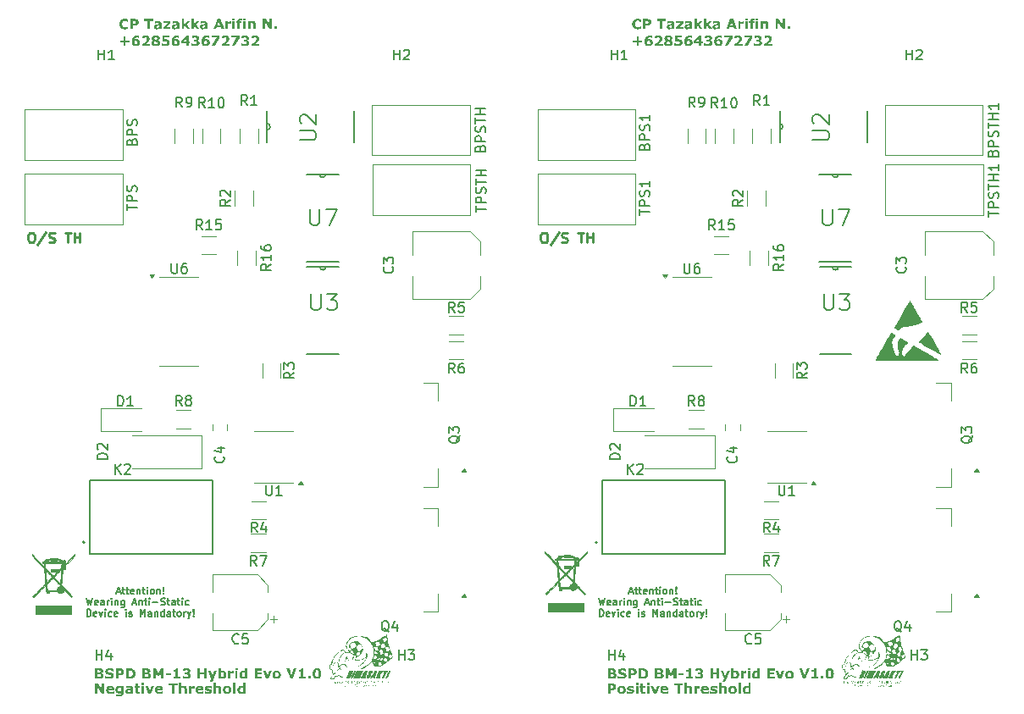
<source format=gbr>
%TF.GenerationSoftware,KiCad,Pcbnew,9.0.2*%
%TF.CreationDate,2025-06-04T00:09:23+07:00*%
%TF.ProjectId,BSPD jadi 1,42535044-206a-4616-9469-20312e6b6963,rev?*%
%TF.SameCoordinates,Original*%
%TF.FileFunction,Legend,Top*%
%TF.FilePolarity,Positive*%
%FSLAX46Y46*%
G04 Gerber Fmt 4.6, Leading zero omitted, Abs format (unit mm)*
G04 Created by KiCad (PCBNEW 9.0.2) date 2025-06-04 00:09:23*
%MOMM*%
%LPD*%
G01*
G04 APERTURE LIST*
%ADD10C,0.100000*%
%ADD11C,0.250000*%
%ADD12C,0.150000*%
%ADD13C,0.200000*%
%ADD14C,0.120000*%
%ADD15C,0.152400*%
%ADD16C,0.127000*%
%ADD17C,0.000000*%
%ADD18C,0.010000*%
G04 APERTURE END LIST*
D10*
G36*
X61554762Y-144830000D02*
G01*
X61301971Y-144830000D01*
X60870272Y-144132625D01*
X60870272Y-144830000D01*
X60629815Y-144830000D01*
X60629815Y-143813949D01*
X60943361Y-143813949D01*
X61314305Y-144396041D01*
X61314305Y-143813949D01*
X61554762Y-143813949D01*
X61554762Y-144830000D01*
G37*
G36*
X62275009Y-144047466D02*
G01*
X62351160Y-144066441D01*
X62412772Y-144095894D01*
X62462430Y-144135312D01*
X62502040Y-144185214D01*
X62531337Y-144245697D01*
X62550014Y-144318940D01*
X62556707Y-144407765D01*
X62556707Y-144493921D01*
X61993850Y-144493921D01*
X62004406Y-144551444D01*
X62027266Y-144597018D01*
X62062482Y-144633262D01*
X62107271Y-144658477D01*
X62167795Y-144675237D01*
X62248656Y-144681500D01*
X62325245Y-144674370D01*
X62399598Y-144652923D01*
X62467916Y-144621753D01*
X62515064Y-144591618D01*
X62542358Y-144591618D01*
X62542358Y-144789699D01*
X62459592Y-144819218D01*
X62385249Y-144838365D01*
X62309379Y-144849505D01*
X62221973Y-144853447D01*
X62126818Y-144848546D01*
X62045689Y-144834776D01*
X61976624Y-144813260D01*
X61917908Y-144784725D01*
X61868126Y-144749460D01*
X61824730Y-144705386D01*
X61790902Y-144654838D01*
X61766157Y-144596898D01*
X61750658Y-144530236D01*
X61745211Y-144453194D01*
X61750324Y-144376950D01*
X61756355Y-144349330D01*
X61993178Y-144349330D01*
X62312159Y-144349330D01*
X62306326Y-144298695D01*
X62293198Y-144260630D01*
X62273874Y-144232276D01*
X62247168Y-144211476D01*
X62210680Y-144198013D01*
X62161217Y-144193014D01*
X62115139Y-144197450D01*
X62076699Y-144209997D01*
X62044347Y-144230200D01*
X62019468Y-144258170D01*
X62002117Y-144296785D01*
X61993178Y-144349330D01*
X61756355Y-144349330D01*
X61764954Y-144309952D01*
X61788410Y-144250803D01*
X61820524Y-144198362D01*
X61861653Y-144151798D01*
X61909801Y-144113046D01*
X61964694Y-144082418D01*
X62027309Y-144059812D01*
X62098912Y-144045599D01*
X62181001Y-144040607D01*
X62275009Y-144047466D01*
G37*
G36*
X63083872Y-144044436D02*
G01*
X63136418Y-144055322D01*
X63185451Y-144073005D01*
X63228986Y-144095989D01*
X63237840Y-144064054D01*
X63476282Y-144064054D01*
X63476282Y-144742438D01*
X63472487Y-144813965D01*
X63461907Y-144873892D01*
X63445507Y-144923972D01*
X63421613Y-144970646D01*
X63392956Y-145008726D01*
X63359473Y-145039316D01*
X63320976Y-145064393D01*
X63276709Y-145084805D01*
X63225872Y-145100376D01*
X63144916Y-145114233D01*
X63049284Y-145119183D01*
X62969738Y-145116758D01*
X62891809Y-145109535D01*
X62817004Y-145098409D01*
X62757597Y-145086088D01*
X62757597Y-144892526D01*
X62787639Y-144892526D01*
X62835431Y-144908742D01*
X62897609Y-144924766D01*
X62961099Y-144936005D01*
X63013747Y-144939420D01*
X63078795Y-144935908D01*
X63124755Y-144926842D01*
X63163803Y-144910886D01*
X63190029Y-144891182D01*
X63208010Y-144866902D01*
X63220743Y-144835434D01*
X63227741Y-144799688D01*
X63230329Y-144753979D01*
X63230329Y-144739691D01*
X63183613Y-144772102D01*
X63131960Y-144797088D01*
X63075905Y-144812803D01*
X63011732Y-144818276D01*
X62932007Y-144811558D01*
X62865540Y-144792656D01*
X62809839Y-144762602D01*
X62763093Y-144721250D01*
X62727280Y-144670880D01*
X62700001Y-144607025D01*
X62682163Y-144526650D01*
X62676045Y-144432067D01*
X62929056Y-144432067D01*
X62934769Y-144505287D01*
X62949389Y-144554682D01*
X62970394Y-144586856D01*
X63000716Y-144610302D01*
X63040602Y-144625234D01*
X63093004Y-144630697D01*
X63129490Y-144627806D01*
X63165422Y-144619096D01*
X63199666Y-144605422D01*
X63230329Y-144588199D01*
X63230329Y-144239542D01*
X63178367Y-144225498D01*
X63123046Y-144220369D01*
X63060850Y-144227275D01*
X63013537Y-144246220D01*
X62977538Y-144276240D01*
X62951640Y-144316133D01*
X62935079Y-144367053D01*
X62929056Y-144432067D01*
X62676045Y-144432067D01*
X62675654Y-144426022D01*
X62678879Y-144363030D01*
X62687983Y-144308755D01*
X62702276Y-144262013D01*
X62734624Y-144197098D01*
X62777442Y-144141723D01*
X62827187Y-144099571D01*
X62888450Y-144067290D01*
X62955409Y-144047228D01*
X63023394Y-144040607D01*
X63083872Y-144044436D01*
G37*
G36*
X64130525Y-144045754D02*
G01*
X64214271Y-144059525D01*
X64277492Y-144079826D01*
X64324354Y-144105209D01*
X64364291Y-144141067D01*
X64393026Y-144185445D01*
X64411112Y-144240116D01*
X64417594Y-144307808D01*
X64417594Y-144830000D01*
X64173717Y-144830000D01*
X64173717Y-144748728D01*
X64124502Y-144784937D01*
X64069181Y-144818398D01*
X64032278Y-144833467D01*
X63994016Y-144844471D01*
X63954052Y-144851115D01*
X63908653Y-144853447D01*
X63854969Y-144848980D01*
X63807236Y-144836066D01*
X63764378Y-144814989D01*
X63725593Y-144785425D01*
X63693306Y-144749034D01*
X63670525Y-144708564D01*
X63656637Y-144663175D01*
X63651831Y-144611646D01*
X63653546Y-144590947D01*
X63901875Y-144590947D01*
X63905966Y-144629965D01*
X63912729Y-144644111D01*
X63926482Y-144658724D01*
X63943506Y-144670502D01*
X63964035Y-144678935D01*
X63988973Y-144683480D01*
X64032362Y-144685408D01*
X64069032Y-144681743D01*
X64107100Y-144670387D01*
X64143019Y-144652726D01*
X64173717Y-144630636D01*
X64173717Y-144470474D01*
X64065762Y-144481770D01*
X64011371Y-144490226D01*
X63977712Y-144498562D01*
X63944223Y-144513418D01*
X63921353Y-144532451D01*
X63907005Y-144557418D01*
X63901875Y-144590947D01*
X63653546Y-144590947D01*
X63656408Y-144556414D01*
X63669199Y-144511022D01*
X63689384Y-144473588D01*
X63717268Y-144441024D01*
X63752449Y-144412885D01*
X63795996Y-144389080D01*
X63869054Y-144363539D01*
X63965378Y-144345116D01*
X64067488Y-144333856D01*
X64175122Y-144325882D01*
X64175122Y-144321730D01*
X64168963Y-144282263D01*
X64151869Y-144253657D01*
X64123220Y-144233131D01*
X64087579Y-144220625D01*
X64037866Y-144211952D01*
X63970202Y-144208646D01*
X63908756Y-144213802D01*
X63840387Y-144230200D01*
X63741346Y-144263356D01*
X63718815Y-144263356D01*
X63718815Y-144078770D01*
X63845516Y-144054590D01*
X63933492Y-144044095D01*
X64021432Y-144040607D01*
X64130525Y-144045754D01*
G37*
G36*
X65134691Y-144823649D02*
G01*
X65050671Y-144839769D01*
X64942044Y-144845631D01*
X64868803Y-144841266D01*
X64810553Y-144829350D01*
X64764568Y-144811255D01*
X64728576Y-144787745D01*
X64699917Y-144756551D01*
X64678168Y-144715022D01*
X64663838Y-144660526D01*
X64658539Y-144589603D01*
X64658539Y-144232093D01*
X64557423Y-144232093D01*
X64557423Y-144064054D01*
X64658539Y-144064054D01*
X64658539Y-143845212D01*
X64904431Y-143845212D01*
X64904431Y-144064054D01*
X65134691Y-144064054D01*
X65134691Y-144232093D01*
X64904431Y-144232093D01*
X64904431Y-144502409D01*
X64905102Y-144572323D01*
X64908267Y-144601141D01*
X64916032Y-144625996D01*
X64929096Y-144647082D01*
X64949860Y-144663670D01*
X64977294Y-144673625D01*
X65020568Y-144677592D01*
X65070821Y-144669349D01*
X65114174Y-144654145D01*
X65134691Y-144654145D01*
X65134691Y-144823649D01*
G37*
G36*
X65527067Y-144830000D02*
G01*
X65281175Y-144830000D01*
X65281175Y-144064054D01*
X65527067Y-144064054D01*
X65527067Y-144830000D01*
G37*
G36*
X65533906Y-143954633D02*
G01*
X65274337Y-143954633D01*
X65274337Y-143767055D01*
X65533906Y-143767055D01*
X65533906Y-143954633D01*
G37*
G36*
X66531516Y-144064054D02*
G01*
X66235737Y-144830000D01*
X65957056Y-144830000D01*
X65663293Y-144064054D01*
X65923534Y-144064054D01*
X66101160Y-144590580D01*
X66276709Y-144064054D01*
X66531516Y-144064054D01*
G37*
G36*
X67142280Y-144047466D02*
G01*
X67218431Y-144066441D01*
X67280043Y-144095894D01*
X67329701Y-144135312D01*
X67369311Y-144185214D01*
X67398608Y-144245697D01*
X67417286Y-144318940D01*
X67423979Y-144407765D01*
X67423979Y-144493921D01*
X66861121Y-144493921D01*
X66871677Y-144551444D01*
X66894538Y-144597018D01*
X66929754Y-144633262D01*
X66974543Y-144658477D01*
X67035066Y-144675237D01*
X67115928Y-144681500D01*
X67192516Y-144674370D01*
X67266870Y-144652923D01*
X67335187Y-144621753D01*
X67382336Y-144591618D01*
X67409630Y-144591618D01*
X67409630Y-144789699D01*
X67326863Y-144819218D01*
X67252520Y-144838365D01*
X67176650Y-144849505D01*
X67089244Y-144853447D01*
X66994089Y-144848546D01*
X66912961Y-144834776D01*
X66843895Y-144813260D01*
X66785180Y-144784725D01*
X66735397Y-144749460D01*
X66692001Y-144705386D01*
X66658174Y-144654838D01*
X66633428Y-144596898D01*
X66617929Y-144530236D01*
X66612482Y-144453194D01*
X66617595Y-144376950D01*
X66623626Y-144349330D01*
X66860450Y-144349330D01*
X67179431Y-144349330D01*
X67173598Y-144298695D01*
X67160469Y-144260630D01*
X67141146Y-144232276D01*
X67114439Y-144211476D01*
X67077951Y-144198013D01*
X67028489Y-144193014D01*
X66982411Y-144197450D01*
X66943971Y-144209997D01*
X66911618Y-144230200D01*
X66886739Y-144258170D01*
X66869388Y-144296785D01*
X66860450Y-144349330D01*
X66623626Y-144349330D01*
X66632225Y-144309952D01*
X66655682Y-144250803D01*
X66687796Y-144198362D01*
X66728925Y-144151798D01*
X66777072Y-144113046D01*
X66831965Y-144082418D01*
X66894581Y-144059812D01*
X66966183Y-144045599D01*
X67048272Y-144040607D01*
X67142280Y-144047466D01*
G37*
G36*
X68884795Y-144009344D02*
G01*
X68567158Y-144009344D01*
X68567158Y-144830000D01*
X68304841Y-144830000D01*
X68304841Y-144009344D01*
X67987203Y-144009344D01*
X67987203Y-143813949D01*
X68884795Y-143813949D01*
X68884795Y-144009344D01*
G37*
G36*
X69799363Y-144830000D02*
G01*
X69552128Y-144830000D01*
X69552128Y-144449164D01*
X69547304Y-144356474D01*
X69540140Y-144313604D01*
X69530940Y-144288452D01*
X69514104Y-144266594D01*
X69490945Y-144251571D01*
X69461860Y-144243221D01*
X69417550Y-144239909D01*
X69384100Y-144242591D01*
X69349528Y-144250839D01*
X69314853Y-144264429D01*
X69274729Y-144285704D01*
X69274729Y-144830000D01*
X69028838Y-144830000D01*
X69028838Y-143767055D01*
X69274729Y-143767055D01*
X69274729Y-144146608D01*
X69340894Y-144100140D01*
X69400758Y-144067962D01*
X69463663Y-144047625D01*
X69534970Y-144040607D01*
X69596593Y-144045618D01*
X69648414Y-144059754D01*
X69692216Y-144082249D01*
X69729326Y-144113147D01*
X69758345Y-144151131D01*
X69780149Y-144198480D01*
X69794253Y-144257235D01*
X69799363Y-144329973D01*
X69799363Y-144830000D01*
G37*
G36*
X70581428Y-144302435D02*
G01*
X70559569Y-144302435D01*
X70509010Y-144293642D01*
X70450942Y-144290711D01*
X70399838Y-144292521D01*
X70358007Y-144297489D01*
X70317226Y-144306353D01*
X70271240Y-144320509D01*
X70271240Y-144830000D01*
X70025348Y-144830000D01*
X70025348Y-144064054D01*
X70271240Y-144064054D01*
X70271240Y-144176772D01*
X70327677Y-144132405D01*
X70374259Y-144103076D01*
X70412657Y-144085608D01*
X70472065Y-144069124D01*
X70523360Y-144064054D01*
X70552730Y-144064787D01*
X70581428Y-144066802D01*
X70581428Y-144302435D01*
G37*
G36*
X71194758Y-144047466D02*
G01*
X71270909Y-144066441D01*
X71332520Y-144095894D01*
X71382178Y-144135312D01*
X71421789Y-144185214D01*
X71451086Y-144245697D01*
X71469763Y-144318940D01*
X71476456Y-144407765D01*
X71476456Y-144493921D01*
X70913599Y-144493921D01*
X70924155Y-144551444D01*
X70947015Y-144597018D01*
X70982231Y-144633262D01*
X71027020Y-144658477D01*
X71087544Y-144675237D01*
X71168405Y-144681500D01*
X71244994Y-144674370D01*
X71319347Y-144652923D01*
X71387664Y-144621753D01*
X71434813Y-144591618D01*
X71462107Y-144591618D01*
X71462107Y-144789699D01*
X71379341Y-144819218D01*
X71304998Y-144838365D01*
X71229128Y-144849505D01*
X71141721Y-144853447D01*
X71046567Y-144848546D01*
X70965438Y-144834776D01*
X70896373Y-144813260D01*
X70837657Y-144784725D01*
X70787875Y-144749460D01*
X70744479Y-144705386D01*
X70710651Y-144654838D01*
X70685906Y-144596898D01*
X70670406Y-144530236D01*
X70664959Y-144453194D01*
X70670072Y-144376950D01*
X70676103Y-144349330D01*
X70912927Y-144349330D01*
X71231908Y-144349330D01*
X71226075Y-144298695D01*
X71212946Y-144260630D01*
X71193623Y-144232276D01*
X71166916Y-144211476D01*
X71130429Y-144198013D01*
X71080966Y-144193014D01*
X71034888Y-144197450D01*
X70996448Y-144209997D01*
X70964096Y-144230200D01*
X70939216Y-144258170D01*
X70921866Y-144296785D01*
X70912927Y-144349330D01*
X70676103Y-144349330D01*
X70684702Y-144309952D01*
X70708159Y-144250803D01*
X70740273Y-144198362D01*
X70781402Y-144151798D01*
X70829550Y-144113046D01*
X70884443Y-144082418D01*
X70947058Y-144059812D01*
X71018660Y-144045599D01*
X71100750Y-144040607D01*
X71194758Y-144047466D01*
G37*
G36*
X72316774Y-144588016D02*
G01*
X72310124Y-144644743D01*
X72290705Y-144694738D01*
X72258077Y-144739664D01*
X72210223Y-144780418D01*
X72156066Y-144810591D01*
X72090837Y-144833433D01*
X72012468Y-144848161D01*
X71918536Y-144853447D01*
X71818683Y-144848475D01*
X71732728Y-144834457D01*
X71653843Y-144813259D01*
X71598822Y-144792386D01*
X71598822Y-144591618D01*
X71621353Y-144591618D01*
X71664035Y-144618302D01*
X71732728Y-144649443D01*
X71819434Y-144674844D01*
X71868976Y-144682696D01*
X71923299Y-144685408D01*
X71990821Y-144680912D01*
X72030521Y-144670143D01*
X72050796Y-144657543D01*
X72061760Y-144642761D01*
X72065387Y-144625019D01*
X72060037Y-144600315D01*
X72044870Y-144584230D01*
X72019485Y-144573177D01*
X71967018Y-144559867D01*
X71892890Y-144546495D01*
X71807833Y-144528970D01*
X71740603Y-144505725D01*
X71689986Y-144477073D01*
X71652800Y-144443607D01*
X71625048Y-144402451D01*
X71608137Y-144354898D01*
X71602241Y-144299199D01*
X71608616Y-144246667D01*
X71627455Y-144199204D01*
X71659522Y-144155363D01*
X71707083Y-144114368D01*
X71760497Y-144083822D01*
X71824662Y-144060764D01*
X71901587Y-144045926D01*
X71993640Y-144040607D01*
X72078569Y-144045055D01*
X72158627Y-144058131D01*
X72232883Y-144077476D01*
X72281908Y-144095561D01*
X72281908Y-144290711D01*
X72260720Y-144290711D01*
X72203111Y-144258130D01*
X72136034Y-144231482D01*
X72065397Y-144214320D01*
X71994312Y-144208646D01*
X71937564Y-144212861D01*
X71894234Y-144224216D01*
X71869995Y-144237320D01*
X71857564Y-144251830D01*
X71853628Y-144268363D01*
X71858435Y-144292967D01*
X71872069Y-144310190D01*
X71897169Y-144322589D01*
X71958836Y-144339010D01*
X72039741Y-144353787D01*
X72126875Y-144371922D01*
X72189225Y-144393556D01*
X72236037Y-144420380D01*
X72270307Y-144451851D01*
X72295758Y-144490471D01*
X72311330Y-144535307D01*
X72316774Y-144588016D01*
G37*
G36*
X73251003Y-144830000D02*
G01*
X73003768Y-144830000D01*
X73003768Y-144449164D01*
X72998944Y-144356474D01*
X72991780Y-144313604D01*
X72982580Y-144288452D01*
X72965744Y-144266594D01*
X72942585Y-144251571D01*
X72913500Y-144243221D01*
X72869190Y-144239909D01*
X72835740Y-144242591D01*
X72801168Y-144250839D01*
X72766493Y-144264429D01*
X72726369Y-144285704D01*
X72726369Y-144830000D01*
X72480478Y-144830000D01*
X72480478Y-143767055D01*
X72726369Y-143767055D01*
X72726369Y-144146608D01*
X72792534Y-144100140D01*
X72852398Y-144067962D01*
X72915303Y-144047625D01*
X72986610Y-144040607D01*
X73048233Y-144045618D01*
X73100054Y-144059754D01*
X73143856Y-144082249D01*
X73180966Y-144113147D01*
X73209985Y-144151131D01*
X73231789Y-144198480D01*
X73245892Y-144257235D01*
X73251003Y-144329973D01*
X73251003Y-144830000D01*
G37*
G36*
X73922648Y-144045572D02*
G01*
X73992952Y-144059634D01*
X74053659Y-144081877D01*
X74106160Y-144111863D01*
X74151526Y-144149661D01*
X74190001Y-144195026D01*
X74220225Y-144246470D01*
X74242418Y-144304866D01*
X74256319Y-144371374D01*
X74261191Y-144447393D01*
X74256292Y-144523359D01*
X74242313Y-144589796D01*
X74219992Y-144648112D01*
X74189585Y-144699476D01*
X74150854Y-144744759D01*
X74105224Y-144782485D01*
X74052618Y-144812385D01*
X73992002Y-144834533D01*
X73922026Y-144848516D01*
X73841093Y-144853447D01*
X73760163Y-144848516D01*
X73690181Y-144834535D01*
X73629550Y-144812387D01*
X73576925Y-144782487D01*
X73531271Y-144744759D01*
X73492565Y-144699480D01*
X73462175Y-144648118D01*
X73439865Y-144589801D01*
X73425893Y-144523362D01*
X73421083Y-144448736D01*
X73675741Y-144448736D01*
X73678857Y-144508976D01*
X73687342Y-144556997D01*
X73702305Y-144599596D01*
X73721536Y-144630575D01*
X73745675Y-144653620D01*
X73773743Y-144669288D01*
X73805538Y-144678313D01*
X73843108Y-144681500D01*
X73875931Y-144678684D01*
X73906978Y-144670326D01*
X73934940Y-144655392D01*
X73958574Y-144632651D01*
X73979194Y-144601046D01*
X73994417Y-144562431D01*
X74002963Y-144517368D01*
X74006385Y-144448736D01*
X74003003Y-144384310D01*
X73994050Y-144336079D01*
X73978708Y-144293768D01*
X73959918Y-144263478D01*
X73935587Y-144239529D01*
X73907283Y-144224094D01*
X73875694Y-144215494D01*
X73841093Y-144212554D01*
X73806739Y-144215053D01*
X73777834Y-144222079D01*
X73751679Y-144235670D01*
X73724956Y-144260059D01*
X73705443Y-144289911D01*
X73689052Y-144332660D01*
X73679408Y-144381889D01*
X73675741Y-144448736D01*
X73421083Y-144448736D01*
X73420996Y-144447393D01*
X73425939Y-144370786D01*
X73440028Y-144303957D01*
X73462499Y-144245456D01*
X73493080Y-144194079D01*
X73532004Y-144148928D01*
X73577925Y-144111269D01*
X73630649Y-144081456D01*
X73691178Y-144059403D01*
X73760811Y-144045502D01*
X73841093Y-144040607D01*
X73922648Y-144045572D01*
G37*
G36*
X74683243Y-144830000D02*
G01*
X74437351Y-144830000D01*
X74437351Y-143767055D01*
X74683243Y-143767055D01*
X74683243Y-144830000D01*
G37*
G36*
X75661069Y-144830000D02*
G01*
X75415116Y-144830000D01*
X75415116Y-144750071D01*
X75351332Y-144796941D01*
X75296231Y-144827740D01*
X75238005Y-144846741D01*
X75168492Y-144853447D01*
X75100892Y-144846435D01*
X75042170Y-144826202D01*
X74990420Y-144792854D01*
X74944460Y-144745064D01*
X74909279Y-144689304D01*
X74883073Y-144623340D01*
X74866383Y-144545280D01*
X74860441Y-144452827D01*
X74860586Y-144450019D01*
X75113843Y-144450019D01*
X75119122Y-144525127D01*
X75132843Y-144578155D01*
X75152739Y-144614638D01*
X75182359Y-144642090D01*
X75222821Y-144659469D01*
X75277791Y-144665868D01*
X75311519Y-144662827D01*
X75348804Y-144653168D01*
X75384670Y-144638209D01*
X75415116Y-144619829D01*
X75415116Y-144241008D01*
X75360467Y-144225193D01*
X75307833Y-144220369D01*
X75259987Y-144224617D01*
X75220854Y-144236493D01*
X75188701Y-144255313D01*
X75162325Y-144281247D01*
X75136537Y-144324364D01*
X75119910Y-144379536D01*
X75113843Y-144450019D01*
X74860586Y-144450019D01*
X74863804Y-144387899D01*
X74873428Y-144330256D01*
X74888773Y-144278988D01*
X74922841Y-144207759D01*
X74966320Y-144148989D01*
X75017466Y-144103460D01*
X75079038Y-144069061D01*
X75145975Y-144047574D01*
X75211540Y-144040607D01*
X75277247Y-144044682D01*
X75324563Y-144055322D01*
X75415116Y-144092508D01*
X75415116Y-143767055D01*
X75661069Y-143767055D01*
X75661069Y-144830000D01*
G37*
D11*
X54168044Y-98739619D02*
X54358520Y-98739619D01*
X54358520Y-98739619D02*
X54453758Y-98787238D01*
X54453758Y-98787238D02*
X54548996Y-98882476D01*
X54548996Y-98882476D02*
X54596615Y-99072952D01*
X54596615Y-99072952D02*
X54596615Y-99406285D01*
X54596615Y-99406285D02*
X54548996Y-99596761D01*
X54548996Y-99596761D02*
X54453758Y-99692000D01*
X54453758Y-99692000D02*
X54358520Y-99739619D01*
X54358520Y-99739619D02*
X54168044Y-99739619D01*
X54168044Y-99739619D02*
X54072806Y-99692000D01*
X54072806Y-99692000D02*
X53977568Y-99596761D01*
X53977568Y-99596761D02*
X53929949Y-99406285D01*
X53929949Y-99406285D02*
X53929949Y-99072952D01*
X53929949Y-99072952D02*
X53977568Y-98882476D01*
X53977568Y-98882476D02*
X54072806Y-98787238D01*
X54072806Y-98787238D02*
X54168044Y-98739619D01*
X55739472Y-98692000D02*
X54882330Y-99977714D01*
X56025187Y-99692000D02*
X56168044Y-99739619D01*
X56168044Y-99739619D02*
X56406139Y-99739619D01*
X56406139Y-99739619D02*
X56501377Y-99692000D01*
X56501377Y-99692000D02*
X56548996Y-99644380D01*
X56548996Y-99644380D02*
X56596615Y-99549142D01*
X56596615Y-99549142D02*
X56596615Y-99453904D01*
X56596615Y-99453904D02*
X56548996Y-99358666D01*
X56548996Y-99358666D02*
X56501377Y-99311047D01*
X56501377Y-99311047D02*
X56406139Y-99263428D01*
X56406139Y-99263428D02*
X56215663Y-99215809D01*
X56215663Y-99215809D02*
X56120425Y-99168190D01*
X56120425Y-99168190D02*
X56072806Y-99120571D01*
X56072806Y-99120571D02*
X56025187Y-99025333D01*
X56025187Y-99025333D02*
X56025187Y-98930095D01*
X56025187Y-98930095D02*
X56072806Y-98834857D01*
X56072806Y-98834857D02*
X56120425Y-98787238D01*
X56120425Y-98787238D02*
X56215663Y-98739619D01*
X56215663Y-98739619D02*
X56453758Y-98739619D01*
X56453758Y-98739619D02*
X56596615Y-98787238D01*
X57644235Y-98739619D02*
X58215663Y-98739619D01*
X57929949Y-99739619D02*
X57929949Y-98739619D01*
X58548997Y-99739619D02*
X58548997Y-98739619D01*
X58548997Y-99215809D02*
X59120425Y-99215809D01*
X59120425Y-99739619D02*
X59120425Y-98739619D01*
D12*
X62800001Y-134652611D02*
X63133334Y-134652611D01*
X62733334Y-134852611D02*
X62966668Y-134152611D01*
X62966668Y-134152611D02*
X63200001Y-134852611D01*
X63333334Y-134385944D02*
X63600001Y-134385944D01*
X63433334Y-134152611D02*
X63433334Y-134752611D01*
X63433334Y-134752611D02*
X63466668Y-134819278D01*
X63466668Y-134819278D02*
X63533334Y-134852611D01*
X63533334Y-134852611D02*
X63600001Y-134852611D01*
X63733334Y-134385944D02*
X64000001Y-134385944D01*
X63833334Y-134152611D02*
X63833334Y-134752611D01*
X63833334Y-134752611D02*
X63866668Y-134819278D01*
X63866668Y-134819278D02*
X63933334Y-134852611D01*
X63933334Y-134852611D02*
X64000001Y-134852611D01*
X64500001Y-134819278D02*
X64433334Y-134852611D01*
X64433334Y-134852611D02*
X64300001Y-134852611D01*
X64300001Y-134852611D02*
X64233334Y-134819278D01*
X64233334Y-134819278D02*
X64200001Y-134752611D01*
X64200001Y-134752611D02*
X64200001Y-134485944D01*
X64200001Y-134485944D02*
X64233334Y-134419278D01*
X64233334Y-134419278D02*
X64300001Y-134385944D01*
X64300001Y-134385944D02*
X64433334Y-134385944D01*
X64433334Y-134385944D02*
X64500001Y-134419278D01*
X64500001Y-134419278D02*
X64533334Y-134485944D01*
X64533334Y-134485944D02*
X64533334Y-134552611D01*
X64533334Y-134552611D02*
X64200001Y-134619278D01*
X64833334Y-134385944D02*
X64833334Y-134852611D01*
X64833334Y-134452611D02*
X64866668Y-134419278D01*
X64866668Y-134419278D02*
X64933334Y-134385944D01*
X64933334Y-134385944D02*
X65033334Y-134385944D01*
X65033334Y-134385944D02*
X65100001Y-134419278D01*
X65100001Y-134419278D02*
X65133334Y-134485944D01*
X65133334Y-134485944D02*
X65133334Y-134852611D01*
X65366667Y-134385944D02*
X65633334Y-134385944D01*
X65466667Y-134152611D02*
X65466667Y-134752611D01*
X65466667Y-134752611D02*
X65500001Y-134819278D01*
X65500001Y-134819278D02*
X65566667Y-134852611D01*
X65566667Y-134852611D02*
X65633334Y-134852611D01*
X65866667Y-134852611D02*
X65866667Y-134385944D01*
X65866667Y-134152611D02*
X65833334Y-134185944D01*
X65833334Y-134185944D02*
X65866667Y-134219278D01*
X65866667Y-134219278D02*
X65900001Y-134185944D01*
X65900001Y-134185944D02*
X65866667Y-134152611D01*
X65866667Y-134152611D02*
X65866667Y-134219278D01*
X66300000Y-134852611D02*
X66233334Y-134819278D01*
X66233334Y-134819278D02*
X66200000Y-134785944D01*
X66200000Y-134785944D02*
X66166667Y-134719278D01*
X66166667Y-134719278D02*
X66166667Y-134519278D01*
X66166667Y-134519278D02*
X66200000Y-134452611D01*
X66200000Y-134452611D02*
X66233334Y-134419278D01*
X66233334Y-134419278D02*
X66300000Y-134385944D01*
X66300000Y-134385944D02*
X66400000Y-134385944D01*
X66400000Y-134385944D02*
X66466667Y-134419278D01*
X66466667Y-134419278D02*
X66500000Y-134452611D01*
X66500000Y-134452611D02*
X66533334Y-134519278D01*
X66533334Y-134519278D02*
X66533334Y-134719278D01*
X66533334Y-134719278D02*
X66500000Y-134785944D01*
X66500000Y-134785944D02*
X66466667Y-134819278D01*
X66466667Y-134819278D02*
X66400000Y-134852611D01*
X66400000Y-134852611D02*
X66300000Y-134852611D01*
X66833333Y-134385944D02*
X66833333Y-134852611D01*
X66833333Y-134452611D02*
X66866667Y-134419278D01*
X66866667Y-134419278D02*
X66933333Y-134385944D01*
X66933333Y-134385944D02*
X67033333Y-134385944D01*
X67033333Y-134385944D02*
X67100000Y-134419278D01*
X67100000Y-134419278D02*
X67133333Y-134485944D01*
X67133333Y-134485944D02*
X67133333Y-134852611D01*
X67466666Y-134785944D02*
X67500000Y-134819278D01*
X67500000Y-134819278D02*
X67466666Y-134852611D01*
X67466666Y-134852611D02*
X67433333Y-134819278D01*
X67433333Y-134819278D02*
X67466666Y-134785944D01*
X67466666Y-134785944D02*
X67466666Y-134852611D01*
X67466666Y-134585944D02*
X67433333Y-134185944D01*
X67433333Y-134185944D02*
X67466666Y-134152611D01*
X67466666Y-134152611D02*
X67500000Y-134185944D01*
X67500000Y-134185944D02*
X67466666Y-134585944D01*
X67466666Y-134585944D02*
X67466666Y-134152611D01*
X59750002Y-135279572D02*
X59916668Y-135979572D01*
X59916668Y-135979572D02*
X60050002Y-135479572D01*
X60050002Y-135479572D02*
X60183335Y-135979572D01*
X60183335Y-135979572D02*
X60350002Y-135279572D01*
X60883335Y-135946239D02*
X60816668Y-135979572D01*
X60816668Y-135979572D02*
X60683335Y-135979572D01*
X60683335Y-135979572D02*
X60616668Y-135946239D01*
X60616668Y-135946239D02*
X60583335Y-135879572D01*
X60583335Y-135879572D02*
X60583335Y-135612905D01*
X60583335Y-135612905D02*
X60616668Y-135546239D01*
X60616668Y-135546239D02*
X60683335Y-135512905D01*
X60683335Y-135512905D02*
X60816668Y-135512905D01*
X60816668Y-135512905D02*
X60883335Y-135546239D01*
X60883335Y-135546239D02*
X60916668Y-135612905D01*
X60916668Y-135612905D02*
X60916668Y-135679572D01*
X60916668Y-135679572D02*
X60583335Y-135746239D01*
X61516668Y-135979572D02*
X61516668Y-135612905D01*
X61516668Y-135612905D02*
X61483335Y-135546239D01*
X61483335Y-135546239D02*
X61416668Y-135512905D01*
X61416668Y-135512905D02*
X61283335Y-135512905D01*
X61283335Y-135512905D02*
X61216668Y-135546239D01*
X61516668Y-135946239D02*
X61450002Y-135979572D01*
X61450002Y-135979572D02*
X61283335Y-135979572D01*
X61283335Y-135979572D02*
X61216668Y-135946239D01*
X61216668Y-135946239D02*
X61183335Y-135879572D01*
X61183335Y-135879572D02*
X61183335Y-135812905D01*
X61183335Y-135812905D02*
X61216668Y-135746239D01*
X61216668Y-135746239D02*
X61283335Y-135712905D01*
X61283335Y-135712905D02*
X61450002Y-135712905D01*
X61450002Y-135712905D02*
X61516668Y-135679572D01*
X61850001Y-135979572D02*
X61850001Y-135512905D01*
X61850001Y-135646239D02*
X61883335Y-135579572D01*
X61883335Y-135579572D02*
X61916668Y-135546239D01*
X61916668Y-135546239D02*
X61983335Y-135512905D01*
X61983335Y-135512905D02*
X62050001Y-135512905D01*
X62283334Y-135979572D02*
X62283334Y-135512905D01*
X62283334Y-135279572D02*
X62250001Y-135312905D01*
X62250001Y-135312905D02*
X62283334Y-135346239D01*
X62283334Y-135346239D02*
X62316668Y-135312905D01*
X62316668Y-135312905D02*
X62283334Y-135279572D01*
X62283334Y-135279572D02*
X62283334Y-135346239D01*
X62616667Y-135512905D02*
X62616667Y-135979572D01*
X62616667Y-135579572D02*
X62650001Y-135546239D01*
X62650001Y-135546239D02*
X62716667Y-135512905D01*
X62716667Y-135512905D02*
X62816667Y-135512905D01*
X62816667Y-135512905D02*
X62883334Y-135546239D01*
X62883334Y-135546239D02*
X62916667Y-135612905D01*
X62916667Y-135612905D02*
X62916667Y-135979572D01*
X63550000Y-135512905D02*
X63550000Y-136079572D01*
X63550000Y-136079572D02*
X63516667Y-136146239D01*
X63516667Y-136146239D02*
X63483334Y-136179572D01*
X63483334Y-136179572D02*
X63416667Y-136212905D01*
X63416667Y-136212905D02*
X63316667Y-136212905D01*
X63316667Y-136212905D02*
X63250000Y-136179572D01*
X63550000Y-135946239D02*
X63483334Y-135979572D01*
X63483334Y-135979572D02*
X63350000Y-135979572D01*
X63350000Y-135979572D02*
X63283334Y-135946239D01*
X63283334Y-135946239D02*
X63250000Y-135912905D01*
X63250000Y-135912905D02*
X63216667Y-135846239D01*
X63216667Y-135846239D02*
X63216667Y-135646239D01*
X63216667Y-135646239D02*
X63250000Y-135579572D01*
X63250000Y-135579572D02*
X63283334Y-135546239D01*
X63283334Y-135546239D02*
X63350000Y-135512905D01*
X63350000Y-135512905D02*
X63483334Y-135512905D01*
X63483334Y-135512905D02*
X63550000Y-135546239D01*
X64383333Y-135779572D02*
X64716666Y-135779572D01*
X64316666Y-135979572D02*
X64550000Y-135279572D01*
X64550000Y-135279572D02*
X64783333Y-135979572D01*
X65016666Y-135512905D02*
X65016666Y-135979572D01*
X65016666Y-135579572D02*
X65050000Y-135546239D01*
X65050000Y-135546239D02*
X65116666Y-135512905D01*
X65116666Y-135512905D02*
X65216666Y-135512905D01*
X65216666Y-135512905D02*
X65283333Y-135546239D01*
X65283333Y-135546239D02*
X65316666Y-135612905D01*
X65316666Y-135612905D02*
X65316666Y-135979572D01*
X65549999Y-135512905D02*
X65816666Y-135512905D01*
X65649999Y-135279572D02*
X65649999Y-135879572D01*
X65649999Y-135879572D02*
X65683333Y-135946239D01*
X65683333Y-135946239D02*
X65749999Y-135979572D01*
X65749999Y-135979572D02*
X65816666Y-135979572D01*
X66049999Y-135979572D02*
X66049999Y-135512905D01*
X66049999Y-135279572D02*
X66016666Y-135312905D01*
X66016666Y-135312905D02*
X66049999Y-135346239D01*
X66049999Y-135346239D02*
X66083333Y-135312905D01*
X66083333Y-135312905D02*
X66049999Y-135279572D01*
X66049999Y-135279572D02*
X66049999Y-135346239D01*
X66383332Y-135712905D02*
X66916666Y-135712905D01*
X67216666Y-135946239D02*
X67316666Y-135979572D01*
X67316666Y-135979572D02*
X67483333Y-135979572D01*
X67483333Y-135979572D02*
X67549999Y-135946239D01*
X67549999Y-135946239D02*
X67583333Y-135912905D01*
X67583333Y-135912905D02*
X67616666Y-135846239D01*
X67616666Y-135846239D02*
X67616666Y-135779572D01*
X67616666Y-135779572D02*
X67583333Y-135712905D01*
X67583333Y-135712905D02*
X67549999Y-135679572D01*
X67549999Y-135679572D02*
X67483333Y-135646239D01*
X67483333Y-135646239D02*
X67349999Y-135612905D01*
X67349999Y-135612905D02*
X67283333Y-135579572D01*
X67283333Y-135579572D02*
X67249999Y-135546239D01*
X67249999Y-135546239D02*
X67216666Y-135479572D01*
X67216666Y-135479572D02*
X67216666Y-135412905D01*
X67216666Y-135412905D02*
X67249999Y-135346239D01*
X67249999Y-135346239D02*
X67283333Y-135312905D01*
X67283333Y-135312905D02*
X67349999Y-135279572D01*
X67349999Y-135279572D02*
X67516666Y-135279572D01*
X67516666Y-135279572D02*
X67616666Y-135312905D01*
X67816666Y-135512905D02*
X68083333Y-135512905D01*
X67916666Y-135279572D02*
X67916666Y-135879572D01*
X67916666Y-135879572D02*
X67950000Y-135946239D01*
X67950000Y-135946239D02*
X68016666Y-135979572D01*
X68016666Y-135979572D02*
X68083333Y-135979572D01*
X68616666Y-135979572D02*
X68616666Y-135612905D01*
X68616666Y-135612905D02*
X68583333Y-135546239D01*
X68583333Y-135546239D02*
X68516666Y-135512905D01*
X68516666Y-135512905D02*
X68383333Y-135512905D01*
X68383333Y-135512905D02*
X68316666Y-135546239D01*
X68616666Y-135946239D02*
X68550000Y-135979572D01*
X68550000Y-135979572D02*
X68383333Y-135979572D01*
X68383333Y-135979572D02*
X68316666Y-135946239D01*
X68316666Y-135946239D02*
X68283333Y-135879572D01*
X68283333Y-135879572D02*
X68283333Y-135812905D01*
X68283333Y-135812905D02*
X68316666Y-135746239D01*
X68316666Y-135746239D02*
X68383333Y-135712905D01*
X68383333Y-135712905D02*
X68550000Y-135712905D01*
X68550000Y-135712905D02*
X68616666Y-135679572D01*
X68849999Y-135512905D02*
X69116666Y-135512905D01*
X68949999Y-135279572D02*
X68949999Y-135879572D01*
X68949999Y-135879572D02*
X68983333Y-135946239D01*
X68983333Y-135946239D02*
X69049999Y-135979572D01*
X69049999Y-135979572D02*
X69116666Y-135979572D01*
X69349999Y-135979572D02*
X69349999Y-135512905D01*
X69349999Y-135279572D02*
X69316666Y-135312905D01*
X69316666Y-135312905D02*
X69349999Y-135346239D01*
X69349999Y-135346239D02*
X69383333Y-135312905D01*
X69383333Y-135312905D02*
X69349999Y-135279572D01*
X69349999Y-135279572D02*
X69349999Y-135346239D01*
X69983332Y-135946239D02*
X69916666Y-135979572D01*
X69916666Y-135979572D02*
X69783332Y-135979572D01*
X69783332Y-135979572D02*
X69716666Y-135946239D01*
X69716666Y-135946239D02*
X69683332Y-135912905D01*
X69683332Y-135912905D02*
X69649999Y-135846239D01*
X69649999Y-135846239D02*
X69649999Y-135646239D01*
X69649999Y-135646239D02*
X69683332Y-135579572D01*
X69683332Y-135579572D02*
X69716666Y-135546239D01*
X69716666Y-135546239D02*
X69783332Y-135512905D01*
X69783332Y-135512905D02*
X69916666Y-135512905D01*
X69916666Y-135512905D02*
X69983332Y-135546239D01*
X59816668Y-137106533D02*
X59816668Y-136406533D01*
X59816668Y-136406533D02*
X59983335Y-136406533D01*
X59983335Y-136406533D02*
X60083335Y-136439866D01*
X60083335Y-136439866D02*
X60150002Y-136506533D01*
X60150002Y-136506533D02*
X60183335Y-136573200D01*
X60183335Y-136573200D02*
X60216668Y-136706533D01*
X60216668Y-136706533D02*
X60216668Y-136806533D01*
X60216668Y-136806533D02*
X60183335Y-136939866D01*
X60183335Y-136939866D02*
X60150002Y-137006533D01*
X60150002Y-137006533D02*
X60083335Y-137073200D01*
X60083335Y-137073200D02*
X59983335Y-137106533D01*
X59983335Y-137106533D02*
X59816668Y-137106533D01*
X60783335Y-137073200D02*
X60716668Y-137106533D01*
X60716668Y-137106533D02*
X60583335Y-137106533D01*
X60583335Y-137106533D02*
X60516668Y-137073200D01*
X60516668Y-137073200D02*
X60483335Y-137006533D01*
X60483335Y-137006533D02*
X60483335Y-136739866D01*
X60483335Y-136739866D02*
X60516668Y-136673200D01*
X60516668Y-136673200D02*
X60583335Y-136639866D01*
X60583335Y-136639866D02*
X60716668Y-136639866D01*
X60716668Y-136639866D02*
X60783335Y-136673200D01*
X60783335Y-136673200D02*
X60816668Y-136739866D01*
X60816668Y-136739866D02*
X60816668Y-136806533D01*
X60816668Y-136806533D02*
X60483335Y-136873200D01*
X61050002Y-136639866D02*
X61216668Y-137106533D01*
X61216668Y-137106533D02*
X61383335Y-136639866D01*
X61650001Y-137106533D02*
X61650001Y-136639866D01*
X61650001Y-136406533D02*
X61616668Y-136439866D01*
X61616668Y-136439866D02*
X61650001Y-136473200D01*
X61650001Y-136473200D02*
X61683335Y-136439866D01*
X61683335Y-136439866D02*
X61650001Y-136406533D01*
X61650001Y-136406533D02*
X61650001Y-136473200D01*
X62283334Y-137073200D02*
X62216668Y-137106533D01*
X62216668Y-137106533D02*
X62083334Y-137106533D01*
X62083334Y-137106533D02*
X62016668Y-137073200D01*
X62016668Y-137073200D02*
X61983334Y-137039866D01*
X61983334Y-137039866D02*
X61950001Y-136973200D01*
X61950001Y-136973200D02*
X61950001Y-136773200D01*
X61950001Y-136773200D02*
X61983334Y-136706533D01*
X61983334Y-136706533D02*
X62016668Y-136673200D01*
X62016668Y-136673200D02*
X62083334Y-136639866D01*
X62083334Y-136639866D02*
X62216668Y-136639866D01*
X62216668Y-136639866D02*
X62283334Y-136673200D01*
X62850001Y-137073200D02*
X62783334Y-137106533D01*
X62783334Y-137106533D02*
X62650001Y-137106533D01*
X62650001Y-137106533D02*
X62583334Y-137073200D01*
X62583334Y-137073200D02*
X62550001Y-137006533D01*
X62550001Y-137006533D02*
X62550001Y-136739866D01*
X62550001Y-136739866D02*
X62583334Y-136673200D01*
X62583334Y-136673200D02*
X62650001Y-136639866D01*
X62650001Y-136639866D02*
X62783334Y-136639866D01*
X62783334Y-136639866D02*
X62850001Y-136673200D01*
X62850001Y-136673200D02*
X62883334Y-136739866D01*
X62883334Y-136739866D02*
X62883334Y-136806533D01*
X62883334Y-136806533D02*
X62550001Y-136873200D01*
X63716667Y-137106533D02*
X63716667Y-136639866D01*
X63716667Y-136406533D02*
X63683334Y-136439866D01*
X63683334Y-136439866D02*
X63716667Y-136473200D01*
X63716667Y-136473200D02*
X63750001Y-136439866D01*
X63750001Y-136439866D02*
X63716667Y-136406533D01*
X63716667Y-136406533D02*
X63716667Y-136473200D01*
X64016667Y-137073200D02*
X64083334Y-137106533D01*
X64083334Y-137106533D02*
X64216667Y-137106533D01*
X64216667Y-137106533D02*
X64283334Y-137073200D01*
X64283334Y-137073200D02*
X64316667Y-137006533D01*
X64316667Y-137006533D02*
X64316667Y-136973200D01*
X64316667Y-136973200D02*
X64283334Y-136906533D01*
X64283334Y-136906533D02*
X64216667Y-136873200D01*
X64216667Y-136873200D02*
X64116667Y-136873200D01*
X64116667Y-136873200D02*
X64050000Y-136839866D01*
X64050000Y-136839866D02*
X64016667Y-136773200D01*
X64016667Y-136773200D02*
X64016667Y-136739866D01*
X64016667Y-136739866D02*
X64050000Y-136673200D01*
X64050000Y-136673200D02*
X64116667Y-136639866D01*
X64116667Y-136639866D02*
X64216667Y-136639866D01*
X64216667Y-136639866D02*
X64283334Y-136673200D01*
X65150000Y-137106533D02*
X65150000Y-136406533D01*
X65150000Y-136406533D02*
X65383334Y-136906533D01*
X65383334Y-136906533D02*
X65616667Y-136406533D01*
X65616667Y-136406533D02*
X65616667Y-137106533D01*
X66250000Y-137106533D02*
X66250000Y-136739866D01*
X66250000Y-136739866D02*
X66216667Y-136673200D01*
X66216667Y-136673200D02*
X66150000Y-136639866D01*
X66150000Y-136639866D02*
X66016667Y-136639866D01*
X66016667Y-136639866D02*
X65950000Y-136673200D01*
X66250000Y-137073200D02*
X66183334Y-137106533D01*
X66183334Y-137106533D02*
X66016667Y-137106533D01*
X66016667Y-137106533D02*
X65950000Y-137073200D01*
X65950000Y-137073200D02*
X65916667Y-137006533D01*
X65916667Y-137006533D02*
X65916667Y-136939866D01*
X65916667Y-136939866D02*
X65950000Y-136873200D01*
X65950000Y-136873200D02*
X66016667Y-136839866D01*
X66016667Y-136839866D02*
X66183334Y-136839866D01*
X66183334Y-136839866D02*
X66250000Y-136806533D01*
X66583333Y-136639866D02*
X66583333Y-137106533D01*
X66583333Y-136706533D02*
X66616667Y-136673200D01*
X66616667Y-136673200D02*
X66683333Y-136639866D01*
X66683333Y-136639866D02*
X66783333Y-136639866D01*
X66783333Y-136639866D02*
X66850000Y-136673200D01*
X66850000Y-136673200D02*
X66883333Y-136739866D01*
X66883333Y-136739866D02*
X66883333Y-137106533D01*
X67516666Y-137106533D02*
X67516666Y-136406533D01*
X67516666Y-137073200D02*
X67450000Y-137106533D01*
X67450000Y-137106533D02*
X67316666Y-137106533D01*
X67316666Y-137106533D02*
X67250000Y-137073200D01*
X67250000Y-137073200D02*
X67216666Y-137039866D01*
X67216666Y-137039866D02*
X67183333Y-136973200D01*
X67183333Y-136973200D02*
X67183333Y-136773200D01*
X67183333Y-136773200D02*
X67216666Y-136706533D01*
X67216666Y-136706533D02*
X67250000Y-136673200D01*
X67250000Y-136673200D02*
X67316666Y-136639866D01*
X67316666Y-136639866D02*
X67450000Y-136639866D01*
X67450000Y-136639866D02*
X67516666Y-136673200D01*
X68149999Y-137106533D02*
X68149999Y-136739866D01*
X68149999Y-136739866D02*
X68116666Y-136673200D01*
X68116666Y-136673200D02*
X68049999Y-136639866D01*
X68049999Y-136639866D02*
X67916666Y-136639866D01*
X67916666Y-136639866D02*
X67849999Y-136673200D01*
X68149999Y-137073200D02*
X68083333Y-137106533D01*
X68083333Y-137106533D02*
X67916666Y-137106533D01*
X67916666Y-137106533D02*
X67849999Y-137073200D01*
X67849999Y-137073200D02*
X67816666Y-137006533D01*
X67816666Y-137006533D02*
X67816666Y-136939866D01*
X67816666Y-136939866D02*
X67849999Y-136873200D01*
X67849999Y-136873200D02*
X67916666Y-136839866D01*
X67916666Y-136839866D02*
X68083333Y-136839866D01*
X68083333Y-136839866D02*
X68149999Y-136806533D01*
X68383332Y-136639866D02*
X68649999Y-136639866D01*
X68483332Y-136406533D02*
X68483332Y-137006533D01*
X68483332Y-137006533D02*
X68516666Y-137073200D01*
X68516666Y-137073200D02*
X68583332Y-137106533D01*
X68583332Y-137106533D02*
X68649999Y-137106533D01*
X68983332Y-137106533D02*
X68916666Y-137073200D01*
X68916666Y-137073200D02*
X68883332Y-137039866D01*
X68883332Y-137039866D02*
X68849999Y-136973200D01*
X68849999Y-136973200D02*
X68849999Y-136773200D01*
X68849999Y-136773200D02*
X68883332Y-136706533D01*
X68883332Y-136706533D02*
X68916666Y-136673200D01*
X68916666Y-136673200D02*
X68983332Y-136639866D01*
X68983332Y-136639866D02*
X69083332Y-136639866D01*
X69083332Y-136639866D02*
X69149999Y-136673200D01*
X69149999Y-136673200D02*
X69183332Y-136706533D01*
X69183332Y-136706533D02*
X69216666Y-136773200D01*
X69216666Y-136773200D02*
X69216666Y-136973200D01*
X69216666Y-136973200D02*
X69183332Y-137039866D01*
X69183332Y-137039866D02*
X69149999Y-137073200D01*
X69149999Y-137073200D02*
X69083332Y-137106533D01*
X69083332Y-137106533D02*
X68983332Y-137106533D01*
X69516665Y-137106533D02*
X69516665Y-136639866D01*
X69516665Y-136773200D02*
X69549999Y-136706533D01*
X69549999Y-136706533D02*
X69583332Y-136673200D01*
X69583332Y-136673200D02*
X69649999Y-136639866D01*
X69649999Y-136639866D02*
X69716665Y-136639866D01*
X69883332Y-136639866D02*
X70049998Y-137106533D01*
X70216665Y-136639866D02*
X70049998Y-137106533D01*
X70049998Y-137106533D02*
X69983332Y-137273200D01*
X69983332Y-137273200D02*
X69949998Y-137306533D01*
X69949998Y-137306533D02*
X69883332Y-137339866D01*
X70483331Y-137039866D02*
X70516665Y-137073200D01*
X70516665Y-137073200D02*
X70483331Y-137106533D01*
X70483331Y-137106533D02*
X70449998Y-137073200D01*
X70449998Y-137073200D02*
X70483331Y-137039866D01*
X70483331Y-137039866D02*
X70483331Y-137106533D01*
X70483331Y-136839866D02*
X70449998Y-136439866D01*
X70449998Y-136439866D02*
X70483331Y-136406533D01*
X70483331Y-136406533D02*
X70516665Y-136439866D01*
X70516665Y-136439866D02*
X70483331Y-136839866D01*
X70483331Y-136839866D02*
X70483331Y-136406533D01*
D13*
G36*
X61139316Y-142316409D02*
G01*
X61204640Y-142322192D01*
X61260844Y-142335165D01*
X61317725Y-142358463D01*
X61353890Y-142380926D01*
X61382348Y-142407215D01*
X61404064Y-142437536D01*
X61425167Y-142489882D01*
X61432458Y-142550804D01*
X61427991Y-142598876D01*
X61414985Y-142642014D01*
X61393501Y-142681229D01*
X61364595Y-142715490D01*
X61328292Y-142744752D01*
X61283531Y-142769157D01*
X61283531Y-142774652D01*
X61347367Y-142793258D01*
X61399429Y-142820575D01*
X61441678Y-142856352D01*
X61473496Y-142900784D01*
X61493151Y-142954381D01*
X61500113Y-143019689D01*
X61496662Y-143067932D01*
X61486659Y-143111463D01*
X61470376Y-143151031D01*
X61435086Y-143203975D01*
X61388738Y-143246957D01*
X61325600Y-143285448D01*
X61256542Y-143310949D01*
X61179594Y-143324725D01*
X61073848Y-143330000D01*
X60629815Y-143330000D01*
X60629815Y-143146329D01*
X60890727Y-143146329D01*
X60909839Y-143146329D01*
X61068353Y-143145657D01*
X61114758Y-143140768D01*
X61156463Y-143127827D01*
X61192236Y-143106951D01*
X61212822Y-143082337D01*
X61224235Y-143052300D01*
X61228210Y-143016941D01*
X61222993Y-142971908D01*
X61209403Y-142941959D01*
X61185609Y-142919895D01*
X61145533Y-142902575D01*
X61111881Y-142896059D01*
X61060842Y-142892988D01*
X60948124Y-142892316D01*
X60890727Y-142892316D01*
X60890727Y-143146329D01*
X60629815Y-143146329D01*
X60629815Y-142716461D01*
X60890727Y-142716461D01*
X60931699Y-142716461D01*
X61037578Y-142714385D01*
X61078729Y-142709443D01*
X61106577Y-142700464D01*
X61137003Y-142681235D01*
X61153044Y-142659187D01*
X61161111Y-142632490D01*
X61163974Y-142600446D01*
X61160898Y-142575083D01*
X61151334Y-142549033D01*
X61134357Y-142527083D01*
X61106577Y-142510809D01*
X61075910Y-142502481D01*
X61035197Y-142498658D01*
X60915334Y-142497620D01*
X60890727Y-142497620D01*
X60890727Y-142716461D01*
X60629815Y-142716461D01*
X60629815Y-142313949D01*
X61024633Y-142313949D01*
X61139316Y-142316409D01*
G37*
G36*
X62509935Y-143011079D02*
G01*
X62504765Y-143069400D01*
X62489696Y-143122037D01*
X62464834Y-143170124D01*
X62429545Y-143214484D01*
X62382501Y-143255566D01*
X62317303Y-143294686D01*
X62239543Y-143324032D01*
X62146883Y-143342824D01*
X62036531Y-143349539D01*
X61914348Y-143343547D01*
X61816224Y-143327191D01*
X61724388Y-143301560D01*
X61640308Y-143270526D01*
X61640308Y-143025184D01*
X61669007Y-143025184D01*
X61725303Y-143066890D01*
X61785837Y-143101593D01*
X61851029Y-143129476D01*
X61918981Y-143150094D01*
X61983354Y-143162005D01*
X62044713Y-143165868D01*
X62107545Y-143161594D01*
X62144542Y-143155513D01*
X62171109Y-143147306D01*
X62199058Y-143132524D01*
X62220629Y-143115249D01*
X62234814Y-143092582D01*
X62240108Y-143058218D01*
X62233209Y-143027426D01*
X62211714Y-143000455D01*
X62179018Y-142979989D01*
X62128733Y-142963147D01*
X62007527Y-142937562D01*
X61944877Y-142923774D01*
X61887604Y-142907093D01*
X61805009Y-142873479D01*
X61744939Y-142835571D01*
X61702834Y-142793948D01*
X61672070Y-142743677D01*
X61653119Y-142685218D01*
X61646475Y-142616505D01*
X61651565Y-142561720D01*
X61666450Y-142512039D01*
X61691147Y-142466369D01*
X61726444Y-142423937D01*
X61773848Y-142384352D01*
X61839083Y-142346418D01*
X61914243Y-142318357D01*
X62001020Y-142300653D01*
X62101439Y-142294410D01*
X62201285Y-142299255D01*
X62299825Y-142313766D01*
X62394168Y-142336402D01*
X62469635Y-142362309D01*
X62469635Y-142595317D01*
X62441608Y-142595317D01*
X62374961Y-142550424D01*
X62290971Y-142511725D01*
X62230806Y-142492955D01*
X62170270Y-142481797D01*
X62108949Y-142478080D01*
X62043675Y-142482721D01*
X62011835Y-142489349D01*
X61981210Y-142500062D01*
X61956477Y-142513431D01*
X61935415Y-142532363D01*
X61921029Y-142555623D01*
X61916303Y-142581639D01*
X61919866Y-142606952D01*
X61930010Y-142627173D01*
X61947016Y-142643555D01*
X61985246Y-142661957D01*
X62063154Y-142682817D01*
X62170743Y-142705409D01*
X62281751Y-142735512D01*
X62356936Y-142766165D01*
X62413260Y-142801093D01*
X62454248Y-142839804D01*
X62484452Y-142886597D01*
X62503260Y-142942865D01*
X62509935Y-143011079D01*
G37*
G36*
X63215091Y-142318525D02*
G01*
X63285528Y-142330680D01*
X63349143Y-142351876D01*
X63403375Y-142380689D01*
X63441445Y-142410260D01*
X63472557Y-142444424D01*
X63497287Y-142483576D01*
X63514827Y-142526499D01*
X63525873Y-142576244D01*
X63529771Y-142634091D01*
X63523811Y-142701321D01*
X63505835Y-142767264D01*
X63476412Y-142827774D01*
X63437569Y-142876563D01*
X63395023Y-142913624D01*
X63349913Y-142943688D01*
X63301953Y-142967177D01*
X63251154Y-142983459D01*
X63189757Y-142994023D01*
X63115840Y-142997829D01*
X62952564Y-142997829D01*
X62952564Y-143330000D01*
X62690247Y-143330000D01*
X62690247Y-142806343D01*
X62952564Y-142806343D01*
X63027730Y-142806343D01*
X63091729Y-142804104D01*
X63138005Y-142798283D01*
X63178576Y-142785817D01*
X63210790Y-142765860D01*
X63232643Y-142742032D01*
X63247304Y-142714263D01*
X63255554Y-142682348D01*
X63258600Y-142641051D01*
X63252640Y-142601047D01*
X63235336Y-142567840D01*
X63209738Y-142541357D01*
X63181420Y-142524975D01*
X63140350Y-142512294D01*
X63101491Y-142507145D01*
X62997627Y-142505436D01*
X62952564Y-142505436D01*
X62952564Y-142806343D01*
X62690247Y-142806343D01*
X62690247Y-142313949D01*
X63121946Y-142313949D01*
X63215091Y-142318525D01*
G37*
G36*
X64204890Y-142319570D02*
G01*
X64299380Y-142334771D01*
X64384795Y-142360869D01*
X64451055Y-142393756D01*
X64516262Y-142441542D01*
X64571233Y-142498930D01*
X64616713Y-142566802D01*
X64649598Y-142641539D01*
X64670029Y-142726291D01*
X64677163Y-142823012D01*
X64669699Y-142915850D01*
X64647958Y-143000061D01*
X64612255Y-143077208D01*
X64564125Y-143147548D01*
X64509587Y-143204486D01*
X64448307Y-143249460D01*
X64370671Y-143287546D01*
X64285031Y-143312292D01*
X64192144Y-143325220D01*
X64074677Y-143330000D01*
X63716067Y-143330000D01*
X63716067Y-143138513D01*
X63978384Y-143138513D01*
X64044635Y-143138513D01*
X64131995Y-143135982D01*
X64181960Y-143130026D01*
X64224851Y-143118170D01*
X64267323Y-143099129D01*
X64311565Y-143068319D01*
X64346289Y-143032123D01*
X64372531Y-142990075D01*
X64390432Y-142943385D01*
X64401894Y-142887699D01*
X64405992Y-142821303D01*
X64401597Y-142755559D01*
X64389153Y-142699118D01*
X64369417Y-142650516D01*
X64340805Y-142607183D01*
X64302662Y-142570286D01*
X64253646Y-142539385D01*
X64212665Y-142522771D01*
X64171336Y-142512580D01*
X64123970Y-142507539D01*
X64044635Y-142505436D01*
X63978384Y-142505436D01*
X63978384Y-143138513D01*
X63716067Y-143138513D01*
X63716067Y-142313949D01*
X64084935Y-142313949D01*
X64204890Y-142319570D01*
G37*
G36*
X65864926Y-142316409D02*
G01*
X65930251Y-142322192D01*
X65986454Y-142335165D01*
X66043335Y-142358463D01*
X66079500Y-142380926D01*
X66107958Y-142407215D01*
X66129675Y-142437536D01*
X66150777Y-142489882D01*
X66158068Y-142550804D01*
X66153602Y-142598876D01*
X66140596Y-142642014D01*
X66119112Y-142681229D01*
X66090206Y-142715490D01*
X66053903Y-142744752D01*
X66009141Y-142769157D01*
X66009141Y-142774652D01*
X66072977Y-142793258D01*
X66125040Y-142820575D01*
X66167288Y-142856352D01*
X66199106Y-142900784D01*
X66218762Y-142954381D01*
X66225724Y-143019689D01*
X66222272Y-143067932D01*
X66212270Y-143111463D01*
X66195987Y-143151031D01*
X66160697Y-143203975D01*
X66114349Y-143246957D01*
X66051210Y-143285448D01*
X65982152Y-143310949D01*
X65905205Y-143324725D01*
X65799459Y-143330000D01*
X65355425Y-143330000D01*
X65355425Y-143146329D01*
X65616338Y-143146329D01*
X65635450Y-143146329D01*
X65793963Y-143145657D01*
X65840368Y-143140768D01*
X65882074Y-143127827D01*
X65917846Y-143106951D01*
X65938433Y-143082337D01*
X65949845Y-143052300D01*
X65953820Y-143016941D01*
X65948603Y-142971908D01*
X65935013Y-142941959D01*
X65911219Y-142919895D01*
X65871144Y-142902575D01*
X65837492Y-142896059D01*
X65786453Y-142892988D01*
X65673735Y-142892316D01*
X65616338Y-142892316D01*
X65616338Y-143146329D01*
X65355425Y-143146329D01*
X65355425Y-142716461D01*
X65616338Y-142716461D01*
X65657309Y-142716461D01*
X65763189Y-142714385D01*
X65804340Y-142709443D01*
X65832187Y-142700464D01*
X65862614Y-142681235D01*
X65878654Y-142659187D01*
X65886722Y-142632490D01*
X65889584Y-142600446D01*
X65886508Y-142575083D01*
X65876945Y-142549033D01*
X65859968Y-142527083D01*
X65832187Y-142510809D01*
X65801521Y-142502481D01*
X65760807Y-142498658D01*
X65640945Y-142497620D01*
X65616338Y-142497620D01*
X65616338Y-142716461D01*
X65355425Y-142716461D01*
X65355425Y-142313949D01*
X65750244Y-142313949D01*
X65864926Y-142316409D01*
G37*
G36*
X67487604Y-143330000D02*
G01*
X67226692Y-143330000D01*
X67226692Y-142649844D01*
X67038136Y-143091618D01*
X66857152Y-143091618D01*
X66668597Y-142649844D01*
X66668597Y-143330000D01*
X66421301Y-143330000D01*
X66421301Y-142313949D01*
X66725933Y-142313949D01*
X66954788Y-142823989D01*
X67182972Y-142313949D01*
X67487604Y-142313949D01*
X67487604Y-143330000D01*
G37*
G36*
X68214593Y-142974382D02*
G01*
X67693379Y-142974382D01*
X67693379Y-142778988D01*
X68214593Y-142778988D01*
X68214593Y-142974382D01*
G37*
G36*
X69150104Y-143330000D02*
G01*
X68471109Y-143330000D01*
X68471109Y-143154145D01*
X68685615Y-143154145D01*
X68685615Y-142614856D01*
X68471109Y-142614856D01*
X68471109Y-142450725D01*
X68565387Y-142444986D01*
X68608246Y-142436744D01*
X68640553Y-142425141D01*
X68672261Y-142405224D01*
X68693797Y-142381360D01*
X68707513Y-142351978D01*
X68714314Y-142313949D01*
X68940422Y-142313949D01*
X68940422Y-143154145D01*
X69150104Y-143154145D01*
X69150104Y-143330000D01*
G37*
G36*
X70109185Y-142852016D02*
G01*
X70139301Y-142883144D01*
X70162430Y-142918878D01*
X70176795Y-142960845D01*
X70182274Y-143020605D01*
X70175093Y-143090237D01*
X70153881Y-143154328D01*
X70131876Y-143193377D01*
X70103064Y-143228764D01*
X70066809Y-143260818D01*
X70005372Y-143298293D01*
X69931864Y-143326702D01*
X69849972Y-143343345D01*
X69743675Y-143349539D01*
X69621811Y-143344145D01*
X69526788Y-143329633D01*
X69440879Y-143307341D01*
X69379570Y-143284998D01*
X69379570Y-143060355D01*
X69406193Y-143060355D01*
X69468682Y-143093519D01*
X69546571Y-143123553D01*
X69627010Y-143143971D01*
X69695865Y-143150237D01*
X69781899Y-143143703D01*
X69825688Y-143132881D01*
X69860484Y-143114944D01*
X69883352Y-143095688D01*
X69900785Y-143073117D01*
X69911563Y-143045286D01*
X69915806Y-143002165D01*
X69910208Y-142960732D01*
X69895289Y-142932616D01*
X69871886Y-142911764D01*
X69841372Y-142897629D01*
X69806027Y-142889315D01*
X69760772Y-142885539D01*
X69673333Y-142884501D01*
X69617341Y-142884501D01*
X69617341Y-142708646D01*
X69675409Y-142708646D01*
X69769626Y-142705287D01*
X69808835Y-142699384D01*
X69839357Y-142689656D01*
X69866289Y-142674172D01*
X69884420Y-142655462D01*
X69895214Y-142630980D01*
X69899441Y-142592691D01*
X69895274Y-142564482D01*
X69883688Y-142543599D01*
X69866125Y-142526999D01*
X69844120Y-142514045D01*
X69815925Y-142504105D01*
X69781228Y-142497803D01*
X69719068Y-142493712D01*
X69653926Y-142498973D01*
X69579727Y-142515877D01*
X69506137Y-142542750D01*
X69434220Y-142579685D01*
X69408941Y-142579685D01*
X69408941Y-142358707D01*
X69470297Y-142337913D01*
X69561226Y-142315293D01*
X69658198Y-142299636D01*
X69756620Y-142294410D01*
X69849878Y-142298852D01*
X69925392Y-142311018D01*
X69993879Y-142331332D01*
X70044949Y-142355471D01*
X70094665Y-142393135D01*
X70128236Y-142436193D01*
X70148490Y-142486658D01*
X70155591Y-142547384D01*
X70149704Y-142601614D01*
X70132315Y-142651272D01*
X70102957Y-142697594D01*
X70064293Y-142736286D01*
X70018544Y-142764260D01*
X69964349Y-142782041D01*
X69964349Y-142791261D01*
X69999446Y-142798220D01*
X70038110Y-142810373D01*
X70075292Y-142827920D01*
X70109185Y-142852016D01*
G37*
G36*
X71798002Y-143330000D02*
G01*
X71535685Y-143330000D01*
X71535685Y-142880593D01*
X71148377Y-142880593D01*
X71148377Y-143330000D01*
X70886060Y-143330000D01*
X70886060Y-142313949D01*
X71148377Y-142313949D01*
X71148377Y-142685198D01*
X71535685Y-142685198D01*
X71535685Y-142313949D01*
X71798002Y-142313949D01*
X71798002Y-143330000D01*
G37*
G36*
X72391085Y-143060233D02*
G01*
X72565963Y-142564054D01*
X72818693Y-142564054D01*
X72392428Y-143611367D01*
X72126020Y-143611367D01*
X72247653Y-143326092D01*
X71949127Y-142564054D01*
X72207353Y-142564054D01*
X72391085Y-143060233D01*
G37*
G36*
X73201177Y-142641662D02*
G01*
X73259224Y-142600407D01*
X73316948Y-142568633D01*
X73357248Y-142553387D01*
X73402419Y-142543907D01*
X73453297Y-142540607D01*
X73524076Y-142547635D01*
X73583606Y-142567610D01*
X73634198Y-142599981D01*
X73677329Y-142645692D01*
X73709926Y-142699491D01*
X73734472Y-142764274D01*
X73750254Y-142842144D01*
X73755914Y-142935608D01*
X73749120Y-143025586D01*
X73729740Y-143103607D01*
X73698646Y-143171669D01*
X73655835Y-143231325D01*
X73601886Y-143281954D01*
X73543124Y-143317170D01*
X73478444Y-143338365D01*
X73406158Y-143345631D01*
X73344087Y-143341913D01*
X73293379Y-143331648D01*
X73246134Y-143314724D01*
X73201177Y-143291714D01*
X73190919Y-143330000D01*
X72955286Y-143330000D01*
X72955286Y-142769462D01*
X73201177Y-142769462D01*
X73201177Y-143157198D01*
X73251735Y-143170265D01*
X73309132Y-143173684D01*
X73357621Y-143169589D01*
X73396911Y-143158205D01*
X73428816Y-143140321D01*
X73454640Y-143115921D01*
X73479658Y-143074631D01*
X73496245Y-143018399D01*
X73502451Y-142942691D01*
X73497911Y-142874442D01*
X73485752Y-142822667D01*
X73467585Y-142783872D01*
X73447878Y-142760484D01*
X73421730Y-142743320D01*
X73387620Y-142732246D01*
X73343265Y-142728185D01*
X73308366Y-142730791D01*
X73271519Y-142738871D01*
X73235557Y-142751803D01*
X73201177Y-142769462D01*
X72955286Y-142769462D01*
X72955286Y-142267055D01*
X73201177Y-142267055D01*
X73201177Y-142641662D01*
G37*
G36*
X74490291Y-142802435D02*
G01*
X74468431Y-142802435D01*
X74417873Y-142793642D01*
X74359804Y-142790711D01*
X74308701Y-142792521D01*
X74266870Y-142797489D01*
X74226089Y-142806353D01*
X74180102Y-142820509D01*
X74180102Y-143330000D01*
X73934211Y-143330000D01*
X73934211Y-142564054D01*
X74180102Y-142564054D01*
X74180102Y-142676772D01*
X74236540Y-142632405D01*
X74283122Y-142603076D01*
X74321519Y-142585608D01*
X74380928Y-142569124D01*
X74432222Y-142564054D01*
X74461592Y-142564787D01*
X74490291Y-142566802D01*
X74490291Y-142802435D01*
G37*
G36*
X74875706Y-143330000D02*
G01*
X74629815Y-143330000D01*
X74629815Y-142564054D01*
X74875706Y-142564054D01*
X74875706Y-143330000D01*
G37*
G36*
X74882545Y-142454633D02*
G01*
X74622976Y-142454633D01*
X74622976Y-142267055D01*
X74882545Y-142267055D01*
X74882545Y-142454633D01*
G37*
G36*
X75853532Y-143330000D02*
G01*
X75607580Y-143330000D01*
X75607580Y-143250071D01*
X75543795Y-143296941D01*
X75488695Y-143327740D01*
X75430468Y-143346741D01*
X75360956Y-143353447D01*
X75293355Y-143346435D01*
X75234633Y-143326202D01*
X75182883Y-143292854D01*
X75136924Y-143245064D01*
X75101743Y-143189304D01*
X75075536Y-143123340D01*
X75058847Y-143045280D01*
X75052904Y-142952827D01*
X75053049Y-142950019D01*
X75306306Y-142950019D01*
X75311585Y-143025127D01*
X75325306Y-143078155D01*
X75345202Y-143114638D01*
X75374822Y-143142090D01*
X75415284Y-143159469D01*
X75470254Y-143165868D01*
X75503982Y-143162827D01*
X75541268Y-143153168D01*
X75577134Y-143138209D01*
X75607580Y-143119829D01*
X75607580Y-142741008D01*
X75552930Y-142725193D01*
X75500296Y-142720369D01*
X75452451Y-142724617D01*
X75413317Y-142736493D01*
X75381165Y-142755313D01*
X75354788Y-142781247D01*
X75329000Y-142824364D01*
X75312374Y-142879536D01*
X75306306Y-142950019D01*
X75053049Y-142950019D01*
X75056268Y-142887899D01*
X75065892Y-142830256D01*
X75081236Y-142778988D01*
X75115305Y-142707759D01*
X75158784Y-142648989D01*
X75209929Y-142603460D01*
X75271502Y-142569061D01*
X75338439Y-142547574D01*
X75404003Y-142540607D01*
X75469710Y-142544682D01*
X75517027Y-142555322D01*
X75607580Y-142592508D01*
X75607580Y-142267055D01*
X75853532Y-142267055D01*
X75853532Y-143330000D01*
G37*
G36*
X77313616Y-143330000D02*
G01*
X76577896Y-143330000D01*
X76577896Y-142313949D01*
X77313616Y-142313949D01*
X77313616Y-142509344D01*
X76838808Y-142509344D01*
X76838808Y-142685198D01*
X77279422Y-142685198D01*
X77279422Y-142880593D01*
X76838808Y-142880593D01*
X76838808Y-143134605D01*
X77313616Y-143134605D01*
X77313616Y-143330000D01*
G37*
G36*
X78292297Y-142564054D02*
G01*
X77996519Y-143330000D01*
X77717838Y-143330000D01*
X77424075Y-142564054D01*
X77684316Y-142564054D01*
X77861941Y-143090580D01*
X78037491Y-142564054D01*
X78292297Y-142564054D01*
G37*
G36*
X78874916Y-142545572D02*
G01*
X78945220Y-142559634D01*
X79005927Y-142581877D01*
X79058428Y-142611863D01*
X79103794Y-142649661D01*
X79142269Y-142695026D01*
X79172493Y-142746470D01*
X79194686Y-142804866D01*
X79208587Y-142871374D01*
X79213459Y-142947393D01*
X79208560Y-143023359D01*
X79194581Y-143089796D01*
X79172260Y-143148112D01*
X79141853Y-143199476D01*
X79103122Y-143244759D01*
X79057492Y-143282485D01*
X79004886Y-143312385D01*
X78944269Y-143334533D01*
X78874294Y-143348516D01*
X78793361Y-143353447D01*
X78712431Y-143348516D01*
X78642449Y-143334535D01*
X78581818Y-143312387D01*
X78529193Y-143282487D01*
X78483539Y-143244759D01*
X78444833Y-143199480D01*
X78414443Y-143148118D01*
X78392133Y-143089801D01*
X78378161Y-143023362D01*
X78373351Y-142948736D01*
X78628009Y-142948736D01*
X78631125Y-143008976D01*
X78639610Y-143056997D01*
X78654573Y-143099596D01*
X78673804Y-143130575D01*
X78697943Y-143153620D01*
X78726011Y-143169288D01*
X78757806Y-143178313D01*
X78795376Y-143181500D01*
X78828199Y-143178684D01*
X78859246Y-143170326D01*
X78887208Y-143155392D01*
X78910842Y-143132651D01*
X78931462Y-143101046D01*
X78946685Y-143062431D01*
X78955231Y-143017368D01*
X78958653Y-142948736D01*
X78955271Y-142884310D01*
X78946318Y-142836079D01*
X78930976Y-142793768D01*
X78912185Y-142763478D01*
X78887855Y-142739529D01*
X78859551Y-142724094D01*
X78827962Y-142715494D01*
X78793361Y-142712554D01*
X78759007Y-142715053D01*
X78730102Y-142722079D01*
X78703947Y-142735670D01*
X78677224Y-142760059D01*
X78657711Y-142789911D01*
X78641320Y-142832660D01*
X78631676Y-142881889D01*
X78628009Y-142948736D01*
X78373351Y-142948736D01*
X78373264Y-142947393D01*
X78378207Y-142870786D01*
X78392296Y-142803957D01*
X78414767Y-142745456D01*
X78445348Y-142694079D01*
X78484272Y-142648928D01*
X78530193Y-142611269D01*
X78582917Y-142581456D01*
X78643446Y-142559403D01*
X78713079Y-142545502D01*
X78793361Y-142540607D01*
X78874916Y-142545572D01*
G37*
G36*
X80803236Y-142313949D02*
G01*
X80432292Y-143330000D01*
X80138590Y-143330000D01*
X79767646Y-142313949D01*
X80042908Y-142313949D01*
X80288860Y-143027688D01*
X80534752Y-142313949D01*
X80803236Y-142313949D01*
G37*
G36*
X81680739Y-143330000D02*
G01*
X81001744Y-143330000D01*
X81001744Y-143154145D01*
X81216250Y-143154145D01*
X81216250Y-142614856D01*
X81001744Y-142614856D01*
X81001744Y-142450725D01*
X81096022Y-142444986D01*
X81138882Y-142436744D01*
X81171188Y-142425141D01*
X81202896Y-142405224D01*
X81224433Y-142381360D01*
X81238148Y-142351978D01*
X81244949Y-142313949D01*
X81471057Y-142313949D01*
X81471057Y-143154145D01*
X81680739Y-143154145D01*
X81680739Y-143330000D01*
G37*
G36*
X82195054Y-143330000D02*
G01*
X81939576Y-143330000D01*
X81939576Y-143060355D01*
X82195054Y-143060355D01*
X82195054Y-143330000D01*
G37*
G36*
X82894448Y-142298653D02*
G01*
X82959128Y-142310471D01*
X83013023Y-142328787D01*
X83062928Y-142355618D01*
X83105967Y-142389625D01*
X83142838Y-142431247D01*
X83172254Y-142477638D01*
X83196502Y-142532036D01*
X83215256Y-142595622D01*
X83231787Y-142697274D01*
X83237787Y-142821303D01*
X83231649Y-142945700D01*
X83214523Y-143050403D01*
X83195247Y-143116288D01*
X83170974Y-143170998D01*
X83142166Y-143216121D01*
X83105408Y-143256412D01*
X83062380Y-143289532D01*
X83012351Y-143315833D01*
X82958459Y-143333801D01*
X82893981Y-143345385D01*
X82817018Y-143349539D01*
X82741433Y-143345395D01*
X82677069Y-143333751D01*
X82622295Y-143315528D01*
X82571474Y-143288870D01*
X82528254Y-143255398D01*
X82491809Y-143214778D01*
X82462063Y-143168277D01*
X82437582Y-143113439D01*
X82418719Y-143048998D01*
X82402167Y-142946160D01*
X82396220Y-142822646D01*
X82660580Y-142822646D01*
X82665798Y-142943960D01*
X82679082Y-143027415D01*
X82697461Y-143082398D01*
X82719585Y-143118211D01*
X82746289Y-143142400D01*
X82778212Y-143156895D01*
X82817018Y-143161960D01*
X82855791Y-143156897D01*
X82887695Y-143142404D01*
X82914390Y-143118215D01*
X82936514Y-143082398D01*
X82954871Y-143027391D01*
X82968165Y-142943554D01*
X82973394Y-142821303D01*
X82968212Y-142697511D01*
X82955116Y-142613784D01*
X82937185Y-142559841D01*
X82915465Y-142525020D01*
X82888849Y-142501329D01*
X82856618Y-142487019D01*
X82817018Y-142481988D01*
X82777386Y-142487021D01*
X82745135Y-142501333D01*
X82718511Y-142525024D01*
X82696789Y-142559841D01*
X82678879Y-142613809D01*
X82665774Y-142697917D01*
X82660580Y-142822646D01*
X82396220Y-142822646D01*
X82396188Y-142821974D01*
X82402422Y-142694391D01*
X82419391Y-142592569D01*
X82438588Y-142529248D01*
X82463291Y-142474698D01*
X82493213Y-142427827D01*
X82530084Y-142387238D01*
X82573536Y-142354018D01*
X82624371Y-142327810D01*
X82679103Y-142309872D01*
X82742824Y-142298457D01*
X82817018Y-142294410D01*
X82894448Y-142298653D01*
G37*
D11*
G36*
X63589541Y-78419539D02*
G01*
X63514521Y-78415686D01*
X63444943Y-78404443D01*
X63380163Y-78386139D01*
X63318493Y-78359855D01*
X63263740Y-78326696D01*
X63215177Y-78286549D01*
X63173217Y-78239560D01*
X63137589Y-78184860D01*
X63108260Y-78121502D01*
X63087749Y-78054524D01*
X63074857Y-77978790D01*
X63070341Y-77893012D01*
X63074567Y-77813166D01*
X63086798Y-77740488D01*
X63106550Y-77674110D01*
X63134697Y-77611034D01*
X63169725Y-77555101D01*
X63211758Y-77505582D01*
X63258692Y-77464541D01*
X63313137Y-77429765D01*
X63376011Y-77401229D01*
X63442307Y-77381032D01*
X63513471Y-77368650D01*
X63590212Y-77364410D01*
X63652884Y-77366313D01*
X63705983Y-77371615D01*
X63801299Y-77390422D01*
X63884281Y-77419548D01*
X63949555Y-77449345D01*
X63949555Y-77696580D01*
X63919513Y-77696580D01*
X63871275Y-77657196D01*
X63805390Y-77612316D01*
X63766594Y-77592074D01*
X63724118Y-77575008D01*
X63679283Y-77563675D01*
X63630512Y-77559804D01*
X63576258Y-77564203D01*
X63525305Y-77577206D01*
X63477882Y-77599977D01*
X63433103Y-77634909D01*
X63397493Y-77678792D01*
X63367829Y-77738040D01*
X63349612Y-77806179D01*
X63342916Y-77893684D01*
X63346263Y-77957101D01*
X63355558Y-78009815D01*
X63369905Y-78053480D01*
X63401405Y-78112314D01*
X63437866Y-78154474D01*
X63482203Y-78186798D01*
X63530800Y-78208086D01*
X63582146Y-78220201D01*
X63631917Y-78224145D01*
X63679329Y-78220518D01*
X63726500Y-78209551D01*
X63771720Y-78192255D01*
X63812901Y-78169984D01*
X63875061Y-78126936D01*
X63922199Y-78087369D01*
X63949555Y-78087369D01*
X63949555Y-78331673D01*
X63876404Y-78363974D01*
X63803375Y-78390047D01*
X63709769Y-78411967D01*
X63661951Y-78417376D01*
X63589541Y-78419539D01*
G37*
G36*
X64666801Y-77388525D02*
G01*
X64737238Y-77400680D01*
X64800853Y-77421876D01*
X64855085Y-77450689D01*
X64893154Y-77480260D01*
X64924267Y-77514424D01*
X64948996Y-77553576D01*
X64966537Y-77596499D01*
X64977583Y-77646244D01*
X64981481Y-77704091D01*
X64975521Y-77771321D01*
X64957545Y-77837264D01*
X64928121Y-77897774D01*
X64889279Y-77946563D01*
X64846733Y-77983624D01*
X64801623Y-78013688D01*
X64753663Y-78037177D01*
X64702863Y-78053459D01*
X64641467Y-78064023D01*
X64567550Y-78067829D01*
X64404274Y-78067829D01*
X64404274Y-78400000D01*
X64141957Y-78400000D01*
X64141957Y-77876343D01*
X64404274Y-77876343D01*
X64479439Y-77876343D01*
X64543439Y-77874104D01*
X64589715Y-77868283D01*
X64630286Y-77855817D01*
X64662500Y-77835860D01*
X64684353Y-77812032D01*
X64699014Y-77784263D01*
X64707264Y-77752348D01*
X64710310Y-77711051D01*
X64704349Y-77671047D01*
X64687046Y-77637840D01*
X64661447Y-77611357D01*
X64633129Y-77594975D01*
X64592059Y-77582294D01*
X64553201Y-77577145D01*
X64449337Y-77575436D01*
X64404274Y-77575436D01*
X64404274Y-77876343D01*
X64141957Y-77876343D01*
X64141957Y-77383949D01*
X64573656Y-77383949D01*
X64666801Y-77388525D01*
G37*
G36*
X66441320Y-77579344D02*
G01*
X66123682Y-77579344D01*
X66123682Y-78400000D01*
X65861366Y-78400000D01*
X65861366Y-77579344D01*
X65543728Y-77579344D01*
X65543728Y-77383949D01*
X66441320Y-77383949D01*
X66441320Y-77579344D01*
G37*
G36*
X67006659Y-77615754D02*
G01*
X67090405Y-77629525D01*
X67153626Y-77649826D01*
X67200488Y-77675209D01*
X67240425Y-77711067D01*
X67269160Y-77755445D01*
X67287246Y-77810116D01*
X67293728Y-77877808D01*
X67293728Y-78400000D01*
X67049851Y-78400000D01*
X67049851Y-78318728D01*
X67000636Y-78354937D01*
X66945315Y-78388398D01*
X66908412Y-78403467D01*
X66870150Y-78414471D01*
X66830186Y-78421115D01*
X66784787Y-78423447D01*
X66731103Y-78418980D01*
X66683370Y-78406066D01*
X66640512Y-78384989D01*
X66601727Y-78355425D01*
X66569440Y-78319034D01*
X66546659Y-78278564D01*
X66532771Y-78233175D01*
X66527965Y-78181646D01*
X66529680Y-78160947D01*
X66778009Y-78160947D01*
X66782100Y-78199965D01*
X66788863Y-78214111D01*
X66802616Y-78228724D01*
X66819640Y-78240502D01*
X66840169Y-78248935D01*
X66865107Y-78253480D01*
X66908496Y-78255408D01*
X66945166Y-78251743D01*
X66983234Y-78240387D01*
X67019153Y-78222726D01*
X67049851Y-78200636D01*
X67049851Y-78040474D01*
X66941896Y-78051770D01*
X66887505Y-78060226D01*
X66853846Y-78068562D01*
X66820357Y-78083418D01*
X66797487Y-78102451D01*
X66783139Y-78127418D01*
X66778009Y-78160947D01*
X66529680Y-78160947D01*
X66532542Y-78126414D01*
X66545333Y-78081022D01*
X66565518Y-78043588D01*
X66593402Y-78011024D01*
X66628583Y-77982885D01*
X66672130Y-77959080D01*
X66745188Y-77933539D01*
X66841512Y-77915116D01*
X66943622Y-77903856D01*
X67051256Y-77895882D01*
X67051256Y-77891730D01*
X67045097Y-77852263D01*
X67028003Y-77823657D01*
X66999354Y-77803131D01*
X66963713Y-77790625D01*
X66914000Y-77781952D01*
X66846336Y-77778646D01*
X66784890Y-77783802D01*
X66716521Y-77800200D01*
X66617480Y-77833356D01*
X66594949Y-77833356D01*
X66594949Y-77648770D01*
X66721650Y-77624590D01*
X66809626Y-77614095D01*
X66897566Y-77610607D01*
X67006659Y-77615754D01*
G37*
G36*
X68182283Y-78400000D02*
G01*
X67461584Y-78400000D01*
X67461584Y-78245516D01*
X67865989Y-77813817D01*
X67477948Y-77813817D01*
X67477948Y-77634054D01*
X68174773Y-77634054D01*
X68174773Y-77789209D01*
X67776474Y-78220237D01*
X68182283Y-78220237D01*
X68182283Y-78400000D01*
G37*
G36*
X68776931Y-77615754D02*
G01*
X68860677Y-77629525D01*
X68923898Y-77649826D01*
X68970760Y-77675209D01*
X69010698Y-77711067D01*
X69039432Y-77755445D01*
X69057518Y-77810116D01*
X69064000Y-77877808D01*
X69064000Y-78400000D01*
X68820123Y-78400000D01*
X68820123Y-78318728D01*
X68770908Y-78354937D01*
X68715587Y-78388398D01*
X68678684Y-78403467D01*
X68640422Y-78414471D01*
X68600458Y-78421115D01*
X68555059Y-78423447D01*
X68501375Y-78418980D01*
X68453642Y-78406066D01*
X68410784Y-78384989D01*
X68371999Y-78355425D01*
X68339712Y-78319034D01*
X68316931Y-78278564D01*
X68303043Y-78233175D01*
X68298237Y-78181646D01*
X68299952Y-78160947D01*
X68548281Y-78160947D01*
X68552372Y-78199965D01*
X68559135Y-78214111D01*
X68572889Y-78228724D01*
X68589912Y-78240502D01*
X68610441Y-78248935D01*
X68635379Y-78253480D01*
X68678768Y-78255408D01*
X68715438Y-78251743D01*
X68753506Y-78240387D01*
X68789425Y-78222726D01*
X68820123Y-78200636D01*
X68820123Y-78040474D01*
X68712168Y-78051770D01*
X68657777Y-78060226D01*
X68624118Y-78068562D01*
X68590629Y-78083418D01*
X68567759Y-78102451D01*
X68553411Y-78127418D01*
X68548281Y-78160947D01*
X68299952Y-78160947D01*
X68302814Y-78126414D01*
X68315605Y-78081022D01*
X68335790Y-78043588D01*
X68363674Y-78011024D01*
X68398855Y-77982885D01*
X68442402Y-77959080D01*
X68515460Y-77933539D01*
X68611784Y-77915116D01*
X68713895Y-77903856D01*
X68821528Y-77895882D01*
X68821528Y-77891730D01*
X68815370Y-77852263D01*
X68798275Y-77823657D01*
X68769626Y-77803131D01*
X68733986Y-77790625D01*
X68684272Y-77781952D01*
X68616608Y-77778646D01*
X68555162Y-77783802D01*
X68486793Y-77800200D01*
X68387752Y-77833356D01*
X68365221Y-77833356D01*
X68365221Y-77648770D01*
X68491922Y-77624590D01*
X68579898Y-77614095D01*
X68667838Y-77610607D01*
X68776931Y-77615754D01*
G37*
G36*
X70104841Y-78400000D02*
G01*
X69818649Y-78400000D01*
X69603471Y-78066486D01*
X69536488Y-78147636D01*
X69536488Y-78400000D01*
X69290596Y-78400000D01*
X69290596Y-77337055D01*
X69536488Y-77337055D01*
X69536488Y-77972330D01*
X69801552Y-77634054D01*
X70085057Y-77634054D01*
X69809063Y-77964148D01*
X70104841Y-78400000D01*
G37*
G36*
X71043710Y-78400000D02*
G01*
X70757519Y-78400000D01*
X70542341Y-78066486D01*
X70475357Y-78147636D01*
X70475357Y-78400000D01*
X70229466Y-78400000D01*
X70229466Y-77337055D01*
X70475357Y-77337055D01*
X70475357Y-77972330D01*
X70740422Y-77634054D01*
X71023927Y-77634054D01*
X70747932Y-77964148D01*
X71043710Y-78400000D01*
G37*
G36*
X71589632Y-77615754D02*
G01*
X71673378Y-77629525D01*
X71736599Y-77649826D01*
X71783461Y-77675209D01*
X71823398Y-77711067D01*
X71852133Y-77755445D01*
X71870218Y-77810116D01*
X71876700Y-77877808D01*
X71876700Y-78400000D01*
X71632824Y-78400000D01*
X71632824Y-78318728D01*
X71583609Y-78354937D01*
X71528288Y-78388398D01*
X71491385Y-78403467D01*
X71453122Y-78414471D01*
X71413158Y-78421115D01*
X71367759Y-78423447D01*
X71314076Y-78418980D01*
X71266342Y-78406066D01*
X71223485Y-78384989D01*
X71184699Y-78355425D01*
X71152413Y-78319034D01*
X71129632Y-78278564D01*
X71115743Y-78233175D01*
X71110938Y-78181646D01*
X71112653Y-78160947D01*
X71360982Y-78160947D01*
X71365073Y-78199965D01*
X71371836Y-78214111D01*
X71385589Y-78228724D01*
X71402613Y-78240502D01*
X71423142Y-78248935D01*
X71448080Y-78253480D01*
X71491468Y-78255408D01*
X71528139Y-78251743D01*
X71566207Y-78240387D01*
X71602126Y-78222726D01*
X71632824Y-78200636D01*
X71632824Y-78040474D01*
X71524869Y-78051770D01*
X71470478Y-78060226D01*
X71436819Y-78068562D01*
X71403329Y-78083418D01*
X71380460Y-78102451D01*
X71366112Y-78127418D01*
X71360982Y-78160947D01*
X71112653Y-78160947D01*
X71115515Y-78126414D01*
X71128306Y-78081022D01*
X71148490Y-78043588D01*
X71176375Y-78011024D01*
X71211556Y-77982885D01*
X71255102Y-77959080D01*
X71328161Y-77933539D01*
X71424485Y-77915116D01*
X71526595Y-77903856D01*
X71634228Y-77895882D01*
X71634228Y-77891730D01*
X71628070Y-77852263D01*
X71610976Y-77823657D01*
X71582327Y-77803131D01*
X71546686Y-77790625D01*
X71496973Y-77781952D01*
X71429309Y-77778646D01*
X71367863Y-77783802D01*
X71299494Y-77800200D01*
X71200453Y-77833356D01*
X71177922Y-77833356D01*
X71177922Y-77648770D01*
X71304623Y-77624590D01*
X71392599Y-77614095D01*
X71480539Y-77610607D01*
X71589632Y-77615754D01*
G37*
G36*
X73534682Y-78400000D02*
G01*
X73263450Y-78400000D01*
X73193108Y-78192882D01*
X72815997Y-78192882D01*
X72745655Y-78400000D01*
X72481324Y-78400000D01*
X72625826Y-78009211D01*
X72879562Y-78009211D01*
X73129544Y-78009211D01*
X73004553Y-77644312D01*
X72879562Y-78009211D01*
X72625826Y-78009211D01*
X72857030Y-77383949D01*
X73158975Y-77383949D01*
X73534682Y-78400000D01*
G37*
G36*
X74223508Y-77872435D02*
G01*
X74201648Y-77872435D01*
X74151090Y-77863642D01*
X74093021Y-77860711D01*
X74041918Y-77862521D01*
X74000087Y-77867489D01*
X73959306Y-77876353D01*
X73913319Y-77890509D01*
X73913319Y-78400000D01*
X73667428Y-78400000D01*
X73667428Y-77634054D01*
X73913319Y-77634054D01*
X73913319Y-77746772D01*
X73969757Y-77702405D01*
X74016339Y-77673076D01*
X74054736Y-77655608D01*
X74114145Y-77639124D01*
X74165439Y-77634054D01*
X74194809Y-77634787D01*
X74223508Y-77636802D01*
X74223508Y-77872435D01*
G37*
G36*
X74608923Y-78400000D02*
G01*
X74363032Y-78400000D01*
X74363032Y-77634054D01*
X74608923Y-77634054D01*
X74608923Y-78400000D01*
G37*
G36*
X74615762Y-77524633D02*
G01*
X74356193Y-77524633D01*
X74356193Y-77337055D01*
X74615762Y-77337055D01*
X74615762Y-77524633D01*
G37*
G36*
X75338049Y-77516817D02*
G01*
X75319609Y-77516817D01*
X75276866Y-77506803D01*
X75220568Y-77501186D01*
X75172655Y-77504875D01*
X75141640Y-77514145D01*
X75122505Y-77527198D01*
X75109738Y-77546554D01*
X75100584Y-77578337D01*
X75096920Y-77627887D01*
X75096920Y-77634054D01*
X75286819Y-77634054D01*
X75286819Y-77802093D01*
X75105102Y-77802093D01*
X75105102Y-78400000D01*
X74859211Y-78400000D01*
X74859211Y-77802093D01*
X74754003Y-77802093D01*
X74754003Y-77634054D01*
X74859211Y-77634054D01*
X74859211Y-77612744D01*
X74864601Y-77541734D01*
X74879528Y-77484229D01*
X74902764Y-77437678D01*
X74934010Y-77400130D01*
X74973094Y-77370910D01*
X75022268Y-77348823D01*
X75083776Y-77334462D01*
X75160423Y-77329239D01*
X75259464Y-77333025D01*
X75338049Y-77342916D01*
X75338049Y-77516817D01*
G37*
G36*
X75677730Y-78400000D02*
G01*
X75431838Y-78400000D01*
X75431838Y-77634054D01*
X75677730Y-77634054D01*
X75677730Y-78400000D01*
G37*
G36*
X75684569Y-77524633D02*
G01*
X75425000Y-77524633D01*
X75425000Y-77337055D01*
X75684569Y-77337055D01*
X75684569Y-77524633D01*
G37*
G36*
X76680102Y-78400000D02*
G01*
X76432868Y-78400000D01*
X76432868Y-78019164D01*
X76428044Y-77926474D01*
X76420880Y-77883604D01*
X76411680Y-77858452D01*
X76394844Y-77836594D01*
X76371685Y-77821571D01*
X76342600Y-77813221D01*
X76298290Y-77809909D01*
X76264840Y-77812591D01*
X76230268Y-77820839D01*
X76195593Y-77834429D01*
X76155469Y-77855704D01*
X76155469Y-78400000D01*
X75909577Y-78400000D01*
X75909577Y-77634054D01*
X76155469Y-77634054D01*
X76155469Y-77716608D01*
X76221634Y-77670140D01*
X76281498Y-77637962D01*
X76344402Y-77617625D01*
X76415710Y-77610607D01*
X76477333Y-77615618D01*
X76529154Y-77629754D01*
X76572956Y-77652249D01*
X76610066Y-77683147D01*
X76639085Y-77721131D01*
X76660889Y-77768480D01*
X76674992Y-77827235D01*
X76680102Y-77899973D01*
X76680102Y-78400000D01*
G37*
G36*
X78322452Y-78400000D02*
G01*
X78069661Y-78400000D01*
X77637962Y-77702625D01*
X77637962Y-78400000D01*
X77397505Y-78400000D01*
X77397505Y-77383949D01*
X77711051Y-77383949D01*
X78081995Y-77966041D01*
X78081995Y-77383949D01*
X78322452Y-77383949D01*
X78322452Y-78400000D01*
G37*
G36*
X78833225Y-78400000D02*
G01*
X78577747Y-78400000D01*
X78577747Y-78130355D01*
X78833225Y-78130355D01*
X78833225Y-78400000D01*
G37*
G36*
X64064288Y-79720474D02*
G01*
X63700183Y-79720474D01*
X63700183Y-80083907D01*
X63513032Y-80083907D01*
X63513032Y-79720474D01*
X63148927Y-79720474D01*
X63148927Y-79536803D01*
X63513032Y-79536803D01*
X63513032Y-79173370D01*
X63700183Y-79173370D01*
X63700183Y-79536803D01*
X64064288Y-79536803D01*
X64064288Y-79720474D01*
G37*
G36*
X64973665Y-79051310D02*
G01*
X65050907Y-79061629D01*
X65050907Y-79263251D01*
X65024956Y-79263251D01*
X64962430Y-79243224D01*
X64916758Y-79234952D01*
X64862351Y-79231988D01*
X64796515Y-79236537D01*
X64741723Y-79249250D01*
X64696090Y-79269161D01*
X64658103Y-79295919D01*
X64625909Y-79330062D01*
X64600506Y-79370416D01*
X64581744Y-79417946D01*
X64569993Y-79473972D01*
X64623989Y-79445705D01*
X64681001Y-79423353D01*
X64741008Y-79408901D01*
X64807030Y-79403935D01*
X64865186Y-79407443D01*
X64917367Y-79417552D01*
X64966460Y-79435185D01*
X65012011Y-79461027D01*
X65046916Y-79489988D01*
X65077117Y-79525128D01*
X65102808Y-79567151D01*
X65121077Y-79612822D01*
X65132799Y-79667735D01*
X65137002Y-79733724D01*
X65129741Y-79810003D01*
X65108304Y-79880636D01*
X65086307Y-79924457D01*
X65059483Y-79962783D01*
X65027704Y-79996163D01*
X64968292Y-80040374D01*
X64899598Y-80073039D01*
X64850421Y-80087302D01*
X64793972Y-80096348D01*
X64729178Y-80099539D01*
X64640186Y-80093106D01*
X64562116Y-80074687D01*
X64513615Y-80054884D01*
X64470667Y-80029569D01*
X64432667Y-79998667D01*
X64395231Y-79956788D01*
X64363562Y-79906737D01*
X64337718Y-79847358D01*
X64320173Y-79784722D01*
X64308929Y-79711427D01*
X64306746Y-79664726D01*
X64567245Y-79664726D01*
X64571872Y-79743879D01*
X64583975Y-79801318D01*
X64604539Y-79850418D01*
X64628733Y-79883201D01*
X64649616Y-79901393D01*
X64673796Y-79913914D01*
X64700504Y-79921192D01*
X64729849Y-79923684D01*
X64752751Y-79921329D01*
X64779675Y-79913609D01*
X64805100Y-79900853D01*
X64826142Y-79883201D01*
X64845029Y-79858459D01*
X64859970Y-79828979D01*
X64869045Y-79794571D01*
X64872609Y-79743616D01*
X64868679Y-79697003D01*
X64858260Y-79663077D01*
X64840958Y-79634543D01*
X64818632Y-79612824D01*
X64792161Y-79597059D01*
X64760563Y-79586873D01*
X64691564Y-79579790D01*
X64628733Y-79586568D01*
X64568588Y-79603421D01*
X64567916Y-79625647D01*
X64567245Y-79664726D01*
X64306746Y-79664726D01*
X64304928Y-79625830D01*
X64308599Y-79537034D01*
X64319067Y-79458335D01*
X64335642Y-79388609D01*
X64360625Y-79321864D01*
X64394025Y-79260962D01*
X64436086Y-79205244D01*
X64484159Y-79158947D01*
X64541683Y-79119429D01*
X64609926Y-79086664D01*
X64682412Y-79063973D01*
X64766621Y-79049528D01*
X64864427Y-79044410D01*
X64973665Y-79051310D01*
G37*
G36*
X66132903Y-80080000D02*
G01*
X65334351Y-80080000D01*
X65334351Y-79911228D01*
X65517716Y-79771338D01*
X65604317Y-79699070D01*
X65664933Y-79643660D01*
X65739554Y-79564665D01*
X65782414Y-79505174D01*
X65802270Y-79464688D01*
X65813607Y-79425968D01*
X65817280Y-79388365D01*
X65811932Y-79344233D01*
X65796937Y-79309295D01*
X65772522Y-79281386D01*
X65740562Y-79261450D01*
X65698593Y-79248487D01*
X65643745Y-79243712D01*
X65580615Y-79249794D01*
X65511549Y-79269052D01*
X65444445Y-79297964D01*
X65382833Y-79333593D01*
X65360973Y-79333593D01*
X65360973Y-79107852D01*
X65415578Y-79088340D01*
X65504038Y-79065598D01*
X65598999Y-79049680D01*
X65693632Y-79044410D01*
X65790797Y-79050314D01*
X65869802Y-79066597D01*
X65933774Y-79091625D01*
X65985319Y-79124521D01*
X66028772Y-79168071D01*
X66059768Y-79219209D01*
X66078988Y-79279449D01*
X66085764Y-79351057D01*
X66080440Y-79413866D01*
X66064510Y-79474471D01*
X66037587Y-79533689D01*
X66002124Y-79588833D01*
X65953766Y-79648159D01*
X65890369Y-79712231D01*
X65827507Y-79767592D01*
X65765317Y-79817500D01*
X65675863Y-79884605D01*
X66132903Y-79884605D01*
X66132903Y-80080000D01*
G37*
G36*
X66797213Y-79049496D02*
G01*
X66876813Y-79063608D01*
X66942543Y-79085368D01*
X66996606Y-79113897D01*
X67044788Y-79152947D01*
X67077481Y-79196141D01*
X67096883Y-79244336D01*
X67103524Y-79299216D01*
X67098476Y-79345515D01*
X67083568Y-79387862D01*
X67058400Y-79427322D01*
X67025294Y-79461043D01*
X66980155Y-79492938D01*
X66920464Y-79522821D01*
X66920464Y-79526912D01*
X66988461Y-79558419D01*
X67040116Y-79594428D01*
X67078244Y-79634684D01*
X67106478Y-79682045D01*
X67123579Y-79734866D01*
X67129474Y-79794602D01*
X67122269Y-79858682D01*
X67101206Y-79915599D01*
X67065895Y-79967094D01*
X67014375Y-80014176D01*
X66955474Y-80049616D01*
X66884751Y-80076279D01*
X66799966Y-80093404D01*
X66698447Y-80099539D01*
X66589999Y-80093326D01*
X66505129Y-80076519D01*
X66429567Y-80048093D01*
X66371955Y-80012772D01*
X66326299Y-79968840D01*
X66295080Y-79919288D01*
X66276461Y-79864011D01*
X66270167Y-79804066D01*
X66273568Y-79771032D01*
X66528332Y-79771032D01*
X66534200Y-79815263D01*
X66551028Y-79851741D01*
X66579195Y-79882346D01*
X66615221Y-79904685D01*
X66658879Y-79918691D01*
X66712124Y-79923684D01*
X66763354Y-79917334D01*
X66791254Y-79908940D01*
X66813913Y-79897489D01*
X66836428Y-79880371D01*
X66853541Y-79861158D01*
X66864479Y-79837827D01*
X66868562Y-79804677D01*
X66865473Y-79773322D01*
X66857058Y-79749481D01*
X66843954Y-79731404D01*
X66811853Y-79707826D01*
X66742838Y-79674251D01*
X66677259Y-79649399D01*
X66604841Y-79623815D01*
X66577300Y-79652349D01*
X66551901Y-79687379D01*
X66534296Y-79726692D01*
X66528332Y-79771032D01*
X66273568Y-79771032D01*
X66275221Y-79754978D01*
X66290052Y-79710505D01*
X66314863Y-79669549D01*
X66348418Y-79634994D01*
X66398488Y-79600710D01*
X66469591Y-79566906D01*
X66469591Y-79562815D01*
X66413243Y-79531804D01*
X66370481Y-79497694D01*
X66339105Y-79460539D01*
X66316184Y-79417765D01*
X66302256Y-79370469D01*
X66297461Y-79317534D01*
X66297793Y-79314787D01*
X66558435Y-79314787D01*
X66564482Y-79350578D01*
X66581332Y-79376031D01*
X66608681Y-79396342D01*
X66656132Y-79419994D01*
X66708339Y-79439656D01*
X66788633Y-79465912D01*
X66816837Y-79430041D01*
X66833696Y-79401371D01*
X66843705Y-79370668D01*
X66847374Y-79330785D01*
X66842835Y-79299030D01*
X66829702Y-79272636D01*
X66807379Y-79250245D01*
X66779276Y-79234191D01*
X66744445Y-79223956D01*
X66701195Y-79220265D01*
X66650942Y-79226249D01*
X66604230Y-79243590D01*
X66586063Y-79256671D01*
X66571379Y-79273204D01*
X66561700Y-79292664D01*
X66558435Y-79314787D01*
X66297793Y-79314787D01*
X66304330Y-79260765D01*
X66324537Y-79210037D01*
X66358789Y-79163726D01*
X66409446Y-79120980D01*
X66466602Y-79088875D01*
X66533153Y-79064962D01*
X66610715Y-79049786D01*
X66701195Y-79044410D01*
X66797213Y-79049496D01*
G37*
G36*
X68100157Y-79734640D02*
G01*
X68096772Y-79786759D01*
X68086820Y-79835594D01*
X68070420Y-79881674D01*
X68047614Y-79924769D01*
X68018926Y-79963386D01*
X67984019Y-79997934D01*
X67940326Y-80029326D01*
X67892335Y-80054884D01*
X67839549Y-80074687D01*
X67754601Y-80092999D01*
X67653375Y-80099539D01*
X67535884Y-80093895D01*
X67446746Y-80080122D01*
X67366636Y-80059221D01*
X67309115Y-80038234D01*
X67309115Y-79814263D01*
X67337814Y-79814263D01*
X67401968Y-79847852D01*
X67471659Y-79875690D01*
X67543798Y-79894196D01*
X67614480Y-79900237D01*
X67658271Y-79897902D01*
X67707719Y-79890467D01*
X67754073Y-79876033D01*
X67787281Y-79854869D01*
X67808200Y-79833103D01*
X67822452Y-79812248D01*
X67830925Y-79787318D01*
X67834420Y-79745204D01*
X67830243Y-79711887D01*
X67818361Y-79684692D01*
X67799967Y-79661719D01*
X67777023Y-79643721D01*
X67737465Y-79625554D01*
X67688180Y-79614289D01*
X67593963Y-79607145D01*
X67533254Y-79609832D01*
X67476116Y-79617709D01*
X67377381Y-79638408D01*
X67347339Y-79638408D01*
X67347339Y-79063949D01*
X68070786Y-79063949D01*
X68070786Y-79259344D01*
X67593963Y-79259344D01*
X67593963Y-79422986D01*
X67647575Y-79420605D01*
X67704605Y-79419567D01*
X67786186Y-79423808D01*
X67854570Y-79435626D01*
X67917408Y-79455346D01*
X67968326Y-79480261D01*
X68006950Y-79508141D01*
X68039094Y-79541079D01*
X68065291Y-79579485D01*
X68083962Y-79622020D01*
X68095888Y-79673142D01*
X68100157Y-79734640D01*
G37*
G36*
X68951892Y-79051310D02*
G01*
X69029134Y-79061629D01*
X69029134Y-79263251D01*
X69003183Y-79263251D01*
X68940657Y-79243224D01*
X68894986Y-79234952D01*
X68840579Y-79231988D01*
X68774743Y-79236537D01*
X68719951Y-79249250D01*
X68674317Y-79269161D01*
X68636331Y-79295919D01*
X68604136Y-79330062D01*
X68578734Y-79370416D01*
X68559972Y-79417946D01*
X68548220Y-79473972D01*
X68602217Y-79445705D01*
X68659228Y-79423353D01*
X68719235Y-79408901D01*
X68785258Y-79403935D01*
X68843413Y-79407443D01*
X68895594Y-79417552D01*
X68944688Y-79435185D01*
X68990239Y-79461027D01*
X69025144Y-79489988D01*
X69055345Y-79525128D01*
X69081036Y-79567151D01*
X69099305Y-79612822D01*
X69111027Y-79667735D01*
X69115230Y-79733724D01*
X69107969Y-79810003D01*
X69086531Y-79880636D01*
X69064535Y-79924457D01*
X69037710Y-79962783D01*
X69005931Y-79996163D01*
X68946520Y-80040374D01*
X68877826Y-80073039D01*
X68828648Y-80087302D01*
X68772200Y-80096348D01*
X68707405Y-80099539D01*
X68618413Y-80093106D01*
X68540343Y-80074687D01*
X68491842Y-80054884D01*
X68448895Y-80029569D01*
X68410894Y-79998667D01*
X68373458Y-79956788D01*
X68341789Y-79906737D01*
X68315945Y-79847358D01*
X68298400Y-79784722D01*
X68287156Y-79711427D01*
X68284973Y-79664726D01*
X68545472Y-79664726D01*
X68550099Y-79743879D01*
X68562203Y-79801318D01*
X68582767Y-79850418D01*
X68606960Y-79883201D01*
X68627843Y-79901393D01*
X68652023Y-79913914D01*
X68678731Y-79921192D01*
X68708077Y-79923684D01*
X68730979Y-79921329D01*
X68757903Y-79913609D01*
X68783328Y-79900853D01*
X68804370Y-79883201D01*
X68823257Y-79858459D01*
X68838197Y-79828979D01*
X68847273Y-79794571D01*
X68850837Y-79743616D01*
X68846907Y-79697003D01*
X68836488Y-79663077D01*
X68819186Y-79634543D01*
X68796859Y-79612824D01*
X68770388Y-79597059D01*
X68738790Y-79586873D01*
X68669792Y-79579790D01*
X68606960Y-79586568D01*
X68546816Y-79603421D01*
X68546144Y-79625647D01*
X68545472Y-79664726D01*
X68284973Y-79664726D01*
X68283155Y-79625830D01*
X68286827Y-79537034D01*
X68297295Y-79458335D01*
X68313869Y-79388609D01*
X68338853Y-79321864D01*
X68372252Y-79260962D01*
X68414314Y-79205244D01*
X68462386Y-79158947D01*
X68519911Y-79119429D01*
X68588154Y-79086664D01*
X68660639Y-79063973D01*
X68744849Y-79049528D01*
X68842655Y-79044410D01*
X68951892Y-79051310D01*
G37*
G36*
X69986810Y-79657948D02*
G01*
X70125479Y-79657948D01*
X70125479Y-79845526D01*
X69986810Y-79845526D01*
X69986810Y-80083907D01*
X69736095Y-80083907D01*
X69736095Y-79845526D01*
X69243579Y-79845526D01*
X69243579Y-79657948D01*
X69440317Y-79657948D01*
X69736095Y-79657948D01*
X69736095Y-79290423D01*
X69440317Y-79657948D01*
X69243579Y-79657948D01*
X69243579Y-79651109D01*
X69719670Y-79063949D01*
X69986810Y-79063949D01*
X69986810Y-79657948D01*
G37*
G36*
X71005975Y-79602016D02*
G01*
X71036091Y-79633144D01*
X71059220Y-79668878D01*
X71073584Y-79710845D01*
X71079064Y-79770605D01*
X71071883Y-79840237D01*
X71050671Y-79904328D01*
X71028666Y-79943377D01*
X70999854Y-79978764D01*
X70963599Y-80010818D01*
X70902162Y-80048293D01*
X70828654Y-80076702D01*
X70746762Y-80093345D01*
X70640465Y-80099539D01*
X70518601Y-80094145D01*
X70423578Y-80079633D01*
X70337669Y-80057341D01*
X70276360Y-80034998D01*
X70276360Y-79810355D01*
X70302983Y-79810355D01*
X70365472Y-79843519D01*
X70443361Y-79873553D01*
X70523800Y-79893971D01*
X70592655Y-79900237D01*
X70678689Y-79893703D01*
X70722478Y-79882881D01*
X70757274Y-79864944D01*
X70780142Y-79845688D01*
X70797575Y-79823117D01*
X70808353Y-79795286D01*
X70812595Y-79752165D01*
X70806998Y-79710732D01*
X70792079Y-79682616D01*
X70768676Y-79661764D01*
X70738162Y-79647629D01*
X70702817Y-79639315D01*
X70657562Y-79635539D01*
X70570123Y-79634501D01*
X70514131Y-79634501D01*
X70514131Y-79458646D01*
X70572199Y-79458646D01*
X70666416Y-79455287D01*
X70705624Y-79449384D01*
X70736147Y-79439656D01*
X70763079Y-79424172D01*
X70781210Y-79405462D01*
X70792004Y-79380980D01*
X70796231Y-79342691D01*
X70792064Y-79314482D01*
X70780478Y-79293599D01*
X70762915Y-79276999D01*
X70740910Y-79264045D01*
X70712715Y-79254105D01*
X70678018Y-79247803D01*
X70615858Y-79243712D01*
X70550716Y-79248973D01*
X70476517Y-79265877D01*
X70402927Y-79292750D01*
X70331010Y-79329685D01*
X70305730Y-79329685D01*
X70305730Y-79108707D01*
X70367087Y-79087913D01*
X70458016Y-79065293D01*
X70554988Y-79049636D01*
X70653410Y-79044410D01*
X70746668Y-79048852D01*
X70822182Y-79061018D01*
X70890669Y-79081332D01*
X70941739Y-79105471D01*
X70991455Y-79143135D01*
X71025026Y-79186193D01*
X71045280Y-79236658D01*
X71052381Y-79297384D01*
X71046494Y-79351614D01*
X71029105Y-79401272D01*
X70999747Y-79447594D01*
X70961083Y-79486286D01*
X70915334Y-79514260D01*
X70861139Y-79532041D01*
X70861139Y-79541261D01*
X70896236Y-79548220D01*
X70934900Y-79560373D01*
X70972082Y-79577920D01*
X71005975Y-79602016D01*
G37*
G36*
X71935563Y-79051310D02*
G01*
X72012805Y-79061629D01*
X72012805Y-79263251D01*
X71986854Y-79263251D01*
X71924328Y-79243224D01*
X71878656Y-79234952D01*
X71824249Y-79231988D01*
X71758413Y-79236537D01*
X71703621Y-79249250D01*
X71657988Y-79269161D01*
X71620001Y-79295919D01*
X71587807Y-79330062D01*
X71562404Y-79370416D01*
X71543642Y-79417946D01*
X71531891Y-79473972D01*
X71585887Y-79445705D01*
X71642899Y-79423353D01*
X71702906Y-79408901D01*
X71768928Y-79403935D01*
X71827084Y-79407443D01*
X71879265Y-79417552D01*
X71928358Y-79435185D01*
X71973909Y-79461027D01*
X72008814Y-79489988D01*
X72039015Y-79525128D01*
X72064706Y-79567151D01*
X72082975Y-79612822D01*
X72094698Y-79667735D01*
X72098900Y-79733724D01*
X72091639Y-79810003D01*
X72070202Y-79880636D01*
X72048205Y-79924457D01*
X72021381Y-79962783D01*
X71989602Y-79996163D01*
X71930190Y-80040374D01*
X71861496Y-80073039D01*
X71812319Y-80087302D01*
X71755870Y-80096348D01*
X71691076Y-80099539D01*
X71602084Y-80093106D01*
X71524014Y-80074687D01*
X71475513Y-80054884D01*
X71432565Y-80029569D01*
X71394565Y-79998667D01*
X71357129Y-79956788D01*
X71325460Y-79906737D01*
X71299616Y-79847358D01*
X71282071Y-79784722D01*
X71270827Y-79711427D01*
X71268644Y-79664726D01*
X71529143Y-79664726D01*
X71533770Y-79743879D01*
X71545874Y-79801318D01*
X71566437Y-79850418D01*
X71590631Y-79883201D01*
X71611514Y-79901393D01*
X71635694Y-79913914D01*
X71662402Y-79921192D01*
X71691748Y-79923684D01*
X71714649Y-79921329D01*
X71741573Y-79913609D01*
X71766998Y-79900853D01*
X71788040Y-79883201D01*
X71806927Y-79858459D01*
X71821868Y-79828979D01*
X71830944Y-79794571D01*
X71834508Y-79743616D01*
X71830577Y-79697003D01*
X71820158Y-79663077D01*
X71802856Y-79634543D01*
X71780530Y-79612824D01*
X71754059Y-79597059D01*
X71722461Y-79586873D01*
X71653463Y-79579790D01*
X71590631Y-79586568D01*
X71530486Y-79603421D01*
X71529815Y-79625647D01*
X71529143Y-79664726D01*
X71268644Y-79664726D01*
X71266826Y-79625830D01*
X71270497Y-79537034D01*
X71280966Y-79458335D01*
X71297540Y-79388609D01*
X71322523Y-79321864D01*
X71355923Y-79260962D01*
X71397984Y-79205244D01*
X71446057Y-79158947D01*
X71503581Y-79119429D01*
X71571824Y-79086664D01*
X71644310Y-79063973D01*
X71728519Y-79049528D01*
X71826325Y-79044410D01*
X71935563Y-79051310D01*
G37*
G36*
X73073613Y-79266854D02*
G01*
X72613215Y-80080000D01*
X72320795Y-80080000D01*
X72799023Y-79259344D01*
X72276404Y-79259344D01*
X72276404Y-79063949D01*
X73073613Y-79063949D01*
X73073613Y-79266854D01*
G37*
G36*
X74089357Y-80080000D02*
G01*
X73290806Y-80080000D01*
X73290806Y-79911228D01*
X73474171Y-79771338D01*
X73560772Y-79699070D01*
X73621388Y-79643660D01*
X73696009Y-79564665D01*
X73738869Y-79505174D01*
X73758725Y-79464688D01*
X73770062Y-79425968D01*
X73773735Y-79388365D01*
X73768387Y-79344233D01*
X73753392Y-79309295D01*
X73728977Y-79281386D01*
X73697017Y-79261450D01*
X73655048Y-79248487D01*
X73600200Y-79243712D01*
X73537070Y-79249794D01*
X73468004Y-79269052D01*
X73400900Y-79297964D01*
X73339288Y-79333593D01*
X73317428Y-79333593D01*
X73317428Y-79107852D01*
X73372033Y-79088340D01*
X73460493Y-79065598D01*
X73555454Y-79049680D01*
X73650087Y-79044410D01*
X73747252Y-79050314D01*
X73826257Y-79066597D01*
X73890229Y-79091625D01*
X73941774Y-79124521D01*
X73985227Y-79168071D01*
X74016223Y-79219209D01*
X74035443Y-79279449D01*
X74042219Y-79351057D01*
X74036895Y-79413866D01*
X74020965Y-79474471D01*
X73994042Y-79533689D01*
X73958579Y-79588833D01*
X73910221Y-79648159D01*
X73846824Y-79712231D01*
X73783962Y-79767592D01*
X73721772Y-79817500D01*
X73632318Y-79884605D01*
X74089357Y-79884605D01*
X74089357Y-80080000D01*
G37*
G36*
X75062726Y-79266854D02*
G01*
X74602329Y-80080000D01*
X74309909Y-80080000D01*
X74788136Y-79259344D01*
X74265518Y-79259344D01*
X74265518Y-79063949D01*
X75062726Y-79063949D01*
X75062726Y-79266854D01*
G37*
G36*
X75978759Y-79602016D02*
G01*
X76008875Y-79633144D01*
X76032004Y-79668878D01*
X76046369Y-79710845D01*
X76051849Y-79770605D01*
X76044668Y-79840237D01*
X76023456Y-79904328D01*
X76001450Y-79943377D01*
X75972639Y-79978764D01*
X75936383Y-80010818D01*
X75874946Y-80048293D01*
X75801439Y-80076702D01*
X75719546Y-80093345D01*
X75613250Y-80099539D01*
X75491385Y-80094145D01*
X75396362Y-80079633D01*
X75310454Y-80057341D01*
X75249145Y-80034998D01*
X75249145Y-79810355D01*
X75275767Y-79810355D01*
X75338257Y-79843519D01*
X75416146Y-79873553D01*
X75496584Y-79893971D01*
X75565439Y-79900237D01*
X75651474Y-79893703D01*
X75695262Y-79882881D01*
X75730059Y-79864944D01*
X75752926Y-79845688D01*
X75770359Y-79823117D01*
X75781137Y-79795286D01*
X75785380Y-79752165D01*
X75779782Y-79710732D01*
X75764863Y-79682616D01*
X75741461Y-79661764D01*
X75710947Y-79647629D01*
X75675601Y-79639315D01*
X75630347Y-79635539D01*
X75542908Y-79634501D01*
X75486915Y-79634501D01*
X75486915Y-79458646D01*
X75544984Y-79458646D01*
X75639200Y-79455287D01*
X75678409Y-79449384D01*
X75708932Y-79439656D01*
X75735863Y-79424172D01*
X75753995Y-79405462D01*
X75764788Y-79380980D01*
X75769016Y-79342691D01*
X75764848Y-79314482D01*
X75753262Y-79293599D01*
X75735699Y-79276999D01*
X75713695Y-79264045D01*
X75685499Y-79254105D01*
X75650802Y-79247803D01*
X75588642Y-79243712D01*
X75523501Y-79248973D01*
X75449302Y-79265877D01*
X75375711Y-79292750D01*
X75303794Y-79329685D01*
X75278515Y-79329685D01*
X75278515Y-79108707D01*
X75339871Y-79087913D01*
X75430800Y-79065293D01*
X75527773Y-79049636D01*
X75626195Y-79044410D01*
X75719452Y-79048852D01*
X75794966Y-79061018D01*
X75863453Y-79081332D01*
X75914523Y-79105471D01*
X75964239Y-79143135D01*
X75997810Y-79186193D01*
X76018064Y-79236658D01*
X76025165Y-79297384D01*
X76019279Y-79351614D01*
X76001889Y-79401272D01*
X75972531Y-79447594D01*
X75933868Y-79486286D01*
X75888119Y-79514260D01*
X75833923Y-79532041D01*
X75833923Y-79541261D01*
X75869020Y-79548220D01*
X75907684Y-79560373D01*
X75944867Y-79577920D01*
X75978759Y-79602016D01*
G37*
G36*
X77073028Y-80080000D02*
G01*
X76274476Y-80080000D01*
X76274476Y-79911228D01*
X76457841Y-79771338D01*
X76544443Y-79699070D01*
X76605059Y-79643660D01*
X76679679Y-79564665D01*
X76722540Y-79505174D01*
X76742396Y-79464688D01*
X76753733Y-79425968D01*
X76757405Y-79388365D01*
X76752058Y-79344233D01*
X76737062Y-79309295D01*
X76712648Y-79281386D01*
X76680687Y-79261450D01*
X76638719Y-79248487D01*
X76583871Y-79243712D01*
X76520741Y-79249794D01*
X76451674Y-79269052D01*
X76384571Y-79297964D01*
X76322958Y-79333593D01*
X76301099Y-79333593D01*
X76301099Y-79107852D01*
X76355704Y-79088340D01*
X76444164Y-79065598D01*
X76539125Y-79049680D01*
X76633757Y-79044410D01*
X76730923Y-79050314D01*
X76809928Y-79066597D01*
X76873900Y-79091625D01*
X76925444Y-79124521D01*
X76968898Y-79168071D01*
X76999894Y-79219209D01*
X77019114Y-79279449D01*
X77025889Y-79351057D01*
X77020566Y-79413866D01*
X77004636Y-79474471D01*
X76977712Y-79533689D01*
X76942249Y-79588833D01*
X76893892Y-79648159D01*
X76830495Y-79712231D01*
X76767633Y-79767592D01*
X76705443Y-79817500D01*
X76615989Y-79884605D01*
X77073028Y-79884605D01*
X77073028Y-80080000D01*
G37*
X105418044Y-98739619D02*
X105608520Y-98739619D01*
X105608520Y-98739619D02*
X105703758Y-98787238D01*
X105703758Y-98787238D02*
X105798996Y-98882476D01*
X105798996Y-98882476D02*
X105846615Y-99072952D01*
X105846615Y-99072952D02*
X105846615Y-99406285D01*
X105846615Y-99406285D02*
X105798996Y-99596761D01*
X105798996Y-99596761D02*
X105703758Y-99692000D01*
X105703758Y-99692000D02*
X105608520Y-99739619D01*
X105608520Y-99739619D02*
X105418044Y-99739619D01*
X105418044Y-99739619D02*
X105322806Y-99692000D01*
X105322806Y-99692000D02*
X105227568Y-99596761D01*
X105227568Y-99596761D02*
X105179949Y-99406285D01*
X105179949Y-99406285D02*
X105179949Y-99072952D01*
X105179949Y-99072952D02*
X105227568Y-98882476D01*
X105227568Y-98882476D02*
X105322806Y-98787238D01*
X105322806Y-98787238D02*
X105418044Y-98739619D01*
X106989472Y-98692000D02*
X106132330Y-99977714D01*
X107275187Y-99692000D02*
X107418044Y-99739619D01*
X107418044Y-99739619D02*
X107656139Y-99739619D01*
X107656139Y-99739619D02*
X107751377Y-99692000D01*
X107751377Y-99692000D02*
X107798996Y-99644380D01*
X107798996Y-99644380D02*
X107846615Y-99549142D01*
X107846615Y-99549142D02*
X107846615Y-99453904D01*
X107846615Y-99453904D02*
X107798996Y-99358666D01*
X107798996Y-99358666D02*
X107751377Y-99311047D01*
X107751377Y-99311047D02*
X107656139Y-99263428D01*
X107656139Y-99263428D02*
X107465663Y-99215809D01*
X107465663Y-99215809D02*
X107370425Y-99168190D01*
X107370425Y-99168190D02*
X107322806Y-99120571D01*
X107322806Y-99120571D02*
X107275187Y-99025333D01*
X107275187Y-99025333D02*
X107275187Y-98930095D01*
X107275187Y-98930095D02*
X107322806Y-98834857D01*
X107322806Y-98834857D02*
X107370425Y-98787238D01*
X107370425Y-98787238D02*
X107465663Y-98739619D01*
X107465663Y-98739619D02*
X107703758Y-98739619D01*
X107703758Y-98739619D02*
X107846615Y-98787238D01*
X108894235Y-98739619D02*
X109465663Y-98739619D01*
X109179949Y-99739619D02*
X109179949Y-98739619D01*
X109798997Y-99739619D02*
X109798997Y-98739619D01*
X109798997Y-99215809D02*
X110370425Y-99215809D01*
X110370425Y-99739619D02*
X110370425Y-98739619D01*
D12*
X114050001Y-134652611D02*
X114383334Y-134652611D01*
X113983334Y-134852611D02*
X114216668Y-134152611D01*
X114216668Y-134152611D02*
X114450001Y-134852611D01*
X114583334Y-134385944D02*
X114850001Y-134385944D01*
X114683334Y-134152611D02*
X114683334Y-134752611D01*
X114683334Y-134752611D02*
X114716668Y-134819278D01*
X114716668Y-134819278D02*
X114783334Y-134852611D01*
X114783334Y-134852611D02*
X114850001Y-134852611D01*
X114983334Y-134385944D02*
X115250001Y-134385944D01*
X115083334Y-134152611D02*
X115083334Y-134752611D01*
X115083334Y-134752611D02*
X115116668Y-134819278D01*
X115116668Y-134819278D02*
X115183334Y-134852611D01*
X115183334Y-134852611D02*
X115250001Y-134852611D01*
X115750001Y-134819278D02*
X115683334Y-134852611D01*
X115683334Y-134852611D02*
X115550001Y-134852611D01*
X115550001Y-134852611D02*
X115483334Y-134819278D01*
X115483334Y-134819278D02*
X115450001Y-134752611D01*
X115450001Y-134752611D02*
X115450001Y-134485944D01*
X115450001Y-134485944D02*
X115483334Y-134419278D01*
X115483334Y-134419278D02*
X115550001Y-134385944D01*
X115550001Y-134385944D02*
X115683334Y-134385944D01*
X115683334Y-134385944D02*
X115750001Y-134419278D01*
X115750001Y-134419278D02*
X115783334Y-134485944D01*
X115783334Y-134485944D02*
X115783334Y-134552611D01*
X115783334Y-134552611D02*
X115450001Y-134619278D01*
X116083334Y-134385944D02*
X116083334Y-134852611D01*
X116083334Y-134452611D02*
X116116668Y-134419278D01*
X116116668Y-134419278D02*
X116183334Y-134385944D01*
X116183334Y-134385944D02*
X116283334Y-134385944D01*
X116283334Y-134385944D02*
X116350001Y-134419278D01*
X116350001Y-134419278D02*
X116383334Y-134485944D01*
X116383334Y-134485944D02*
X116383334Y-134852611D01*
X116616667Y-134385944D02*
X116883334Y-134385944D01*
X116716667Y-134152611D02*
X116716667Y-134752611D01*
X116716667Y-134752611D02*
X116750001Y-134819278D01*
X116750001Y-134819278D02*
X116816667Y-134852611D01*
X116816667Y-134852611D02*
X116883334Y-134852611D01*
X117116667Y-134852611D02*
X117116667Y-134385944D01*
X117116667Y-134152611D02*
X117083334Y-134185944D01*
X117083334Y-134185944D02*
X117116667Y-134219278D01*
X117116667Y-134219278D02*
X117150001Y-134185944D01*
X117150001Y-134185944D02*
X117116667Y-134152611D01*
X117116667Y-134152611D02*
X117116667Y-134219278D01*
X117550000Y-134852611D02*
X117483334Y-134819278D01*
X117483334Y-134819278D02*
X117450000Y-134785944D01*
X117450000Y-134785944D02*
X117416667Y-134719278D01*
X117416667Y-134719278D02*
X117416667Y-134519278D01*
X117416667Y-134519278D02*
X117450000Y-134452611D01*
X117450000Y-134452611D02*
X117483334Y-134419278D01*
X117483334Y-134419278D02*
X117550000Y-134385944D01*
X117550000Y-134385944D02*
X117650000Y-134385944D01*
X117650000Y-134385944D02*
X117716667Y-134419278D01*
X117716667Y-134419278D02*
X117750000Y-134452611D01*
X117750000Y-134452611D02*
X117783334Y-134519278D01*
X117783334Y-134519278D02*
X117783334Y-134719278D01*
X117783334Y-134719278D02*
X117750000Y-134785944D01*
X117750000Y-134785944D02*
X117716667Y-134819278D01*
X117716667Y-134819278D02*
X117650000Y-134852611D01*
X117650000Y-134852611D02*
X117550000Y-134852611D01*
X118083333Y-134385944D02*
X118083333Y-134852611D01*
X118083333Y-134452611D02*
X118116667Y-134419278D01*
X118116667Y-134419278D02*
X118183333Y-134385944D01*
X118183333Y-134385944D02*
X118283333Y-134385944D01*
X118283333Y-134385944D02*
X118350000Y-134419278D01*
X118350000Y-134419278D02*
X118383333Y-134485944D01*
X118383333Y-134485944D02*
X118383333Y-134852611D01*
X118716666Y-134785944D02*
X118750000Y-134819278D01*
X118750000Y-134819278D02*
X118716666Y-134852611D01*
X118716666Y-134852611D02*
X118683333Y-134819278D01*
X118683333Y-134819278D02*
X118716666Y-134785944D01*
X118716666Y-134785944D02*
X118716666Y-134852611D01*
X118716666Y-134585944D02*
X118683333Y-134185944D01*
X118683333Y-134185944D02*
X118716666Y-134152611D01*
X118716666Y-134152611D02*
X118750000Y-134185944D01*
X118750000Y-134185944D02*
X118716666Y-134585944D01*
X118716666Y-134585944D02*
X118716666Y-134152611D01*
X111000002Y-135279572D02*
X111166668Y-135979572D01*
X111166668Y-135979572D02*
X111300002Y-135479572D01*
X111300002Y-135479572D02*
X111433335Y-135979572D01*
X111433335Y-135979572D02*
X111600002Y-135279572D01*
X112133335Y-135946239D02*
X112066668Y-135979572D01*
X112066668Y-135979572D02*
X111933335Y-135979572D01*
X111933335Y-135979572D02*
X111866668Y-135946239D01*
X111866668Y-135946239D02*
X111833335Y-135879572D01*
X111833335Y-135879572D02*
X111833335Y-135612905D01*
X111833335Y-135612905D02*
X111866668Y-135546239D01*
X111866668Y-135546239D02*
X111933335Y-135512905D01*
X111933335Y-135512905D02*
X112066668Y-135512905D01*
X112066668Y-135512905D02*
X112133335Y-135546239D01*
X112133335Y-135546239D02*
X112166668Y-135612905D01*
X112166668Y-135612905D02*
X112166668Y-135679572D01*
X112166668Y-135679572D02*
X111833335Y-135746239D01*
X112766668Y-135979572D02*
X112766668Y-135612905D01*
X112766668Y-135612905D02*
X112733335Y-135546239D01*
X112733335Y-135546239D02*
X112666668Y-135512905D01*
X112666668Y-135512905D02*
X112533335Y-135512905D01*
X112533335Y-135512905D02*
X112466668Y-135546239D01*
X112766668Y-135946239D02*
X112700002Y-135979572D01*
X112700002Y-135979572D02*
X112533335Y-135979572D01*
X112533335Y-135979572D02*
X112466668Y-135946239D01*
X112466668Y-135946239D02*
X112433335Y-135879572D01*
X112433335Y-135879572D02*
X112433335Y-135812905D01*
X112433335Y-135812905D02*
X112466668Y-135746239D01*
X112466668Y-135746239D02*
X112533335Y-135712905D01*
X112533335Y-135712905D02*
X112700002Y-135712905D01*
X112700002Y-135712905D02*
X112766668Y-135679572D01*
X113100001Y-135979572D02*
X113100001Y-135512905D01*
X113100001Y-135646239D02*
X113133335Y-135579572D01*
X113133335Y-135579572D02*
X113166668Y-135546239D01*
X113166668Y-135546239D02*
X113233335Y-135512905D01*
X113233335Y-135512905D02*
X113300001Y-135512905D01*
X113533334Y-135979572D02*
X113533334Y-135512905D01*
X113533334Y-135279572D02*
X113500001Y-135312905D01*
X113500001Y-135312905D02*
X113533334Y-135346239D01*
X113533334Y-135346239D02*
X113566668Y-135312905D01*
X113566668Y-135312905D02*
X113533334Y-135279572D01*
X113533334Y-135279572D02*
X113533334Y-135346239D01*
X113866667Y-135512905D02*
X113866667Y-135979572D01*
X113866667Y-135579572D02*
X113900001Y-135546239D01*
X113900001Y-135546239D02*
X113966667Y-135512905D01*
X113966667Y-135512905D02*
X114066667Y-135512905D01*
X114066667Y-135512905D02*
X114133334Y-135546239D01*
X114133334Y-135546239D02*
X114166667Y-135612905D01*
X114166667Y-135612905D02*
X114166667Y-135979572D01*
X114800000Y-135512905D02*
X114800000Y-136079572D01*
X114800000Y-136079572D02*
X114766667Y-136146239D01*
X114766667Y-136146239D02*
X114733334Y-136179572D01*
X114733334Y-136179572D02*
X114666667Y-136212905D01*
X114666667Y-136212905D02*
X114566667Y-136212905D01*
X114566667Y-136212905D02*
X114500000Y-136179572D01*
X114800000Y-135946239D02*
X114733334Y-135979572D01*
X114733334Y-135979572D02*
X114600000Y-135979572D01*
X114600000Y-135979572D02*
X114533334Y-135946239D01*
X114533334Y-135946239D02*
X114500000Y-135912905D01*
X114500000Y-135912905D02*
X114466667Y-135846239D01*
X114466667Y-135846239D02*
X114466667Y-135646239D01*
X114466667Y-135646239D02*
X114500000Y-135579572D01*
X114500000Y-135579572D02*
X114533334Y-135546239D01*
X114533334Y-135546239D02*
X114600000Y-135512905D01*
X114600000Y-135512905D02*
X114733334Y-135512905D01*
X114733334Y-135512905D02*
X114800000Y-135546239D01*
X115633333Y-135779572D02*
X115966666Y-135779572D01*
X115566666Y-135979572D02*
X115800000Y-135279572D01*
X115800000Y-135279572D02*
X116033333Y-135979572D01*
X116266666Y-135512905D02*
X116266666Y-135979572D01*
X116266666Y-135579572D02*
X116300000Y-135546239D01*
X116300000Y-135546239D02*
X116366666Y-135512905D01*
X116366666Y-135512905D02*
X116466666Y-135512905D01*
X116466666Y-135512905D02*
X116533333Y-135546239D01*
X116533333Y-135546239D02*
X116566666Y-135612905D01*
X116566666Y-135612905D02*
X116566666Y-135979572D01*
X116799999Y-135512905D02*
X117066666Y-135512905D01*
X116899999Y-135279572D02*
X116899999Y-135879572D01*
X116899999Y-135879572D02*
X116933333Y-135946239D01*
X116933333Y-135946239D02*
X116999999Y-135979572D01*
X116999999Y-135979572D02*
X117066666Y-135979572D01*
X117299999Y-135979572D02*
X117299999Y-135512905D01*
X117299999Y-135279572D02*
X117266666Y-135312905D01*
X117266666Y-135312905D02*
X117299999Y-135346239D01*
X117299999Y-135346239D02*
X117333333Y-135312905D01*
X117333333Y-135312905D02*
X117299999Y-135279572D01*
X117299999Y-135279572D02*
X117299999Y-135346239D01*
X117633332Y-135712905D02*
X118166666Y-135712905D01*
X118466666Y-135946239D02*
X118566666Y-135979572D01*
X118566666Y-135979572D02*
X118733333Y-135979572D01*
X118733333Y-135979572D02*
X118799999Y-135946239D01*
X118799999Y-135946239D02*
X118833333Y-135912905D01*
X118833333Y-135912905D02*
X118866666Y-135846239D01*
X118866666Y-135846239D02*
X118866666Y-135779572D01*
X118866666Y-135779572D02*
X118833333Y-135712905D01*
X118833333Y-135712905D02*
X118799999Y-135679572D01*
X118799999Y-135679572D02*
X118733333Y-135646239D01*
X118733333Y-135646239D02*
X118599999Y-135612905D01*
X118599999Y-135612905D02*
X118533333Y-135579572D01*
X118533333Y-135579572D02*
X118499999Y-135546239D01*
X118499999Y-135546239D02*
X118466666Y-135479572D01*
X118466666Y-135479572D02*
X118466666Y-135412905D01*
X118466666Y-135412905D02*
X118499999Y-135346239D01*
X118499999Y-135346239D02*
X118533333Y-135312905D01*
X118533333Y-135312905D02*
X118599999Y-135279572D01*
X118599999Y-135279572D02*
X118766666Y-135279572D01*
X118766666Y-135279572D02*
X118866666Y-135312905D01*
X119066666Y-135512905D02*
X119333333Y-135512905D01*
X119166666Y-135279572D02*
X119166666Y-135879572D01*
X119166666Y-135879572D02*
X119200000Y-135946239D01*
X119200000Y-135946239D02*
X119266666Y-135979572D01*
X119266666Y-135979572D02*
X119333333Y-135979572D01*
X119866666Y-135979572D02*
X119866666Y-135612905D01*
X119866666Y-135612905D02*
X119833333Y-135546239D01*
X119833333Y-135546239D02*
X119766666Y-135512905D01*
X119766666Y-135512905D02*
X119633333Y-135512905D01*
X119633333Y-135512905D02*
X119566666Y-135546239D01*
X119866666Y-135946239D02*
X119800000Y-135979572D01*
X119800000Y-135979572D02*
X119633333Y-135979572D01*
X119633333Y-135979572D02*
X119566666Y-135946239D01*
X119566666Y-135946239D02*
X119533333Y-135879572D01*
X119533333Y-135879572D02*
X119533333Y-135812905D01*
X119533333Y-135812905D02*
X119566666Y-135746239D01*
X119566666Y-135746239D02*
X119633333Y-135712905D01*
X119633333Y-135712905D02*
X119800000Y-135712905D01*
X119800000Y-135712905D02*
X119866666Y-135679572D01*
X120099999Y-135512905D02*
X120366666Y-135512905D01*
X120199999Y-135279572D02*
X120199999Y-135879572D01*
X120199999Y-135879572D02*
X120233333Y-135946239D01*
X120233333Y-135946239D02*
X120299999Y-135979572D01*
X120299999Y-135979572D02*
X120366666Y-135979572D01*
X120599999Y-135979572D02*
X120599999Y-135512905D01*
X120599999Y-135279572D02*
X120566666Y-135312905D01*
X120566666Y-135312905D02*
X120599999Y-135346239D01*
X120599999Y-135346239D02*
X120633333Y-135312905D01*
X120633333Y-135312905D02*
X120599999Y-135279572D01*
X120599999Y-135279572D02*
X120599999Y-135346239D01*
X121233332Y-135946239D02*
X121166666Y-135979572D01*
X121166666Y-135979572D02*
X121033332Y-135979572D01*
X121033332Y-135979572D02*
X120966666Y-135946239D01*
X120966666Y-135946239D02*
X120933332Y-135912905D01*
X120933332Y-135912905D02*
X120899999Y-135846239D01*
X120899999Y-135846239D02*
X120899999Y-135646239D01*
X120899999Y-135646239D02*
X120933332Y-135579572D01*
X120933332Y-135579572D02*
X120966666Y-135546239D01*
X120966666Y-135546239D02*
X121033332Y-135512905D01*
X121033332Y-135512905D02*
X121166666Y-135512905D01*
X121166666Y-135512905D02*
X121233332Y-135546239D01*
X111066668Y-137106533D02*
X111066668Y-136406533D01*
X111066668Y-136406533D02*
X111233335Y-136406533D01*
X111233335Y-136406533D02*
X111333335Y-136439866D01*
X111333335Y-136439866D02*
X111400002Y-136506533D01*
X111400002Y-136506533D02*
X111433335Y-136573200D01*
X111433335Y-136573200D02*
X111466668Y-136706533D01*
X111466668Y-136706533D02*
X111466668Y-136806533D01*
X111466668Y-136806533D02*
X111433335Y-136939866D01*
X111433335Y-136939866D02*
X111400002Y-137006533D01*
X111400002Y-137006533D02*
X111333335Y-137073200D01*
X111333335Y-137073200D02*
X111233335Y-137106533D01*
X111233335Y-137106533D02*
X111066668Y-137106533D01*
X112033335Y-137073200D02*
X111966668Y-137106533D01*
X111966668Y-137106533D02*
X111833335Y-137106533D01*
X111833335Y-137106533D02*
X111766668Y-137073200D01*
X111766668Y-137073200D02*
X111733335Y-137006533D01*
X111733335Y-137006533D02*
X111733335Y-136739866D01*
X111733335Y-136739866D02*
X111766668Y-136673200D01*
X111766668Y-136673200D02*
X111833335Y-136639866D01*
X111833335Y-136639866D02*
X111966668Y-136639866D01*
X111966668Y-136639866D02*
X112033335Y-136673200D01*
X112033335Y-136673200D02*
X112066668Y-136739866D01*
X112066668Y-136739866D02*
X112066668Y-136806533D01*
X112066668Y-136806533D02*
X111733335Y-136873200D01*
X112300002Y-136639866D02*
X112466668Y-137106533D01*
X112466668Y-137106533D02*
X112633335Y-136639866D01*
X112900001Y-137106533D02*
X112900001Y-136639866D01*
X112900001Y-136406533D02*
X112866668Y-136439866D01*
X112866668Y-136439866D02*
X112900001Y-136473200D01*
X112900001Y-136473200D02*
X112933335Y-136439866D01*
X112933335Y-136439866D02*
X112900001Y-136406533D01*
X112900001Y-136406533D02*
X112900001Y-136473200D01*
X113533334Y-137073200D02*
X113466668Y-137106533D01*
X113466668Y-137106533D02*
X113333334Y-137106533D01*
X113333334Y-137106533D02*
X113266668Y-137073200D01*
X113266668Y-137073200D02*
X113233334Y-137039866D01*
X113233334Y-137039866D02*
X113200001Y-136973200D01*
X113200001Y-136973200D02*
X113200001Y-136773200D01*
X113200001Y-136773200D02*
X113233334Y-136706533D01*
X113233334Y-136706533D02*
X113266668Y-136673200D01*
X113266668Y-136673200D02*
X113333334Y-136639866D01*
X113333334Y-136639866D02*
X113466668Y-136639866D01*
X113466668Y-136639866D02*
X113533334Y-136673200D01*
X114100001Y-137073200D02*
X114033334Y-137106533D01*
X114033334Y-137106533D02*
X113900001Y-137106533D01*
X113900001Y-137106533D02*
X113833334Y-137073200D01*
X113833334Y-137073200D02*
X113800001Y-137006533D01*
X113800001Y-137006533D02*
X113800001Y-136739866D01*
X113800001Y-136739866D02*
X113833334Y-136673200D01*
X113833334Y-136673200D02*
X113900001Y-136639866D01*
X113900001Y-136639866D02*
X114033334Y-136639866D01*
X114033334Y-136639866D02*
X114100001Y-136673200D01*
X114100001Y-136673200D02*
X114133334Y-136739866D01*
X114133334Y-136739866D02*
X114133334Y-136806533D01*
X114133334Y-136806533D02*
X113800001Y-136873200D01*
X114966667Y-137106533D02*
X114966667Y-136639866D01*
X114966667Y-136406533D02*
X114933334Y-136439866D01*
X114933334Y-136439866D02*
X114966667Y-136473200D01*
X114966667Y-136473200D02*
X115000001Y-136439866D01*
X115000001Y-136439866D02*
X114966667Y-136406533D01*
X114966667Y-136406533D02*
X114966667Y-136473200D01*
X115266667Y-137073200D02*
X115333334Y-137106533D01*
X115333334Y-137106533D02*
X115466667Y-137106533D01*
X115466667Y-137106533D02*
X115533334Y-137073200D01*
X115533334Y-137073200D02*
X115566667Y-137006533D01*
X115566667Y-137006533D02*
X115566667Y-136973200D01*
X115566667Y-136973200D02*
X115533334Y-136906533D01*
X115533334Y-136906533D02*
X115466667Y-136873200D01*
X115466667Y-136873200D02*
X115366667Y-136873200D01*
X115366667Y-136873200D02*
X115300000Y-136839866D01*
X115300000Y-136839866D02*
X115266667Y-136773200D01*
X115266667Y-136773200D02*
X115266667Y-136739866D01*
X115266667Y-136739866D02*
X115300000Y-136673200D01*
X115300000Y-136673200D02*
X115366667Y-136639866D01*
X115366667Y-136639866D02*
X115466667Y-136639866D01*
X115466667Y-136639866D02*
X115533334Y-136673200D01*
X116400000Y-137106533D02*
X116400000Y-136406533D01*
X116400000Y-136406533D02*
X116633334Y-136906533D01*
X116633334Y-136906533D02*
X116866667Y-136406533D01*
X116866667Y-136406533D02*
X116866667Y-137106533D01*
X117500000Y-137106533D02*
X117500000Y-136739866D01*
X117500000Y-136739866D02*
X117466667Y-136673200D01*
X117466667Y-136673200D02*
X117400000Y-136639866D01*
X117400000Y-136639866D02*
X117266667Y-136639866D01*
X117266667Y-136639866D02*
X117200000Y-136673200D01*
X117500000Y-137073200D02*
X117433334Y-137106533D01*
X117433334Y-137106533D02*
X117266667Y-137106533D01*
X117266667Y-137106533D02*
X117200000Y-137073200D01*
X117200000Y-137073200D02*
X117166667Y-137006533D01*
X117166667Y-137006533D02*
X117166667Y-136939866D01*
X117166667Y-136939866D02*
X117200000Y-136873200D01*
X117200000Y-136873200D02*
X117266667Y-136839866D01*
X117266667Y-136839866D02*
X117433334Y-136839866D01*
X117433334Y-136839866D02*
X117500000Y-136806533D01*
X117833333Y-136639866D02*
X117833333Y-137106533D01*
X117833333Y-136706533D02*
X117866667Y-136673200D01*
X117866667Y-136673200D02*
X117933333Y-136639866D01*
X117933333Y-136639866D02*
X118033333Y-136639866D01*
X118033333Y-136639866D02*
X118100000Y-136673200D01*
X118100000Y-136673200D02*
X118133333Y-136739866D01*
X118133333Y-136739866D02*
X118133333Y-137106533D01*
X118766666Y-137106533D02*
X118766666Y-136406533D01*
X118766666Y-137073200D02*
X118700000Y-137106533D01*
X118700000Y-137106533D02*
X118566666Y-137106533D01*
X118566666Y-137106533D02*
X118500000Y-137073200D01*
X118500000Y-137073200D02*
X118466666Y-137039866D01*
X118466666Y-137039866D02*
X118433333Y-136973200D01*
X118433333Y-136973200D02*
X118433333Y-136773200D01*
X118433333Y-136773200D02*
X118466666Y-136706533D01*
X118466666Y-136706533D02*
X118500000Y-136673200D01*
X118500000Y-136673200D02*
X118566666Y-136639866D01*
X118566666Y-136639866D02*
X118700000Y-136639866D01*
X118700000Y-136639866D02*
X118766666Y-136673200D01*
X119399999Y-137106533D02*
X119399999Y-136739866D01*
X119399999Y-136739866D02*
X119366666Y-136673200D01*
X119366666Y-136673200D02*
X119299999Y-136639866D01*
X119299999Y-136639866D02*
X119166666Y-136639866D01*
X119166666Y-136639866D02*
X119099999Y-136673200D01*
X119399999Y-137073200D02*
X119333333Y-137106533D01*
X119333333Y-137106533D02*
X119166666Y-137106533D01*
X119166666Y-137106533D02*
X119099999Y-137073200D01*
X119099999Y-137073200D02*
X119066666Y-137006533D01*
X119066666Y-137006533D02*
X119066666Y-136939866D01*
X119066666Y-136939866D02*
X119099999Y-136873200D01*
X119099999Y-136873200D02*
X119166666Y-136839866D01*
X119166666Y-136839866D02*
X119333333Y-136839866D01*
X119333333Y-136839866D02*
X119399999Y-136806533D01*
X119633332Y-136639866D02*
X119899999Y-136639866D01*
X119733332Y-136406533D02*
X119733332Y-137006533D01*
X119733332Y-137006533D02*
X119766666Y-137073200D01*
X119766666Y-137073200D02*
X119833332Y-137106533D01*
X119833332Y-137106533D02*
X119899999Y-137106533D01*
X120233332Y-137106533D02*
X120166666Y-137073200D01*
X120166666Y-137073200D02*
X120133332Y-137039866D01*
X120133332Y-137039866D02*
X120099999Y-136973200D01*
X120099999Y-136973200D02*
X120099999Y-136773200D01*
X120099999Y-136773200D02*
X120133332Y-136706533D01*
X120133332Y-136706533D02*
X120166666Y-136673200D01*
X120166666Y-136673200D02*
X120233332Y-136639866D01*
X120233332Y-136639866D02*
X120333332Y-136639866D01*
X120333332Y-136639866D02*
X120399999Y-136673200D01*
X120399999Y-136673200D02*
X120433332Y-136706533D01*
X120433332Y-136706533D02*
X120466666Y-136773200D01*
X120466666Y-136773200D02*
X120466666Y-136973200D01*
X120466666Y-136973200D02*
X120433332Y-137039866D01*
X120433332Y-137039866D02*
X120399999Y-137073200D01*
X120399999Y-137073200D02*
X120333332Y-137106533D01*
X120333332Y-137106533D02*
X120233332Y-137106533D01*
X120766665Y-137106533D02*
X120766665Y-136639866D01*
X120766665Y-136773200D02*
X120799999Y-136706533D01*
X120799999Y-136706533D02*
X120833332Y-136673200D01*
X120833332Y-136673200D02*
X120899999Y-136639866D01*
X120899999Y-136639866D02*
X120966665Y-136639866D01*
X121133332Y-136639866D02*
X121299998Y-137106533D01*
X121466665Y-136639866D02*
X121299998Y-137106533D01*
X121299998Y-137106533D02*
X121233332Y-137273200D01*
X121233332Y-137273200D02*
X121199998Y-137306533D01*
X121199998Y-137306533D02*
X121133332Y-137339866D01*
X121733331Y-137039866D02*
X121766665Y-137073200D01*
X121766665Y-137073200D02*
X121733331Y-137106533D01*
X121733331Y-137106533D02*
X121699998Y-137073200D01*
X121699998Y-137073200D02*
X121733331Y-137039866D01*
X121733331Y-137039866D02*
X121733331Y-137106533D01*
X121733331Y-136839866D02*
X121699998Y-136439866D01*
X121699998Y-136439866D02*
X121733331Y-136406533D01*
X121733331Y-136406533D02*
X121766665Y-136439866D01*
X121766665Y-136439866D02*
X121733331Y-136839866D01*
X121733331Y-136839866D02*
X121733331Y-136406533D01*
D10*
G36*
X112404659Y-143818525D02*
G01*
X112475095Y-143830680D01*
X112538711Y-143851876D01*
X112592943Y-143880689D01*
X112631012Y-143910260D01*
X112662124Y-143944424D01*
X112686854Y-143983576D01*
X112704394Y-144026499D01*
X112715441Y-144076244D01*
X112719338Y-144134091D01*
X112713379Y-144201321D01*
X112695403Y-144267264D01*
X112665979Y-144327774D01*
X112627137Y-144376563D01*
X112584590Y-144413624D01*
X112539481Y-144443688D01*
X112491521Y-144467177D01*
X112440721Y-144483459D01*
X112379324Y-144494023D01*
X112305408Y-144497829D01*
X112142131Y-144497829D01*
X112142131Y-144830000D01*
X111879815Y-144830000D01*
X111879815Y-144306343D01*
X112142131Y-144306343D01*
X112217297Y-144306343D01*
X112281296Y-144304104D01*
X112327573Y-144298283D01*
X112368143Y-144285817D01*
X112400357Y-144265860D01*
X112422211Y-144242032D01*
X112436871Y-144214263D01*
X112445121Y-144182348D01*
X112448168Y-144141051D01*
X112442207Y-144101047D01*
X112424904Y-144067840D01*
X112399305Y-144041357D01*
X112370987Y-144024975D01*
X112329917Y-144012294D01*
X112291058Y-144007145D01*
X112187194Y-144005436D01*
X112142131Y-144005436D01*
X112142131Y-144306343D01*
X111879815Y-144306343D01*
X111879815Y-143813949D01*
X112311514Y-143813949D01*
X112404659Y-143818525D01*
G37*
G36*
X113337617Y-144045572D02*
G01*
X113407921Y-144059634D01*
X113468628Y-144081877D01*
X113521129Y-144111863D01*
X113566495Y-144149661D01*
X113604970Y-144195026D01*
X113635193Y-144246470D01*
X113657387Y-144304866D01*
X113671288Y-144371374D01*
X113676160Y-144447393D01*
X113671260Y-144523359D01*
X113657281Y-144589796D01*
X113634960Y-144648112D01*
X113604553Y-144699476D01*
X113565823Y-144744759D01*
X113520193Y-144782485D01*
X113467587Y-144812385D01*
X113406970Y-144834533D01*
X113336995Y-144848516D01*
X113256062Y-144853447D01*
X113175131Y-144848516D01*
X113105150Y-144834535D01*
X113044519Y-144812387D01*
X112991894Y-144782487D01*
X112946240Y-144744759D01*
X112907533Y-144699480D01*
X112877143Y-144648118D01*
X112854834Y-144589801D01*
X112840861Y-144523362D01*
X112836051Y-144448736D01*
X113090710Y-144448736D01*
X113093826Y-144508976D01*
X113102311Y-144556997D01*
X113117274Y-144599596D01*
X113136505Y-144630575D01*
X113160644Y-144653620D01*
X113188712Y-144669288D01*
X113220507Y-144678313D01*
X113258077Y-144681500D01*
X113290900Y-144678684D01*
X113321946Y-144670326D01*
X113349909Y-144655392D01*
X113373543Y-144632651D01*
X113394163Y-144601046D01*
X113409385Y-144562431D01*
X113417932Y-144517368D01*
X113421353Y-144448736D01*
X113417972Y-144384310D01*
X113409019Y-144336079D01*
X113393677Y-144293768D01*
X113374886Y-144263478D01*
X113350555Y-144239529D01*
X113322252Y-144224094D01*
X113290663Y-144215494D01*
X113256062Y-144212554D01*
X113221708Y-144215053D01*
X113192803Y-144222079D01*
X113166647Y-144235670D01*
X113139924Y-144260059D01*
X113120411Y-144289911D01*
X113104021Y-144332660D01*
X113094377Y-144381889D01*
X113090710Y-144448736D01*
X112836051Y-144448736D01*
X112835964Y-144447393D01*
X112840908Y-144370786D01*
X112854997Y-144303957D01*
X112877468Y-144245456D01*
X112908049Y-144194079D01*
X112946973Y-144148928D01*
X112992894Y-144111269D01*
X113045618Y-144081456D01*
X113106147Y-144059403D01*
X113175780Y-144045502D01*
X113256062Y-144040607D01*
X113337617Y-144045572D01*
G37*
G36*
X114519042Y-144588016D02*
G01*
X114512392Y-144644743D01*
X114492973Y-144694738D01*
X114460345Y-144739664D01*
X114412491Y-144780418D01*
X114358334Y-144810591D01*
X114293105Y-144833433D01*
X114214736Y-144848161D01*
X114120804Y-144853447D01*
X114020951Y-144848475D01*
X113934996Y-144834457D01*
X113856110Y-144813259D01*
X113801090Y-144792386D01*
X113801090Y-144591618D01*
X113823621Y-144591618D01*
X113866303Y-144618302D01*
X113934996Y-144649443D01*
X114021702Y-144674844D01*
X114071244Y-144682696D01*
X114125566Y-144685408D01*
X114193089Y-144680912D01*
X114232789Y-144670143D01*
X114253064Y-144657543D01*
X114264028Y-144642761D01*
X114267655Y-144625019D01*
X114262305Y-144600315D01*
X114247138Y-144584230D01*
X114221753Y-144573177D01*
X114169286Y-144559867D01*
X114095158Y-144546495D01*
X114010101Y-144528970D01*
X113942871Y-144505725D01*
X113892254Y-144477073D01*
X113855068Y-144443607D01*
X113827316Y-144402451D01*
X113810405Y-144354898D01*
X113804509Y-144299199D01*
X113810884Y-144246667D01*
X113829723Y-144199204D01*
X113861790Y-144155363D01*
X113909351Y-144114368D01*
X113962765Y-144083822D01*
X114026930Y-144060764D01*
X114103855Y-144045926D01*
X114195908Y-144040607D01*
X114280837Y-144045055D01*
X114360894Y-144058131D01*
X114435151Y-144077476D01*
X114484176Y-144095561D01*
X114484176Y-144290711D01*
X114462988Y-144290711D01*
X114405379Y-144258130D01*
X114338302Y-144231482D01*
X114267665Y-144214320D01*
X114196580Y-144208646D01*
X114139832Y-144212861D01*
X114096502Y-144224216D01*
X114072263Y-144237320D01*
X114059832Y-144251830D01*
X114055896Y-144268363D01*
X114060703Y-144292967D01*
X114074337Y-144310190D01*
X114099437Y-144322589D01*
X114161104Y-144339010D01*
X114242009Y-144353787D01*
X114329143Y-144371922D01*
X114391493Y-144393556D01*
X114438305Y-144420380D01*
X114472575Y-144451851D01*
X114498026Y-144490471D01*
X114513598Y-144535307D01*
X114519042Y-144588016D01*
G37*
G36*
X114928637Y-144830000D02*
G01*
X114682745Y-144830000D01*
X114682745Y-144064054D01*
X114928637Y-144064054D01*
X114928637Y-144830000D01*
G37*
G36*
X114935476Y-143954633D02*
G01*
X114675907Y-143954633D01*
X114675907Y-143767055D01*
X114935476Y-143767055D01*
X114935476Y-143954633D01*
G37*
G36*
X115650985Y-144823649D02*
G01*
X115566966Y-144839769D01*
X115458339Y-144845631D01*
X115385098Y-144841266D01*
X115326848Y-144829350D01*
X115280862Y-144811255D01*
X115244870Y-144787745D01*
X115216212Y-144756551D01*
X115194463Y-144715022D01*
X115180132Y-144660526D01*
X115174834Y-144589603D01*
X115174834Y-144232093D01*
X115073717Y-144232093D01*
X115073717Y-144064054D01*
X115174834Y-144064054D01*
X115174834Y-143845212D01*
X115420725Y-143845212D01*
X115420725Y-144064054D01*
X115650985Y-144064054D01*
X115650985Y-144232093D01*
X115420725Y-144232093D01*
X115420725Y-144502409D01*
X115421397Y-144572323D01*
X115424562Y-144601141D01*
X115432327Y-144625996D01*
X115445391Y-144647082D01*
X115466154Y-144663670D01*
X115493589Y-144673625D01*
X115536863Y-144677592D01*
X115587116Y-144669349D01*
X115630469Y-144654145D01*
X115650985Y-144654145D01*
X115650985Y-144823649D01*
G37*
G36*
X116043361Y-144830000D02*
G01*
X115797470Y-144830000D01*
X115797470Y-144064054D01*
X116043361Y-144064054D01*
X116043361Y-144830000D01*
G37*
G36*
X116050200Y-143954633D02*
G01*
X115790631Y-143954633D01*
X115790631Y-143767055D01*
X116050200Y-143767055D01*
X116050200Y-143954633D01*
G37*
G36*
X117047810Y-144064054D02*
G01*
X116752032Y-144830000D01*
X116473351Y-144830000D01*
X116179588Y-144064054D01*
X116439829Y-144064054D01*
X116617454Y-144590580D01*
X116793004Y-144064054D01*
X117047810Y-144064054D01*
G37*
G36*
X117658575Y-144047466D02*
G01*
X117734726Y-144066441D01*
X117796338Y-144095894D01*
X117845996Y-144135312D01*
X117885606Y-144185214D01*
X117914903Y-144245697D01*
X117933580Y-144318940D01*
X117940273Y-144407765D01*
X117940273Y-144493921D01*
X117377416Y-144493921D01*
X117387972Y-144551444D01*
X117410832Y-144597018D01*
X117446048Y-144633262D01*
X117490837Y-144658477D01*
X117551361Y-144675237D01*
X117632222Y-144681500D01*
X117708811Y-144674370D01*
X117783164Y-144652923D01*
X117851482Y-144621753D01*
X117898630Y-144591618D01*
X117925924Y-144591618D01*
X117925924Y-144789699D01*
X117843158Y-144819218D01*
X117768815Y-144838365D01*
X117692945Y-144849505D01*
X117605539Y-144853447D01*
X117510384Y-144848546D01*
X117429255Y-144834776D01*
X117360190Y-144813260D01*
X117301474Y-144784725D01*
X117251692Y-144749460D01*
X117208296Y-144705386D01*
X117174468Y-144654838D01*
X117149723Y-144596898D01*
X117134224Y-144530236D01*
X117128777Y-144453194D01*
X117133889Y-144376950D01*
X117139920Y-144349330D01*
X117376744Y-144349330D01*
X117695725Y-144349330D01*
X117689892Y-144298695D01*
X117676764Y-144260630D01*
X117657440Y-144232276D01*
X117630734Y-144211476D01*
X117594246Y-144198013D01*
X117544783Y-144193014D01*
X117498705Y-144197450D01*
X117460265Y-144209997D01*
X117427913Y-144230200D01*
X117403033Y-144258170D01*
X117385683Y-144296785D01*
X117376744Y-144349330D01*
X117139920Y-144349330D01*
X117148519Y-144309952D01*
X117171976Y-144250803D01*
X117204090Y-144198362D01*
X117245219Y-144151798D01*
X117293367Y-144113046D01*
X117348260Y-144082418D01*
X117410875Y-144059812D01*
X117482478Y-144045599D01*
X117564567Y-144040607D01*
X117658575Y-144047466D01*
G37*
G36*
X119401090Y-144009344D02*
G01*
X119083452Y-144009344D01*
X119083452Y-144830000D01*
X118821135Y-144830000D01*
X118821135Y-144009344D01*
X118503497Y-144009344D01*
X118503497Y-143813949D01*
X119401090Y-143813949D01*
X119401090Y-144009344D01*
G37*
G36*
X120315657Y-144830000D02*
G01*
X120068422Y-144830000D01*
X120068422Y-144449164D01*
X120063599Y-144356474D01*
X120056435Y-144313604D01*
X120047234Y-144288452D01*
X120030398Y-144266594D01*
X120007240Y-144251571D01*
X119978155Y-144243221D01*
X119933845Y-144239909D01*
X119900395Y-144242591D01*
X119865823Y-144250839D01*
X119831147Y-144264429D01*
X119791024Y-144285704D01*
X119791024Y-144830000D01*
X119545132Y-144830000D01*
X119545132Y-143767055D01*
X119791024Y-143767055D01*
X119791024Y-144146608D01*
X119857189Y-144100140D01*
X119917053Y-144067962D01*
X119979957Y-144047625D01*
X120051264Y-144040607D01*
X120112888Y-144045618D01*
X120164709Y-144059754D01*
X120208510Y-144082249D01*
X120245621Y-144113147D01*
X120274640Y-144151131D01*
X120296444Y-144198480D01*
X120310547Y-144257235D01*
X120315657Y-144329973D01*
X120315657Y-144830000D01*
G37*
G36*
X121097723Y-144302435D02*
G01*
X121075863Y-144302435D01*
X121025305Y-144293642D01*
X120967236Y-144290711D01*
X120916132Y-144292521D01*
X120874302Y-144297489D01*
X120833521Y-144306353D01*
X120787534Y-144320509D01*
X120787534Y-144830000D01*
X120541643Y-144830000D01*
X120541643Y-144064054D01*
X120787534Y-144064054D01*
X120787534Y-144176772D01*
X120843972Y-144132405D01*
X120890554Y-144103076D01*
X120928951Y-144085608D01*
X120988360Y-144069124D01*
X121039654Y-144064054D01*
X121069024Y-144064787D01*
X121097723Y-144066802D01*
X121097723Y-144302435D01*
G37*
G36*
X121711052Y-144047466D02*
G01*
X121787203Y-144066441D01*
X121848815Y-144095894D01*
X121898473Y-144135312D01*
X121938083Y-144185214D01*
X121967380Y-144245697D01*
X121986058Y-144318940D01*
X121992751Y-144407765D01*
X121992751Y-144493921D01*
X121429893Y-144493921D01*
X121440449Y-144551444D01*
X121463310Y-144597018D01*
X121498525Y-144633262D01*
X121543315Y-144658477D01*
X121603838Y-144675237D01*
X121684699Y-144681500D01*
X121761288Y-144674370D01*
X121835642Y-144652923D01*
X121903959Y-144621753D01*
X121951107Y-144591618D01*
X121978401Y-144591618D01*
X121978401Y-144789699D01*
X121895635Y-144819218D01*
X121821292Y-144838365D01*
X121745422Y-144849505D01*
X121658016Y-144853447D01*
X121562861Y-144848546D01*
X121481732Y-144834776D01*
X121412667Y-144813260D01*
X121353951Y-144784725D01*
X121304169Y-144749460D01*
X121260773Y-144705386D01*
X121226946Y-144654838D01*
X121202200Y-144596898D01*
X121186701Y-144530236D01*
X121181254Y-144453194D01*
X121186367Y-144376950D01*
X121192398Y-144349330D01*
X121429221Y-144349330D01*
X121748203Y-144349330D01*
X121742370Y-144298695D01*
X121729241Y-144260630D01*
X121709918Y-144232276D01*
X121683211Y-144211476D01*
X121646723Y-144198013D01*
X121597260Y-144193014D01*
X121551182Y-144197450D01*
X121512743Y-144209997D01*
X121480390Y-144230200D01*
X121455511Y-144258170D01*
X121438160Y-144296785D01*
X121429221Y-144349330D01*
X121192398Y-144349330D01*
X121200997Y-144309952D01*
X121224454Y-144250803D01*
X121256567Y-144198362D01*
X121297697Y-144151798D01*
X121345844Y-144113046D01*
X121400737Y-144082418D01*
X121463353Y-144059812D01*
X121534955Y-144045599D01*
X121617044Y-144040607D01*
X121711052Y-144047466D01*
G37*
G36*
X122833068Y-144588016D02*
G01*
X122826419Y-144644743D01*
X122807000Y-144694738D01*
X122774371Y-144739664D01*
X122726517Y-144780418D01*
X122672360Y-144810591D01*
X122607132Y-144833433D01*
X122528762Y-144848161D01*
X122434830Y-144853447D01*
X122334978Y-144848475D01*
X122249023Y-144834457D01*
X122170137Y-144813259D01*
X122115116Y-144792386D01*
X122115116Y-144591618D01*
X122137648Y-144591618D01*
X122180329Y-144618302D01*
X122249023Y-144649443D01*
X122335729Y-144674844D01*
X122385271Y-144682696D01*
X122439593Y-144685408D01*
X122507116Y-144680912D01*
X122546816Y-144670143D01*
X122567090Y-144657543D01*
X122578054Y-144642761D01*
X122581681Y-144625019D01*
X122576332Y-144600315D01*
X122561165Y-144584230D01*
X122535779Y-144573177D01*
X122483312Y-144559867D01*
X122409185Y-144546495D01*
X122324127Y-144528970D01*
X122256897Y-144505725D01*
X122206280Y-144477073D01*
X122169094Y-144443607D01*
X122141343Y-144402451D01*
X122124432Y-144354898D01*
X122118536Y-144299199D01*
X122124911Y-144246667D01*
X122143749Y-144199204D01*
X122175816Y-144155363D01*
X122223377Y-144114368D01*
X122276791Y-144083822D01*
X122340957Y-144060764D01*
X122417882Y-144045926D01*
X122509935Y-144040607D01*
X122594863Y-144045055D01*
X122674921Y-144058131D01*
X122749178Y-144077476D01*
X122798203Y-144095561D01*
X122798203Y-144290711D01*
X122777015Y-144290711D01*
X122719405Y-144258130D01*
X122652329Y-144231482D01*
X122581692Y-144214320D01*
X122510607Y-144208646D01*
X122453859Y-144212861D01*
X122410528Y-144224216D01*
X122386290Y-144237320D01*
X122373858Y-144251830D01*
X122369923Y-144268363D01*
X122374729Y-144292967D01*
X122388363Y-144310190D01*
X122413464Y-144322589D01*
X122475130Y-144339010D01*
X122556036Y-144353787D01*
X122643169Y-144371922D01*
X122705520Y-144393556D01*
X122752331Y-144420380D01*
X122786601Y-144451851D01*
X122812052Y-144490471D01*
X122827625Y-144535307D01*
X122833068Y-144588016D01*
G37*
G36*
X123767297Y-144830000D02*
G01*
X123520062Y-144830000D01*
X123520062Y-144449164D01*
X123515239Y-144356474D01*
X123508075Y-144313604D01*
X123498874Y-144288452D01*
X123482038Y-144266594D01*
X123458879Y-144251571D01*
X123429795Y-144243221D01*
X123385484Y-144239909D01*
X123352035Y-144242591D01*
X123317463Y-144250839D01*
X123282787Y-144264429D01*
X123242663Y-144285704D01*
X123242663Y-144830000D01*
X122996772Y-144830000D01*
X122996772Y-143767055D01*
X123242663Y-143767055D01*
X123242663Y-144146608D01*
X123308829Y-144100140D01*
X123368693Y-144067962D01*
X123431597Y-144047625D01*
X123502904Y-144040607D01*
X123564528Y-144045618D01*
X123616348Y-144059754D01*
X123660150Y-144082249D01*
X123697260Y-144113147D01*
X123726280Y-144151131D01*
X123748084Y-144198480D01*
X123762187Y-144257235D01*
X123767297Y-144329973D01*
X123767297Y-144830000D01*
G37*
G36*
X124438943Y-144045572D02*
G01*
X124509247Y-144059634D01*
X124569954Y-144081877D01*
X124622455Y-144111863D01*
X124667821Y-144149661D01*
X124706296Y-144195026D01*
X124736519Y-144246470D01*
X124758713Y-144304866D01*
X124772614Y-144371374D01*
X124777486Y-144447393D01*
X124772586Y-144523359D01*
X124758607Y-144589796D01*
X124736286Y-144648112D01*
X124705879Y-144699476D01*
X124667149Y-144744759D01*
X124621519Y-144782485D01*
X124568913Y-144812385D01*
X124508296Y-144834533D01*
X124438321Y-144848516D01*
X124357388Y-144853447D01*
X124276457Y-144848516D01*
X124206475Y-144834535D01*
X124145845Y-144812387D01*
X124093220Y-144782487D01*
X124047566Y-144744759D01*
X124008859Y-144699480D01*
X123978469Y-144648118D01*
X123956159Y-144589801D01*
X123942187Y-144523362D01*
X123937377Y-144448736D01*
X124192035Y-144448736D01*
X124195152Y-144508976D01*
X124203637Y-144556997D01*
X124218599Y-144599596D01*
X124237831Y-144630575D01*
X124261970Y-144653620D01*
X124290038Y-144669288D01*
X124321833Y-144678313D01*
X124359403Y-144681500D01*
X124392226Y-144678684D01*
X124423272Y-144670326D01*
X124451235Y-144655392D01*
X124474869Y-144632651D01*
X124495489Y-144601046D01*
X124510711Y-144562431D01*
X124519258Y-144517368D01*
X124522679Y-144448736D01*
X124519298Y-144384310D01*
X124510345Y-144336079D01*
X124495002Y-144293768D01*
X124476212Y-144263478D01*
X124451881Y-144239529D01*
X124423578Y-144224094D01*
X124391988Y-144215494D01*
X124357388Y-144212554D01*
X124323033Y-144215053D01*
X124294129Y-144222079D01*
X124267973Y-144235670D01*
X124241250Y-144260059D01*
X124221737Y-144289911D01*
X124205347Y-144332660D01*
X124195702Y-144381889D01*
X124192035Y-144448736D01*
X123937377Y-144448736D01*
X123937290Y-144447393D01*
X123942234Y-144370786D01*
X123956323Y-144303957D01*
X123978794Y-144245456D01*
X124009375Y-144194079D01*
X124048299Y-144148928D01*
X124094219Y-144111269D01*
X124146944Y-144081456D01*
X124207473Y-144059403D01*
X124277106Y-144045502D01*
X124357388Y-144040607D01*
X124438943Y-144045572D01*
G37*
G36*
X125199537Y-144830000D02*
G01*
X124953646Y-144830000D01*
X124953646Y-143767055D01*
X125199537Y-143767055D01*
X125199537Y-144830000D01*
G37*
G36*
X126177363Y-144830000D02*
G01*
X125931411Y-144830000D01*
X125931411Y-144750071D01*
X125867626Y-144796941D01*
X125812526Y-144827740D01*
X125754299Y-144846741D01*
X125684787Y-144853447D01*
X125617187Y-144846435D01*
X125558464Y-144826202D01*
X125506714Y-144792854D01*
X125460755Y-144745064D01*
X125425574Y-144689304D01*
X125399367Y-144623340D01*
X125382678Y-144545280D01*
X125376735Y-144452827D01*
X125376880Y-144450019D01*
X125630137Y-144450019D01*
X125635416Y-144525127D01*
X125649137Y-144578155D01*
X125669033Y-144614638D01*
X125698654Y-144642090D01*
X125739115Y-144659469D01*
X125794085Y-144665868D01*
X125827813Y-144662827D01*
X125865099Y-144653168D01*
X125900965Y-144638209D01*
X125931411Y-144619829D01*
X125931411Y-144241008D01*
X125876762Y-144225193D01*
X125824127Y-144220369D01*
X125776282Y-144224617D01*
X125737148Y-144236493D01*
X125704996Y-144255313D01*
X125678620Y-144281247D01*
X125652831Y-144324364D01*
X125636205Y-144379536D01*
X125630137Y-144450019D01*
X125376880Y-144450019D01*
X125380099Y-144387899D01*
X125389723Y-144330256D01*
X125405068Y-144278988D01*
X125439136Y-144207759D01*
X125482615Y-144148989D01*
X125533760Y-144103460D01*
X125595333Y-144069061D01*
X125662270Y-144047574D01*
X125727834Y-144040607D01*
X125793541Y-144044682D01*
X125840858Y-144055322D01*
X125931411Y-144092508D01*
X125931411Y-143767055D01*
X126177363Y-143767055D01*
X126177363Y-144830000D01*
G37*
D13*
G36*
X112389316Y-142316409D02*
G01*
X112454640Y-142322192D01*
X112510844Y-142335165D01*
X112567725Y-142358463D01*
X112603890Y-142380926D01*
X112632348Y-142407215D01*
X112654064Y-142437536D01*
X112675167Y-142489882D01*
X112682458Y-142550804D01*
X112677991Y-142598876D01*
X112664985Y-142642014D01*
X112643501Y-142681229D01*
X112614595Y-142715490D01*
X112578292Y-142744752D01*
X112533531Y-142769157D01*
X112533531Y-142774652D01*
X112597367Y-142793258D01*
X112649429Y-142820575D01*
X112691678Y-142856352D01*
X112723496Y-142900784D01*
X112743151Y-142954381D01*
X112750113Y-143019689D01*
X112746662Y-143067932D01*
X112736659Y-143111463D01*
X112720376Y-143151031D01*
X112685086Y-143203975D01*
X112638738Y-143246957D01*
X112575600Y-143285448D01*
X112506542Y-143310949D01*
X112429594Y-143324725D01*
X112323848Y-143330000D01*
X111879815Y-143330000D01*
X111879815Y-143146329D01*
X112140727Y-143146329D01*
X112159839Y-143146329D01*
X112318353Y-143145657D01*
X112364758Y-143140768D01*
X112406463Y-143127827D01*
X112442236Y-143106951D01*
X112462822Y-143082337D01*
X112474235Y-143052300D01*
X112478210Y-143016941D01*
X112472993Y-142971908D01*
X112459403Y-142941959D01*
X112435609Y-142919895D01*
X112395533Y-142902575D01*
X112361881Y-142896059D01*
X112310842Y-142892988D01*
X112198124Y-142892316D01*
X112140727Y-142892316D01*
X112140727Y-143146329D01*
X111879815Y-143146329D01*
X111879815Y-142716461D01*
X112140727Y-142716461D01*
X112181699Y-142716461D01*
X112287578Y-142714385D01*
X112328729Y-142709443D01*
X112356577Y-142700464D01*
X112387003Y-142681235D01*
X112403044Y-142659187D01*
X112411111Y-142632490D01*
X112413974Y-142600446D01*
X112410898Y-142575083D01*
X112401334Y-142549033D01*
X112384357Y-142527083D01*
X112356577Y-142510809D01*
X112325910Y-142502481D01*
X112285197Y-142498658D01*
X112165334Y-142497620D01*
X112140727Y-142497620D01*
X112140727Y-142716461D01*
X111879815Y-142716461D01*
X111879815Y-142313949D01*
X112274633Y-142313949D01*
X112389316Y-142316409D01*
G37*
G36*
X113759935Y-143011079D02*
G01*
X113754765Y-143069400D01*
X113739696Y-143122037D01*
X113714834Y-143170124D01*
X113679545Y-143214484D01*
X113632501Y-143255566D01*
X113567303Y-143294686D01*
X113489543Y-143324032D01*
X113396883Y-143342824D01*
X113286531Y-143349539D01*
X113164348Y-143343547D01*
X113066224Y-143327191D01*
X112974388Y-143301560D01*
X112890308Y-143270526D01*
X112890308Y-143025184D01*
X112919007Y-143025184D01*
X112975303Y-143066890D01*
X113035837Y-143101593D01*
X113101029Y-143129476D01*
X113168981Y-143150094D01*
X113233354Y-143162005D01*
X113294713Y-143165868D01*
X113357545Y-143161594D01*
X113394542Y-143155513D01*
X113421109Y-143147306D01*
X113449058Y-143132524D01*
X113470629Y-143115249D01*
X113484814Y-143092582D01*
X113490108Y-143058218D01*
X113483209Y-143027426D01*
X113461714Y-143000455D01*
X113429018Y-142979989D01*
X113378733Y-142963147D01*
X113257527Y-142937562D01*
X113194877Y-142923774D01*
X113137604Y-142907093D01*
X113055009Y-142873479D01*
X112994939Y-142835571D01*
X112952834Y-142793948D01*
X112922070Y-142743677D01*
X112903119Y-142685218D01*
X112896475Y-142616505D01*
X112901565Y-142561720D01*
X112916450Y-142512039D01*
X112941147Y-142466369D01*
X112976444Y-142423937D01*
X113023848Y-142384352D01*
X113089083Y-142346418D01*
X113164243Y-142318357D01*
X113251020Y-142300653D01*
X113351439Y-142294410D01*
X113451285Y-142299255D01*
X113549825Y-142313766D01*
X113644168Y-142336402D01*
X113719635Y-142362309D01*
X113719635Y-142595317D01*
X113691608Y-142595317D01*
X113624961Y-142550424D01*
X113540971Y-142511725D01*
X113480806Y-142492955D01*
X113420270Y-142481797D01*
X113358949Y-142478080D01*
X113293675Y-142482721D01*
X113261835Y-142489349D01*
X113231210Y-142500062D01*
X113206477Y-142513431D01*
X113185415Y-142532363D01*
X113171029Y-142555623D01*
X113166303Y-142581639D01*
X113169866Y-142606952D01*
X113180010Y-142627173D01*
X113197016Y-142643555D01*
X113235246Y-142661957D01*
X113313154Y-142682817D01*
X113420743Y-142705409D01*
X113531751Y-142735512D01*
X113606936Y-142766165D01*
X113663260Y-142801093D01*
X113704248Y-142839804D01*
X113734452Y-142886597D01*
X113753260Y-142942865D01*
X113759935Y-143011079D01*
G37*
G36*
X114465091Y-142318525D02*
G01*
X114535528Y-142330680D01*
X114599143Y-142351876D01*
X114653375Y-142380689D01*
X114691445Y-142410260D01*
X114722557Y-142444424D01*
X114747287Y-142483576D01*
X114764827Y-142526499D01*
X114775873Y-142576244D01*
X114779771Y-142634091D01*
X114773811Y-142701321D01*
X114755835Y-142767264D01*
X114726412Y-142827774D01*
X114687569Y-142876563D01*
X114645023Y-142913624D01*
X114599913Y-142943688D01*
X114551953Y-142967177D01*
X114501154Y-142983459D01*
X114439757Y-142994023D01*
X114365840Y-142997829D01*
X114202564Y-142997829D01*
X114202564Y-143330000D01*
X113940247Y-143330000D01*
X113940247Y-142806343D01*
X114202564Y-142806343D01*
X114277730Y-142806343D01*
X114341729Y-142804104D01*
X114388005Y-142798283D01*
X114428576Y-142785817D01*
X114460790Y-142765860D01*
X114482643Y-142742032D01*
X114497304Y-142714263D01*
X114505554Y-142682348D01*
X114508600Y-142641051D01*
X114502640Y-142601047D01*
X114485336Y-142567840D01*
X114459738Y-142541357D01*
X114431420Y-142524975D01*
X114390350Y-142512294D01*
X114351491Y-142507145D01*
X114247627Y-142505436D01*
X114202564Y-142505436D01*
X114202564Y-142806343D01*
X113940247Y-142806343D01*
X113940247Y-142313949D01*
X114371946Y-142313949D01*
X114465091Y-142318525D01*
G37*
G36*
X115454890Y-142319570D02*
G01*
X115549380Y-142334771D01*
X115634795Y-142360869D01*
X115701055Y-142393756D01*
X115766262Y-142441542D01*
X115821233Y-142498930D01*
X115866713Y-142566802D01*
X115899598Y-142641539D01*
X115920029Y-142726291D01*
X115927163Y-142823012D01*
X115919699Y-142915850D01*
X115897958Y-143000061D01*
X115862255Y-143077208D01*
X115814125Y-143147548D01*
X115759587Y-143204486D01*
X115698307Y-143249460D01*
X115620671Y-143287546D01*
X115535031Y-143312292D01*
X115442144Y-143325220D01*
X115324677Y-143330000D01*
X114966067Y-143330000D01*
X114966067Y-143138513D01*
X115228384Y-143138513D01*
X115294635Y-143138513D01*
X115381995Y-143135982D01*
X115431960Y-143130026D01*
X115474851Y-143118170D01*
X115517323Y-143099129D01*
X115561565Y-143068319D01*
X115596289Y-143032123D01*
X115622531Y-142990075D01*
X115640432Y-142943385D01*
X115651894Y-142887699D01*
X115655992Y-142821303D01*
X115651597Y-142755559D01*
X115639153Y-142699118D01*
X115619417Y-142650516D01*
X115590805Y-142607183D01*
X115552662Y-142570286D01*
X115503646Y-142539385D01*
X115462665Y-142522771D01*
X115421336Y-142512580D01*
X115373970Y-142507539D01*
X115294635Y-142505436D01*
X115228384Y-142505436D01*
X115228384Y-143138513D01*
X114966067Y-143138513D01*
X114966067Y-142313949D01*
X115334935Y-142313949D01*
X115454890Y-142319570D01*
G37*
G36*
X117114926Y-142316409D02*
G01*
X117180251Y-142322192D01*
X117236454Y-142335165D01*
X117293335Y-142358463D01*
X117329500Y-142380926D01*
X117357958Y-142407215D01*
X117379675Y-142437536D01*
X117400777Y-142489882D01*
X117408068Y-142550804D01*
X117403602Y-142598876D01*
X117390596Y-142642014D01*
X117369112Y-142681229D01*
X117340206Y-142715490D01*
X117303903Y-142744752D01*
X117259141Y-142769157D01*
X117259141Y-142774652D01*
X117322977Y-142793258D01*
X117375040Y-142820575D01*
X117417288Y-142856352D01*
X117449106Y-142900784D01*
X117468762Y-142954381D01*
X117475724Y-143019689D01*
X117472272Y-143067932D01*
X117462270Y-143111463D01*
X117445987Y-143151031D01*
X117410697Y-143203975D01*
X117364349Y-143246957D01*
X117301210Y-143285448D01*
X117232152Y-143310949D01*
X117155205Y-143324725D01*
X117049459Y-143330000D01*
X116605425Y-143330000D01*
X116605425Y-143146329D01*
X116866338Y-143146329D01*
X116885450Y-143146329D01*
X117043963Y-143145657D01*
X117090368Y-143140768D01*
X117132074Y-143127827D01*
X117167846Y-143106951D01*
X117188433Y-143082337D01*
X117199845Y-143052300D01*
X117203820Y-143016941D01*
X117198603Y-142971908D01*
X117185013Y-142941959D01*
X117161219Y-142919895D01*
X117121144Y-142902575D01*
X117087492Y-142896059D01*
X117036453Y-142892988D01*
X116923735Y-142892316D01*
X116866338Y-142892316D01*
X116866338Y-143146329D01*
X116605425Y-143146329D01*
X116605425Y-142716461D01*
X116866338Y-142716461D01*
X116907309Y-142716461D01*
X117013189Y-142714385D01*
X117054340Y-142709443D01*
X117082187Y-142700464D01*
X117112614Y-142681235D01*
X117128654Y-142659187D01*
X117136722Y-142632490D01*
X117139584Y-142600446D01*
X117136508Y-142575083D01*
X117126945Y-142549033D01*
X117109968Y-142527083D01*
X117082187Y-142510809D01*
X117051521Y-142502481D01*
X117010807Y-142498658D01*
X116890945Y-142497620D01*
X116866338Y-142497620D01*
X116866338Y-142716461D01*
X116605425Y-142716461D01*
X116605425Y-142313949D01*
X117000244Y-142313949D01*
X117114926Y-142316409D01*
G37*
G36*
X118737604Y-143330000D02*
G01*
X118476692Y-143330000D01*
X118476692Y-142649844D01*
X118288136Y-143091618D01*
X118107152Y-143091618D01*
X117918597Y-142649844D01*
X117918597Y-143330000D01*
X117671301Y-143330000D01*
X117671301Y-142313949D01*
X117975933Y-142313949D01*
X118204788Y-142823989D01*
X118432972Y-142313949D01*
X118737604Y-142313949D01*
X118737604Y-143330000D01*
G37*
G36*
X119464593Y-142974382D02*
G01*
X118943379Y-142974382D01*
X118943379Y-142778988D01*
X119464593Y-142778988D01*
X119464593Y-142974382D01*
G37*
G36*
X120400104Y-143330000D02*
G01*
X119721109Y-143330000D01*
X119721109Y-143154145D01*
X119935615Y-143154145D01*
X119935615Y-142614856D01*
X119721109Y-142614856D01*
X119721109Y-142450725D01*
X119815387Y-142444986D01*
X119858246Y-142436744D01*
X119890553Y-142425141D01*
X119922261Y-142405224D01*
X119943797Y-142381360D01*
X119957513Y-142351978D01*
X119964314Y-142313949D01*
X120190422Y-142313949D01*
X120190422Y-143154145D01*
X120400104Y-143154145D01*
X120400104Y-143330000D01*
G37*
G36*
X121359185Y-142852016D02*
G01*
X121389301Y-142883144D01*
X121412430Y-142918878D01*
X121426795Y-142960845D01*
X121432274Y-143020605D01*
X121425093Y-143090237D01*
X121403881Y-143154328D01*
X121381876Y-143193377D01*
X121353064Y-143228764D01*
X121316809Y-143260818D01*
X121255372Y-143298293D01*
X121181864Y-143326702D01*
X121099972Y-143343345D01*
X120993675Y-143349539D01*
X120871811Y-143344145D01*
X120776788Y-143329633D01*
X120690879Y-143307341D01*
X120629570Y-143284998D01*
X120629570Y-143060355D01*
X120656193Y-143060355D01*
X120718682Y-143093519D01*
X120796571Y-143123553D01*
X120877010Y-143143971D01*
X120945865Y-143150237D01*
X121031899Y-143143703D01*
X121075688Y-143132881D01*
X121110484Y-143114944D01*
X121133352Y-143095688D01*
X121150785Y-143073117D01*
X121161563Y-143045286D01*
X121165806Y-143002165D01*
X121160208Y-142960732D01*
X121145289Y-142932616D01*
X121121886Y-142911764D01*
X121091372Y-142897629D01*
X121056027Y-142889315D01*
X121010772Y-142885539D01*
X120923333Y-142884501D01*
X120867341Y-142884501D01*
X120867341Y-142708646D01*
X120925409Y-142708646D01*
X121019626Y-142705287D01*
X121058835Y-142699384D01*
X121089357Y-142689656D01*
X121116289Y-142674172D01*
X121134420Y-142655462D01*
X121145214Y-142630980D01*
X121149441Y-142592691D01*
X121145274Y-142564482D01*
X121133688Y-142543599D01*
X121116125Y-142526999D01*
X121094120Y-142514045D01*
X121065925Y-142504105D01*
X121031228Y-142497803D01*
X120969068Y-142493712D01*
X120903926Y-142498973D01*
X120829727Y-142515877D01*
X120756137Y-142542750D01*
X120684220Y-142579685D01*
X120658941Y-142579685D01*
X120658941Y-142358707D01*
X120720297Y-142337913D01*
X120811226Y-142315293D01*
X120908198Y-142299636D01*
X121006620Y-142294410D01*
X121099878Y-142298852D01*
X121175392Y-142311018D01*
X121243879Y-142331332D01*
X121294949Y-142355471D01*
X121344665Y-142393135D01*
X121378236Y-142436193D01*
X121398490Y-142486658D01*
X121405591Y-142547384D01*
X121399704Y-142601614D01*
X121382315Y-142651272D01*
X121352957Y-142697594D01*
X121314293Y-142736286D01*
X121268544Y-142764260D01*
X121214349Y-142782041D01*
X121214349Y-142791261D01*
X121249446Y-142798220D01*
X121288110Y-142810373D01*
X121325292Y-142827920D01*
X121359185Y-142852016D01*
G37*
G36*
X123048002Y-143330000D02*
G01*
X122785685Y-143330000D01*
X122785685Y-142880593D01*
X122398377Y-142880593D01*
X122398377Y-143330000D01*
X122136060Y-143330000D01*
X122136060Y-142313949D01*
X122398377Y-142313949D01*
X122398377Y-142685198D01*
X122785685Y-142685198D01*
X122785685Y-142313949D01*
X123048002Y-142313949D01*
X123048002Y-143330000D01*
G37*
G36*
X123641085Y-143060233D02*
G01*
X123815963Y-142564054D01*
X124068693Y-142564054D01*
X123642428Y-143611367D01*
X123376020Y-143611367D01*
X123497653Y-143326092D01*
X123199127Y-142564054D01*
X123457353Y-142564054D01*
X123641085Y-143060233D01*
G37*
G36*
X124451177Y-142641662D02*
G01*
X124509224Y-142600407D01*
X124566948Y-142568633D01*
X124607248Y-142553387D01*
X124652419Y-142543907D01*
X124703297Y-142540607D01*
X124774076Y-142547635D01*
X124833606Y-142567610D01*
X124884198Y-142599981D01*
X124927329Y-142645692D01*
X124959926Y-142699491D01*
X124984472Y-142764274D01*
X125000254Y-142842144D01*
X125005914Y-142935608D01*
X124999120Y-143025586D01*
X124979740Y-143103607D01*
X124948646Y-143171669D01*
X124905835Y-143231325D01*
X124851886Y-143281954D01*
X124793124Y-143317170D01*
X124728444Y-143338365D01*
X124656158Y-143345631D01*
X124594087Y-143341913D01*
X124543379Y-143331648D01*
X124496134Y-143314724D01*
X124451177Y-143291714D01*
X124440919Y-143330000D01*
X124205286Y-143330000D01*
X124205286Y-142769462D01*
X124451177Y-142769462D01*
X124451177Y-143157198D01*
X124501735Y-143170265D01*
X124559132Y-143173684D01*
X124607621Y-143169589D01*
X124646911Y-143158205D01*
X124678816Y-143140321D01*
X124704640Y-143115921D01*
X124729658Y-143074631D01*
X124746245Y-143018399D01*
X124752451Y-142942691D01*
X124747911Y-142874442D01*
X124735752Y-142822667D01*
X124717585Y-142783872D01*
X124697878Y-142760484D01*
X124671730Y-142743320D01*
X124637620Y-142732246D01*
X124593265Y-142728185D01*
X124558366Y-142730791D01*
X124521519Y-142738871D01*
X124485557Y-142751803D01*
X124451177Y-142769462D01*
X124205286Y-142769462D01*
X124205286Y-142267055D01*
X124451177Y-142267055D01*
X124451177Y-142641662D01*
G37*
G36*
X125740291Y-142802435D02*
G01*
X125718431Y-142802435D01*
X125667873Y-142793642D01*
X125609804Y-142790711D01*
X125558701Y-142792521D01*
X125516870Y-142797489D01*
X125476089Y-142806353D01*
X125430102Y-142820509D01*
X125430102Y-143330000D01*
X125184211Y-143330000D01*
X125184211Y-142564054D01*
X125430102Y-142564054D01*
X125430102Y-142676772D01*
X125486540Y-142632405D01*
X125533122Y-142603076D01*
X125571519Y-142585608D01*
X125630928Y-142569124D01*
X125682222Y-142564054D01*
X125711592Y-142564787D01*
X125740291Y-142566802D01*
X125740291Y-142802435D01*
G37*
G36*
X126125706Y-143330000D02*
G01*
X125879815Y-143330000D01*
X125879815Y-142564054D01*
X126125706Y-142564054D01*
X126125706Y-143330000D01*
G37*
G36*
X126132545Y-142454633D02*
G01*
X125872976Y-142454633D01*
X125872976Y-142267055D01*
X126132545Y-142267055D01*
X126132545Y-142454633D01*
G37*
G36*
X127103532Y-143330000D02*
G01*
X126857580Y-143330000D01*
X126857580Y-143250071D01*
X126793795Y-143296941D01*
X126738695Y-143327740D01*
X126680468Y-143346741D01*
X126610956Y-143353447D01*
X126543355Y-143346435D01*
X126484633Y-143326202D01*
X126432883Y-143292854D01*
X126386924Y-143245064D01*
X126351743Y-143189304D01*
X126325536Y-143123340D01*
X126308847Y-143045280D01*
X126302904Y-142952827D01*
X126303049Y-142950019D01*
X126556306Y-142950019D01*
X126561585Y-143025127D01*
X126575306Y-143078155D01*
X126595202Y-143114638D01*
X126624822Y-143142090D01*
X126665284Y-143159469D01*
X126720254Y-143165868D01*
X126753982Y-143162827D01*
X126791268Y-143153168D01*
X126827134Y-143138209D01*
X126857580Y-143119829D01*
X126857580Y-142741008D01*
X126802930Y-142725193D01*
X126750296Y-142720369D01*
X126702451Y-142724617D01*
X126663317Y-142736493D01*
X126631165Y-142755313D01*
X126604788Y-142781247D01*
X126579000Y-142824364D01*
X126562374Y-142879536D01*
X126556306Y-142950019D01*
X126303049Y-142950019D01*
X126306268Y-142887899D01*
X126315892Y-142830256D01*
X126331236Y-142778988D01*
X126365305Y-142707759D01*
X126408784Y-142648989D01*
X126459929Y-142603460D01*
X126521502Y-142569061D01*
X126588439Y-142547574D01*
X126654003Y-142540607D01*
X126719710Y-142544682D01*
X126767027Y-142555322D01*
X126857580Y-142592508D01*
X126857580Y-142267055D01*
X127103532Y-142267055D01*
X127103532Y-143330000D01*
G37*
G36*
X128563616Y-143330000D02*
G01*
X127827896Y-143330000D01*
X127827896Y-142313949D01*
X128563616Y-142313949D01*
X128563616Y-142509344D01*
X128088808Y-142509344D01*
X128088808Y-142685198D01*
X128529422Y-142685198D01*
X128529422Y-142880593D01*
X128088808Y-142880593D01*
X128088808Y-143134605D01*
X128563616Y-143134605D01*
X128563616Y-143330000D01*
G37*
G36*
X129542297Y-142564054D02*
G01*
X129246519Y-143330000D01*
X128967838Y-143330000D01*
X128674075Y-142564054D01*
X128934316Y-142564054D01*
X129111941Y-143090580D01*
X129287491Y-142564054D01*
X129542297Y-142564054D01*
G37*
G36*
X130124916Y-142545572D02*
G01*
X130195220Y-142559634D01*
X130255927Y-142581877D01*
X130308428Y-142611863D01*
X130353794Y-142649661D01*
X130392269Y-142695026D01*
X130422493Y-142746470D01*
X130444686Y-142804866D01*
X130458587Y-142871374D01*
X130463459Y-142947393D01*
X130458560Y-143023359D01*
X130444581Y-143089796D01*
X130422260Y-143148112D01*
X130391853Y-143199476D01*
X130353122Y-143244759D01*
X130307492Y-143282485D01*
X130254886Y-143312385D01*
X130194269Y-143334533D01*
X130124294Y-143348516D01*
X130043361Y-143353447D01*
X129962431Y-143348516D01*
X129892449Y-143334535D01*
X129831818Y-143312387D01*
X129779193Y-143282487D01*
X129733539Y-143244759D01*
X129694833Y-143199480D01*
X129664443Y-143148118D01*
X129642133Y-143089801D01*
X129628161Y-143023362D01*
X129623351Y-142948736D01*
X129878009Y-142948736D01*
X129881125Y-143008976D01*
X129889610Y-143056997D01*
X129904573Y-143099596D01*
X129923804Y-143130575D01*
X129947943Y-143153620D01*
X129976011Y-143169288D01*
X130007806Y-143178313D01*
X130045376Y-143181500D01*
X130078199Y-143178684D01*
X130109246Y-143170326D01*
X130137208Y-143155392D01*
X130160842Y-143132651D01*
X130181462Y-143101046D01*
X130196685Y-143062431D01*
X130205231Y-143017368D01*
X130208653Y-142948736D01*
X130205271Y-142884310D01*
X130196318Y-142836079D01*
X130180976Y-142793768D01*
X130162185Y-142763478D01*
X130137855Y-142739529D01*
X130109551Y-142724094D01*
X130077962Y-142715494D01*
X130043361Y-142712554D01*
X130009007Y-142715053D01*
X129980102Y-142722079D01*
X129953947Y-142735670D01*
X129927224Y-142760059D01*
X129907711Y-142789911D01*
X129891320Y-142832660D01*
X129881676Y-142881889D01*
X129878009Y-142948736D01*
X129623351Y-142948736D01*
X129623264Y-142947393D01*
X129628207Y-142870786D01*
X129642296Y-142803957D01*
X129664767Y-142745456D01*
X129695348Y-142694079D01*
X129734272Y-142648928D01*
X129780193Y-142611269D01*
X129832917Y-142581456D01*
X129893446Y-142559403D01*
X129963079Y-142545502D01*
X130043361Y-142540607D01*
X130124916Y-142545572D01*
G37*
G36*
X132053236Y-142313949D02*
G01*
X131682292Y-143330000D01*
X131388590Y-143330000D01*
X131017646Y-142313949D01*
X131292908Y-142313949D01*
X131538860Y-143027688D01*
X131784752Y-142313949D01*
X132053236Y-142313949D01*
G37*
G36*
X132930739Y-143330000D02*
G01*
X132251744Y-143330000D01*
X132251744Y-143154145D01*
X132466250Y-143154145D01*
X132466250Y-142614856D01*
X132251744Y-142614856D01*
X132251744Y-142450725D01*
X132346022Y-142444986D01*
X132388882Y-142436744D01*
X132421188Y-142425141D01*
X132452896Y-142405224D01*
X132474433Y-142381360D01*
X132488148Y-142351978D01*
X132494949Y-142313949D01*
X132721057Y-142313949D01*
X132721057Y-143154145D01*
X132930739Y-143154145D01*
X132930739Y-143330000D01*
G37*
G36*
X133445054Y-143330000D02*
G01*
X133189576Y-143330000D01*
X133189576Y-143060355D01*
X133445054Y-143060355D01*
X133445054Y-143330000D01*
G37*
G36*
X134144448Y-142298653D02*
G01*
X134209128Y-142310471D01*
X134263023Y-142328787D01*
X134312928Y-142355618D01*
X134355967Y-142389625D01*
X134392838Y-142431247D01*
X134422254Y-142477638D01*
X134446502Y-142532036D01*
X134465256Y-142595622D01*
X134481787Y-142697274D01*
X134487787Y-142821303D01*
X134481649Y-142945700D01*
X134464523Y-143050403D01*
X134445247Y-143116288D01*
X134420974Y-143170998D01*
X134392166Y-143216121D01*
X134355408Y-143256412D01*
X134312380Y-143289532D01*
X134262351Y-143315833D01*
X134208459Y-143333801D01*
X134143981Y-143345385D01*
X134067018Y-143349539D01*
X133991433Y-143345395D01*
X133927069Y-143333751D01*
X133872295Y-143315528D01*
X133821474Y-143288870D01*
X133778254Y-143255398D01*
X133741809Y-143214778D01*
X133712063Y-143168277D01*
X133687582Y-143113439D01*
X133668719Y-143048998D01*
X133652167Y-142946160D01*
X133646220Y-142822646D01*
X133910580Y-142822646D01*
X133915798Y-142943960D01*
X133929082Y-143027415D01*
X133947461Y-143082398D01*
X133969585Y-143118211D01*
X133996289Y-143142400D01*
X134028212Y-143156895D01*
X134067018Y-143161960D01*
X134105791Y-143156897D01*
X134137695Y-143142404D01*
X134164390Y-143118215D01*
X134186514Y-143082398D01*
X134204871Y-143027391D01*
X134218165Y-142943554D01*
X134223394Y-142821303D01*
X134218212Y-142697511D01*
X134205116Y-142613784D01*
X134187185Y-142559841D01*
X134165465Y-142525020D01*
X134138849Y-142501329D01*
X134106618Y-142487019D01*
X134067018Y-142481988D01*
X134027386Y-142487021D01*
X133995135Y-142501333D01*
X133968511Y-142525024D01*
X133946789Y-142559841D01*
X133928879Y-142613809D01*
X133915774Y-142697917D01*
X133910580Y-142822646D01*
X133646220Y-142822646D01*
X133646188Y-142821974D01*
X133652422Y-142694391D01*
X133669391Y-142592569D01*
X133688588Y-142529248D01*
X133713291Y-142474698D01*
X133743213Y-142427827D01*
X133780084Y-142387238D01*
X133823536Y-142354018D01*
X133874371Y-142327810D01*
X133929103Y-142309872D01*
X133992824Y-142298457D01*
X134067018Y-142294410D01*
X134144448Y-142298653D01*
G37*
D11*
G36*
X114839541Y-78419539D02*
G01*
X114764521Y-78415686D01*
X114694943Y-78404443D01*
X114630163Y-78386139D01*
X114568493Y-78359855D01*
X114513740Y-78326696D01*
X114465177Y-78286549D01*
X114423217Y-78239560D01*
X114387589Y-78184860D01*
X114358260Y-78121502D01*
X114337749Y-78054524D01*
X114324857Y-77978790D01*
X114320341Y-77893012D01*
X114324567Y-77813166D01*
X114336798Y-77740488D01*
X114356550Y-77674110D01*
X114384697Y-77611034D01*
X114419725Y-77555101D01*
X114461758Y-77505582D01*
X114508692Y-77464541D01*
X114563137Y-77429765D01*
X114626011Y-77401229D01*
X114692307Y-77381032D01*
X114763471Y-77368650D01*
X114840212Y-77364410D01*
X114902884Y-77366313D01*
X114955983Y-77371615D01*
X115051299Y-77390422D01*
X115134281Y-77419548D01*
X115199555Y-77449345D01*
X115199555Y-77696580D01*
X115169513Y-77696580D01*
X115121275Y-77657196D01*
X115055390Y-77612316D01*
X115016594Y-77592074D01*
X114974118Y-77575008D01*
X114929283Y-77563675D01*
X114880512Y-77559804D01*
X114826258Y-77564203D01*
X114775305Y-77577206D01*
X114727882Y-77599977D01*
X114683103Y-77634909D01*
X114647493Y-77678792D01*
X114617829Y-77738040D01*
X114599612Y-77806179D01*
X114592916Y-77893684D01*
X114596263Y-77957101D01*
X114605558Y-78009815D01*
X114619905Y-78053480D01*
X114651405Y-78112314D01*
X114687866Y-78154474D01*
X114732203Y-78186798D01*
X114780800Y-78208086D01*
X114832146Y-78220201D01*
X114881917Y-78224145D01*
X114929329Y-78220518D01*
X114976500Y-78209551D01*
X115021720Y-78192255D01*
X115062901Y-78169984D01*
X115125061Y-78126936D01*
X115172199Y-78087369D01*
X115199555Y-78087369D01*
X115199555Y-78331673D01*
X115126404Y-78363974D01*
X115053375Y-78390047D01*
X114959769Y-78411967D01*
X114911951Y-78417376D01*
X114839541Y-78419539D01*
G37*
G36*
X115916801Y-77388525D02*
G01*
X115987238Y-77400680D01*
X116050853Y-77421876D01*
X116105085Y-77450689D01*
X116143154Y-77480260D01*
X116174267Y-77514424D01*
X116198996Y-77553576D01*
X116216537Y-77596499D01*
X116227583Y-77646244D01*
X116231481Y-77704091D01*
X116225521Y-77771321D01*
X116207545Y-77837264D01*
X116178121Y-77897774D01*
X116139279Y-77946563D01*
X116096733Y-77983624D01*
X116051623Y-78013688D01*
X116003663Y-78037177D01*
X115952863Y-78053459D01*
X115891467Y-78064023D01*
X115817550Y-78067829D01*
X115654274Y-78067829D01*
X115654274Y-78400000D01*
X115391957Y-78400000D01*
X115391957Y-77876343D01*
X115654274Y-77876343D01*
X115729439Y-77876343D01*
X115793439Y-77874104D01*
X115839715Y-77868283D01*
X115880286Y-77855817D01*
X115912500Y-77835860D01*
X115934353Y-77812032D01*
X115949014Y-77784263D01*
X115957264Y-77752348D01*
X115960310Y-77711051D01*
X115954349Y-77671047D01*
X115937046Y-77637840D01*
X115911447Y-77611357D01*
X115883129Y-77594975D01*
X115842059Y-77582294D01*
X115803201Y-77577145D01*
X115699337Y-77575436D01*
X115654274Y-77575436D01*
X115654274Y-77876343D01*
X115391957Y-77876343D01*
X115391957Y-77383949D01*
X115823656Y-77383949D01*
X115916801Y-77388525D01*
G37*
G36*
X117691320Y-77579344D02*
G01*
X117373682Y-77579344D01*
X117373682Y-78400000D01*
X117111366Y-78400000D01*
X117111366Y-77579344D01*
X116793728Y-77579344D01*
X116793728Y-77383949D01*
X117691320Y-77383949D01*
X117691320Y-77579344D01*
G37*
G36*
X118256659Y-77615754D02*
G01*
X118340405Y-77629525D01*
X118403626Y-77649826D01*
X118450488Y-77675209D01*
X118490425Y-77711067D01*
X118519160Y-77755445D01*
X118537246Y-77810116D01*
X118543728Y-77877808D01*
X118543728Y-78400000D01*
X118299851Y-78400000D01*
X118299851Y-78318728D01*
X118250636Y-78354937D01*
X118195315Y-78388398D01*
X118158412Y-78403467D01*
X118120150Y-78414471D01*
X118080186Y-78421115D01*
X118034787Y-78423447D01*
X117981103Y-78418980D01*
X117933370Y-78406066D01*
X117890512Y-78384989D01*
X117851727Y-78355425D01*
X117819440Y-78319034D01*
X117796659Y-78278564D01*
X117782771Y-78233175D01*
X117777965Y-78181646D01*
X117779680Y-78160947D01*
X118028009Y-78160947D01*
X118032100Y-78199965D01*
X118038863Y-78214111D01*
X118052616Y-78228724D01*
X118069640Y-78240502D01*
X118090169Y-78248935D01*
X118115107Y-78253480D01*
X118158496Y-78255408D01*
X118195166Y-78251743D01*
X118233234Y-78240387D01*
X118269153Y-78222726D01*
X118299851Y-78200636D01*
X118299851Y-78040474D01*
X118191896Y-78051770D01*
X118137505Y-78060226D01*
X118103846Y-78068562D01*
X118070357Y-78083418D01*
X118047487Y-78102451D01*
X118033139Y-78127418D01*
X118028009Y-78160947D01*
X117779680Y-78160947D01*
X117782542Y-78126414D01*
X117795333Y-78081022D01*
X117815518Y-78043588D01*
X117843402Y-78011024D01*
X117878583Y-77982885D01*
X117922130Y-77959080D01*
X117995188Y-77933539D01*
X118091512Y-77915116D01*
X118193622Y-77903856D01*
X118301256Y-77895882D01*
X118301256Y-77891730D01*
X118295097Y-77852263D01*
X118278003Y-77823657D01*
X118249354Y-77803131D01*
X118213713Y-77790625D01*
X118164000Y-77781952D01*
X118096336Y-77778646D01*
X118034890Y-77783802D01*
X117966521Y-77800200D01*
X117867480Y-77833356D01*
X117844949Y-77833356D01*
X117844949Y-77648770D01*
X117971650Y-77624590D01*
X118059626Y-77614095D01*
X118147566Y-77610607D01*
X118256659Y-77615754D01*
G37*
G36*
X119432283Y-78400000D02*
G01*
X118711584Y-78400000D01*
X118711584Y-78245516D01*
X119115989Y-77813817D01*
X118727948Y-77813817D01*
X118727948Y-77634054D01*
X119424773Y-77634054D01*
X119424773Y-77789209D01*
X119026474Y-78220237D01*
X119432283Y-78220237D01*
X119432283Y-78400000D01*
G37*
G36*
X120026931Y-77615754D02*
G01*
X120110677Y-77629525D01*
X120173898Y-77649826D01*
X120220760Y-77675209D01*
X120260698Y-77711067D01*
X120289432Y-77755445D01*
X120307518Y-77810116D01*
X120314000Y-77877808D01*
X120314000Y-78400000D01*
X120070123Y-78400000D01*
X120070123Y-78318728D01*
X120020908Y-78354937D01*
X119965587Y-78388398D01*
X119928684Y-78403467D01*
X119890422Y-78414471D01*
X119850458Y-78421115D01*
X119805059Y-78423447D01*
X119751375Y-78418980D01*
X119703642Y-78406066D01*
X119660784Y-78384989D01*
X119621999Y-78355425D01*
X119589712Y-78319034D01*
X119566931Y-78278564D01*
X119553043Y-78233175D01*
X119548237Y-78181646D01*
X119549952Y-78160947D01*
X119798281Y-78160947D01*
X119802372Y-78199965D01*
X119809135Y-78214111D01*
X119822889Y-78228724D01*
X119839912Y-78240502D01*
X119860441Y-78248935D01*
X119885379Y-78253480D01*
X119928768Y-78255408D01*
X119965438Y-78251743D01*
X120003506Y-78240387D01*
X120039425Y-78222726D01*
X120070123Y-78200636D01*
X120070123Y-78040474D01*
X119962168Y-78051770D01*
X119907777Y-78060226D01*
X119874118Y-78068562D01*
X119840629Y-78083418D01*
X119817759Y-78102451D01*
X119803411Y-78127418D01*
X119798281Y-78160947D01*
X119549952Y-78160947D01*
X119552814Y-78126414D01*
X119565605Y-78081022D01*
X119585790Y-78043588D01*
X119613674Y-78011024D01*
X119648855Y-77982885D01*
X119692402Y-77959080D01*
X119765460Y-77933539D01*
X119861784Y-77915116D01*
X119963895Y-77903856D01*
X120071528Y-77895882D01*
X120071528Y-77891730D01*
X120065370Y-77852263D01*
X120048275Y-77823657D01*
X120019626Y-77803131D01*
X119983986Y-77790625D01*
X119934272Y-77781952D01*
X119866608Y-77778646D01*
X119805162Y-77783802D01*
X119736793Y-77800200D01*
X119637752Y-77833356D01*
X119615221Y-77833356D01*
X119615221Y-77648770D01*
X119741922Y-77624590D01*
X119829898Y-77614095D01*
X119917838Y-77610607D01*
X120026931Y-77615754D01*
G37*
G36*
X121354841Y-78400000D02*
G01*
X121068649Y-78400000D01*
X120853471Y-78066486D01*
X120786488Y-78147636D01*
X120786488Y-78400000D01*
X120540596Y-78400000D01*
X120540596Y-77337055D01*
X120786488Y-77337055D01*
X120786488Y-77972330D01*
X121051552Y-77634054D01*
X121335057Y-77634054D01*
X121059063Y-77964148D01*
X121354841Y-78400000D01*
G37*
G36*
X122293710Y-78400000D02*
G01*
X122007519Y-78400000D01*
X121792341Y-78066486D01*
X121725357Y-78147636D01*
X121725357Y-78400000D01*
X121479466Y-78400000D01*
X121479466Y-77337055D01*
X121725357Y-77337055D01*
X121725357Y-77972330D01*
X121990422Y-77634054D01*
X122273927Y-77634054D01*
X121997932Y-77964148D01*
X122293710Y-78400000D01*
G37*
G36*
X122839632Y-77615754D02*
G01*
X122923378Y-77629525D01*
X122986599Y-77649826D01*
X123033461Y-77675209D01*
X123073398Y-77711067D01*
X123102133Y-77755445D01*
X123120218Y-77810116D01*
X123126700Y-77877808D01*
X123126700Y-78400000D01*
X122882824Y-78400000D01*
X122882824Y-78318728D01*
X122833609Y-78354937D01*
X122778288Y-78388398D01*
X122741385Y-78403467D01*
X122703122Y-78414471D01*
X122663158Y-78421115D01*
X122617759Y-78423447D01*
X122564076Y-78418980D01*
X122516342Y-78406066D01*
X122473485Y-78384989D01*
X122434699Y-78355425D01*
X122402413Y-78319034D01*
X122379632Y-78278564D01*
X122365743Y-78233175D01*
X122360938Y-78181646D01*
X122362653Y-78160947D01*
X122610982Y-78160947D01*
X122615073Y-78199965D01*
X122621836Y-78214111D01*
X122635589Y-78228724D01*
X122652613Y-78240502D01*
X122673142Y-78248935D01*
X122698080Y-78253480D01*
X122741468Y-78255408D01*
X122778139Y-78251743D01*
X122816207Y-78240387D01*
X122852126Y-78222726D01*
X122882824Y-78200636D01*
X122882824Y-78040474D01*
X122774869Y-78051770D01*
X122720478Y-78060226D01*
X122686819Y-78068562D01*
X122653329Y-78083418D01*
X122630460Y-78102451D01*
X122616112Y-78127418D01*
X122610982Y-78160947D01*
X122362653Y-78160947D01*
X122365515Y-78126414D01*
X122378306Y-78081022D01*
X122398490Y-78043588D01*
X122426375Y-78011024D01*
X122461556Y-77982885D01*
X122505102Y-77959080D01*
X122578161Y-77933539D01*
X122674485Y-77915116D01*
X122776595Y-77903856D01*
X122884228Y-77895882D01*
X122884228Y-77891730D01*
X122878070Y-77852263D01*
X122860976Y-77823657D01*
X122832327Y-77803131D01*
X122796686Y-77790625D01*
X122746973Y-77781952D01*
X122679309Y-77778646D01*
X122617863Y-77783802D01*
X122549494Y-77800200D01*
X122450453Y-77833356D01*
X122427922Y-77833356D01*
X122427922Y-77648770D01*
X122554623Y-77624590D01*
X122642599Y-77614095D01*
X122730539Y-77610607D01*
X122839632Y-77615754D01*
G37*
G36*
X124784682Y-78400000D02*
G01*
X124513450Y-78400000D01*
X124443108Y-78192882D01*
X124065997Y-78192882D01*
X123995655Y-78400000D01*
X123731324Y-78400000D01*
X123875826Y-78009211D01*
X124129562Y-78009211D01*
X124379544Y-78009211D01*
X124254553Y-77644312D01*
X124129562Y-78009211D01*
X123875826Y-78009211D01*
X124107030Y-77383949D01*
X124408975Y-77383949D01*
X124784682Y-78400000D01*
G37*
G36*
X125473508Y-77872435D02*
G01*
X125451648Y-77872435D01*
X125401090Y-77863642D01*
X125343021Y-77860711D01*
X125291918Y-77862521D01*
X125250087Y-77867489D01*
X125209306Y-77876353D01*
X125163319Y-77890509D01*
X125163319Y-78400000D01*
X124917428Y-78400000D01*
X124917428Y-77634054D01*
X125163319Y-77634054D01*
X125163319Y-77746772D01*
X125219757Y-77702405D01*
X125266339Y-77673076D01*
X125304736Y-77655608D01*
X125364145Y-77639124D01*
X125415439Y-77634054D01*
X125444809Y-77634787D01*
X125473508Y-77636802D01*
X125473508Y-77872435D01*
G37*
G36*
X125858923Y-78400000D02*
G01*
X125613032Y-78400000D01*
X125613032Y-77634054D01*
X125858923Y-77634054D01*
X125858923Y-78400000D01*
G37*
G36*
X125865762Y-77524633D02*
G01*
X125606193Y-77524633D01*
X125606193Y-77337055D01*
X125865762Y-77337055D01*
X125865762Y-77524633D01*
G37*
G36*
X126588049Y-77516817D02*
G01*
X126569609Y-77516817D01*
X126526866Y-77506803D01*
X126470568Y-77501186D01*
X126422655Y-77504875D01*
X126391640Y-77514145D01*
X126372505Y-77527198D01*
X126359738Y-77546554D01*
X126350584Y-77578337D01*
X126346920Y-77627887D01*
X126346920Y-77634054D01*
X126536819Y-77634054D01*
X126536819Y-77802093D01*
X126355102Y-77802093D01*
X126355102Y-78400000D01*
X126109211Y-78400000D01*
X126109211Y-77802093D01*
X126004003Y-77802093D01*
X126004003Y-77634054D01*
X126109211Y-77634054D01*
X126109211Y-77612744D01*
X126114601Y-77541734D01*
X126129528Y-77484229D01*
X126152764Y-77437678D01*
X126184010Y-77400130D01*
X126223094Y-77370910D01*
X126272268Y-77348823D01*
X126333776Y-77334462D01*
X126410423Y-77329239D01*
X126509464Y-77333025D01*
X126588049Y-77342916D01*
X126588049Y-77516817D01*
G37*
G36*
X126927730Y-78400000D02*
G01*
X126681838Y-78400000D01*
X126681838Y-77634054D01*
X126927730Y-77634054D01*
X126927730Y-78400000D01*
G37*
G36*
X126934569Y-77524633D02*
G01*
X126675000Y-77524633D01*
X126675000Y-77337055D01*
X126934569Y-77337055D01*
X126934569Y-77524633D01*
G37*
G36*
X127930102Y-78400000D02*
G01*
X127682868Y-78400000D01*
X127682868Y-78019164D01*
X127678044Y-77926474D01*
X127670880Y-77883604D01*
X127661680Y-77858452D01*
X127644844Y-77836594D01*
X127621685Y-77821571D01*
X127592600Y-77813221D01*
X127548290Y-77809909D01*
X127514840Y-77812591D01*
X127480268Y-77820839D01*
X127445593Y-77834429D01*
X127405469Y-77855704D01*
X127405469Y-78400000D01*
X127159577Y-78400000D01*
X127159577Y-77634054D01*
X127405469Y-77634054D01*
X127405469Y-77716608D01*
X127471634Y-77670140D01*
X127531498Y-77637962D01*
X127594402Y-77617625D01*
X127665710Y-77610607D01*
X127727333Y-77615618D01*
X127779154Y-77629754D01*
X127822956Y-77652249D01*
X127860066Y-77683147D01*
X127889085Y-77721131D01*
X127910889Y-77768480D01*
X127924992Y-77827235D01*
X127930102Y-77899973D01*
X127930102Y-78400000D01*
G37*
G36*
X129572452Y-78400000D02*
G01*
X129319661Y-78400000D01*
X128887962Y-77702625D01*
X128887962Y-78400000D01*
X128647505Y-78400000D01*
X128647505Y-77383949D01*
X128961051Y-77383949D01*
X129331995Y-77966041D01*
X129331995Y-77383949D01*
X129572452Y-77383949D01*
X129572452Y-78400000D01*
G37*
G36*
X130083225Y-78400000D02*
G01*
X129827747Y-78400000D01*
X129827747Y-78130355D01*
X130083225Y-78130355D01*
X130083225Y-78400000D01*
G37*
G36*
X115314288Y-79720474D02*
G01*
X114950183Y-79720474D01*
X114950183Y-80083907D01*
X114763032Y-80083907D01*
X114763032Y-79720474D01*
X114398927Y-79720474D01*
X114398927Y-79536803D01*
X114763032Y-79536803D01*
X114763032Y-79173370D01*
X114950183Y-79173370D01*
X114950183Y-79536803D01*
X115314288Y-79536803D01*
X115314288Y-79720474D01*
G37*
G36*
X116223665Y-79051310D02*
G01*
X116300907Y-79061629D01*
X116300907Y-79263251D01*
X116274956Y-79263251D01*
X116212430Y-79243224D01*
X116166758Y-79234952D01*
X116112351Y-79231988D01*
X116046515Y-79236537D01*
X115991723Y-79249250D01*
X115946090Y-79269161D01*
X115908103Y-79295919D01*
X115875909Y-79330062D01*
X115850506Y-79370416D01*
X115831744Y-79417946D01*
X115819993Y-79473972D01*
X115873989Y-79445705D01*
X115931001Y-79423353D01*
X115991008Y-79408901D01*
X116057030Y-79403935D01*
X116115186Y-79407443D01*
X116167367Y-79417552D01*
X116216460Y-79435185D01*
X116262011Y-79461027D01*
X116296916Y-79489988D01*
X116327117Y-79525128D01*
X116352808Y-79567151D01*
X116371077Y-79612822D01*
X116382799Y-79667735D01*
X116387002Y-79733724D01*
X116379741Y-79810003D01*
X116358304Y-79880636D01*
X116336307Y-79924457D01*
X116309483Y-79962783D01*
X116277704Y-79996163D01*
X116218292Y-80040374D01*
X116149598Y-80073039D01*
X116100421Y-80087302D01*
X116043972Y-80096348D01*
X115979178Y-80099539D01*
X115890186Y-80093106D01*
X115812116Y-80074687D01*
X115763615Y-80054884D01*
X115720667Y-80029569D01*
X115682667Y-79998667D01*
X115645231Y-79956788D01*
X115613562Y-79906737D01*
X115587718Y-79847358D01*
X115570173Y-79784722D01*
X115558929Y-79711427D01*
X115556746Y-79664726D01*
X115817245Y-79664726D01*
X115821872Y-79743879D01*
X115833975Y-79801318D01*
X115854539Y-79850418D01*
X115878733Y-79883201D01*
X115899616Y-79901393D01*
X115923796Y-79913914D01*
X115950504Y-79921192D01*
X115979849Y-79923684D01*
X116002751Y-79921329D01*
X116029675Y-79913609D01*
X116055100Y-79900853D01*
X116076142Y-79883201D01*
X116095029Y-79858459D01*
X116109970Y-79828979D01*
X116119045Y-79794571D01*
X116122609Y-79743616D01*
X116118679Y-79697003D01*
X116108260Y-79663077D01*
X116090958Y-79634543D01*
X116068632Y-79612824D01*
X116042161Y-79597059D01*
X116010563Y-79586873D01*
X115941564Y-79579790D01*
X115878733Y-79586568D01*
X115818588Y-79603421D01*
X115817916Y-79625647D01*
X115817245Y-79664726D01*
X115556746Y-79664726D01*
X115554928Y-79625830D01*
X115558599Y-79537034D01*
X115569067Y-79458335D01*
X115585642Y-79388609D01*
X115610625Y-79321864D01*
X115644025Y-79260962D01*
X115686086Y-79205244D01*
X115734159Y-79158947D01*
X115791683Y-79119429D01*
X115859926Y-79086664D01*
X115932412Y-79063973D01*
X116016621Y-79049528D01*
X116114427Y-79044410D01*
X116223665Y-79051310D01*
G37*
G36*
X117382903Y-80080000D02*
G01*
X116584351Y-80080000D01*
X116584351Y-79911228D01*
X116767716Y-79771338D01*
X116854317Y-79699070D01*
X116914933Y-79643660D01*
X116989554Y-79564665D01*
X117032414Y-79505174D01*
X117052270Y-79464688D01*
X117063607Y-79425968D01*
X117067280Y-79388365D01*
X117061932Y-79344233D01*
X117046937Y-79309295D01*
X117022522Y-79281386D01*
X116990562Y-79261450D01*
X116948593Y-79248487D01*
X116893745Y-79243712D01*
X116830615Y-79249794D01*
X116761549Y-79269052D01*
X116694445Y-79297964D01*
X116632833Y-79333593D01*
X116610973Y-79333593D01*
X116610973Y-79107852D01*
X116665578Y-79088340D01*
X116754038Y-79065598D01*
X116848999Y-79049680D01*
X116943632Y-79044410D01*
X117040797Y-79050314D01*
X117119802Y-79066597D01*
X117183774Y-79091625D01*
X117235319Y-79124521D01*
X117278772Y-79168071D01*
X117309768Y-79219209D01*
X117328988Y-79279449D01*
X117335764Y-79351057D01*
X117330440Y-79413866D01*
X117314510Y-79474471D01*
X117287587Y-79533689D01*
X117252124Y-79588833D01*
X117203766Y-79648159D01*
X117140369Y-79712231D01*
X117077507Y-79767592D01*
X117015317Y-79817500D01*
X116925863Y-79884605D01*
X117382903Y-79884605D01*
X117382903Y-80080000D01*
G37*
G36*
X118047213Y-79049496D02*
G01*
X118126813Y-79063608D01*
X118192543Y-79085368D01*
X118246606Y-79113897D01*
X118294788Y-79152947D01*
X118327481Y-79196141D01*
X118346883Y-79244336D01*
X118353524Y-79299216D01*
X118348476Y-79345515D01*
X118333568Y-79387862D01*
X118308400Y-79427322D01*
X118275294Y-79461043D01*
X118230155Y-79492938D01*
X118170464Y-79522821D01*
X118170464Y-79526912D01*
X118238461Y-79558419D01*
X118290116Y-79594428D01*
X118328244Y-79634684D01*
X118356478Y-79682045D01*
X118373579Y-79734866D01*
X118379474Y-79794602D01*
X118372269Y-79858682D01*
X118351206Y-79915599D01*
X118315895Y-79967094D01*
X118264375Y-80014176D01*
X118205474Y-80049616D01*
X118134751Y-80076279D01*
X118049966Y-80093404D01*
X117948447Y-80099539D01*
X117839999Y-80093326D01*
X117755129Y-80076519D01*
X117679567Y-80048093D01*
X117621955Y-80012772D01*
X117576299Y-79968840D01*
X117545080Y-79919288D01*
X117526461Y-79864011D01*
X117520167Y-79804066D01*
X117523568Y-79771032D01*
X117778332Y-79771032D01*
X117784200Y-79815263D01*
X117801028Y-79851741D01*
X117829195Y-79882346D01*
X117865221Y-79904685D01*
X117908879Y-79918691D01*
X117962124Y-79923684D01*
X118013354Y-79917334D01*
X118041254Y-79908940D01*
X118063913Y-79897489D01*
X118086428Y-79880371D01*
X118103541Y-79861158D01*
X118114479Y-79837827D01*
X118118562Y-79804677D01*
X118115473Y-79773322D01*
X118107058Y-79749481D01*
X118093954Y-79731404D01*
X118061853Y-79707826D01*
X117992838Y-79674251D01*
X117927259Y-79649399D01*
X117854841Y-79623815D01*
X117827300Y-79652349D01*
X117801901Y-79687379D01*
X117784296Y-79726692D01*
X117778332Y-79771032D01*
X117523568Y-79771032D01*
X117525221Y-79754978D01*
X117540052Y-79710505D01*
X117564863Y-79669549D01*
X117598418Y-79634994D01*
X117648488Y-79600710D01*
X117719591Y-79566906D01*
X117719591Y-79562815D01*
X117663243Y-79531804D01*
X117620481Y-79497694D01*
X117589105Y-79460539D01*
X117566184Y-79417765D01*
X117552256Y-79370469D01*
X117547461Y-79317534D01*
X117547793Y-79314787D01*
X117808435Y-79314787D01*
X117814482Y-79350578D01*
X117831332Y-79376031D01*
X117858681Y-79396342D01*
X117906132Y-79419994D01*
X117958339Y-79439656D01*
X118038633Y-79465912D01*
X118066837Y-79430041D01*
X118083696Y-79401371D01*
X118093705Y-79370668D01*
X118097374Y-79330785D01*
X118092835Y-79299030D01*
X118079702Y-79272636D01*
X118057379Y-79250245D01*
X118029276Y-79234191D01*
X117994445Y-79223956D01*
X117951195Y-79220265D01*
X117900942Y-79226249D01*
X117854230Y-79243590D01*
X117836063Y-79256671D01*
X117821379Y-79273204D01*
X117811700Y-79292664D01*
X117808435Y-79314787D01*
X117547793Y-79314787D01*
X117554330Y-79260765D01*
X117574537Y-79210037D01*
X117608789Y-79163726D01*
X117659446Y-79120980D01*
X117716602Y-79088875D01*
X117783153Y-79064962D01*
X117860715Y-79049786D01*
X117951195Y-79044410D01*
X118047213Y-79049496D01*
G37*
G36*
X119350157Y-79734640D02*
G01*
X119346772Y-79786759D01*
X119336820Y-79835594D01*
X119320420Y-79881674D01*
X119297614Y-79924769D01*
X119268926Y-79963386D01*
X119234019Y-79997934D01*
X119190326Y-80029326D01*
X119142335Y-80054884D01*
X119089549Y-80074687D01*
X119004601Y-80092999D01*
X118903375Y-80099539D01*
X118785884Y-80093895D01*
X118696746Y-80080122D01*
X118616636Y-80059221D01*
X118559115Y-80038234D01*
X118559115Y-79814263D01*
X118587814Y-79814263D01*
X118651968Y-79847852D01*
X118721659Y-79875690D01*
X118793798Y-79894196D01*
X118864480Y-79900237D01*
X118908271Y-79897902D01*
X118957719Y-79890467D01*
X119004073Y-79876033D01*
X119037281Y-79854869D01*
X119058200Y-79833103D01*
X119072452Y-79812248D01*
X119080925Y-79787318D01*
X119084420Y-79745204D01*
X119080243Y-79711887D01*
X119068361Y-79684692D01*
X119049967Y-79661719D01*
X119027023Y-79643721D01*
X118987465Y-79625554D01*
X118938180Y-79614289D01*
X118843963Y-79607145D01*
X118783254Y-79609832D01*
X118726116Y-79617709D01*
X118627381Y-79638408D01*
X118597339Y-79638408D01*
X118597339Y-79063949D01*
X119320786Y-79063949D01*
X119320786Y-79259344D01*
X118843963Y-79259344D01*
X118843963Y-79422986D01*
X118897575Y-79420605D01*
X118954605Y-79419567D01*
X119036186Y-79423808D01*
X119104570Y-79435626D01*
X119167408Y-79455346D01*
X119218326Y-79480261D01*
X119256950Y-79508141D01*
X119289094Y-79541079D01*
X119315291Y-79579485D01*
X119333962Y-79622020D01*
X119345888Y-79673142D01*
X119350157Y-79734640D01*
G37*
G36*
X120201892Y-79051310D02*
G01*
X120279134Y-79061629D01*
X120279134Y-79263251D01*
X120253183Y-79263251D01*
X120190657Y-79243224D01*
X120144986Y-79234952D01*
X120090579Y-79231988D01*
X120024743Y-79236537D01*
X119969951Y-79249250D01*
X119924317Y-79269161D01*
X119886331Y-79295919D01*
X119854136Y-79330062D01*
X119828734Y-79370416D01*
X119809972Y-79417946D01*
X119798220Y-79473972D01*
X119852217Y-79445705D01*
X119909228Y-79423353D01*
X119969235Y-79408901D01*
X120035258Y-79403935D01*
X120093413Y-79407443D01*
X120145594Y-79417552D01*
X120194688Y-79435185D01*
X120240239Y-79461027D01*
X120275144Y-79489988D01*
X120305345Y-79525128D01*
X120331036Y-79567151D01*
X120349305Y-79612822D01*
X120361027Y-79667735D01*
X120365230Y-79733724D01*
X120357969Y-79810003D01*
X120336531Y-79880636D01*
X120314535Y-79924457D01*
X120287710Y-79962783D01*
X120255931Y-79996163D01*
X120196520Y-80040374D01*
X120127826Y-80073039D01*
X120078648Y-80087302D01*
X120022200Y-80096348D01*
X119957405Y-80099539D01*
X119868413Y-80093106D01*
X119790343Y-80074687D01*
X119741842Y-80054884D01*
X119698895Y-80029569D01*
X119660894Y-79998667D01*
X119623458Y-79956788D01*
X119591789Y-79906737D01*
X119565945Y-79847358D01*
X119548400Y-79784722D01*
X119537156Y-79711427D01*
X119534973Y-79664726D01*
X119795472Y-79664726D01*
X119800099Y-79743879D01*
X119812203Y-79801318D01*
X119832767Y-79850418D01*
X119856960Y-79883201D01*
X119877843Y-79901393D01*
X119902023Y-79913914D01*
X119928731Y-79921192D01*
X119958077Y-79923684D01*
X119980979Y-79921329D01*
X120007903Y-79913609D01*
X120033328Y-79900853D01*
X120054370Y-79883201D01*
X120073257Y-79858459D01*
X120088197Y-79828979D01*
X120097273Y-79794571D01*
X120100837Y-79743616D01*
X120096907Y-79697003D01*
X120086488Y-79663077D01*
X120069186Y-79634543D01*
X120046859Y-79612824D01*
X120020388Y-79597059D01*
X119988790Y-79586873D01*
X119919792Y-79579790D01*
X119856960Y-79586568D01*
X119796816Y-79603421D01*
X119796144Y-79625647D01*
X119795472Y-79664726D01*
X119534973Y-79664726D01*
X119533155Y-79625830D01*
X119536827Y-79537034D01*
X119547295Y-79458335D01*
X119563869Y-79388609D01*
X119588853Y-79321864D01*
X119622252Y-79260962D01*
X119664314Y-79205244D01*
X119712386Y-79158947D01*
X119769911Y-79119429D01*
X119838154Y-79086664D01*
X119910639Y-79063973D01*
X119994849Y-79049528D01*
X120092655Y-79044410D01*
X120201892Y-79051310D01*
G37*
G36*
X121236810Y-79657948D02*
G01*
X121375479Y-79657948D01*
X121375479Y-79845526D01*
X121236810Y-79845526D01*
X121236810Y-80083907D01*
X120986095Y-80083907D01*
X120986095Y-79845526D01*
X120493579Y-79845526D01*
X120493579Y-79657948D01*
X120690317Y-79657948D01*
X120986095Y-79657948D01*
X120986095Y-79290423D01*
X120690317Y-79657948D01*
X120493579Y-79657948D01*
X120493579Y-79651109D01*
X120969670Y-79063949D01*
X121236810Y-79063949D01*
X121236810Y-79657948D01*
G37*
G36*
X122255975Y-79602016D02*
G01*
X122286091Y-79633144D01*
X122309220Y-79668878D01*
X122323584Y-79710845D01*
X122329064Y-79770605D01*
X122321883Y-79840237D01*
X122300671Y-79904328D01*
X122278666Y-79943377D01*
X122249854Y-79978764D01*
X122213599Y-80010818D01*
X122152162Y-80048293D01*
X122078654Y-80076702D01*
X121996762Y-80093345D01*
X121890465Y-80099539D01*
X121768601Y-80094145D01*
X121673578Y-80079633D01*
X121587669Y-80057341D01*
X121526360Y-80034998D01*
X121526360Y-79810355D01*
X121552983Y-79810355D01*
X121615472Y-79843519D01*
X121693361Y-79873553D01*
X121773800Y-79893971D01*
X121842655Y-79900237D01*
X121928689Y-79893703D01*
X121972478Y-79882881D01*
X122007274Y-79864944D01*
X122030142Y-79845688D01*
X122047575Y-79823117D01*
X122058353Y-79795286D01*
X122062595Y-79752165D01*
X122056998Y-79710732D01*
X122042079Y-79682616D01*
X122018676Y-79661764D01*
X121988162Y-79647629D01*
X121952817Y-79639315D01*
X121907562Y-79635539D01*
X121820123Y-79634501D01*
X121764131Y-79634501D01*
X121764131Y-79458646D01*
X121822199Y-79458646D01*
X121916416Y-79455287D01*
X121955624Y-79449384D01*
X121986147Y-79439656D01*
X122013079Y-79424172D01*
X122031210Y-79405462D01*
X122042004Y-79380980D01*
X122046231Y-79342691D01*
X122042064Y-79314482D01*
X122030478Y-79293599D01*
X122012915Y-79276999D01*
X121990910Y-79264045D01*
X121962715Y-79254105D01*
X121928018Y-79247803D01*
X121865858Y-79243712D01*
X121800716Y-79248973D01*
X121726517Y-79265877D01*
X121652927Y-79292750D01*
X121581010Y-79329685D01*
X121555730Y-79329685D01*
X121555730Y-79108707D01*
X121617087Y-79087913D01*
X121708016Y-79065293D01*
X121804988Y-79049636D01*
X121903410Y-79044410D01*
X121996668Y-79048852D01*
X122072182Y-79061018D01*
X122140669Y-79081332D01*
X122191739Y-79105471D01*
X122241455Y-79143135D01*
X122275026Y-79186193D01*
X122295280Y-79236658D01*
X122302381Y-79297384D01*
X122296494Y-79351614D01*
X122279105Y-79401272D01*
X122249747Y-79447594D01*
X122211083Y-79486286D01*
X122165334Y-79514260D01*
X122111139Y-79532041D01*
X122111139Y-79541261D01*
X122146236Y-79548220D01*
X122184900Y-79560373D01*
X122222082Y-79577920D01*
X122255975Y-79602016D01*
G37*
G36*
X123185563Y-79051310D02*
G01*
X123262805Y-79061629D01*
X123262805Y-79263251D01*
X123236854Y-79263251D01*
X123174328Y-79243224D01*
X123128656Y-79234952D01*
X123074249Y-79231988D01*
X123008413Y-79236537D01*
X122953621Y-79249250D01*
X122907988Y-79269161D01*
X122870001Y-79295919D01*
X122837807Y-79330062D01*
X122812404Y-79370416D01*
X122793642Y-79417946D01*
X122781891Y-79473972D01*
X122835887Y-79445705D01*
X122892899Y-79423353D01*
X122952906Y-79408901D01*
X123018928Y-79403935D01*
X123077084Y-79407443D01*
X123129265Y-79417552D01*
X123178358Y-79435185D01*
X123223909Y-79461027D01*
X123258814Y-79489988D01*
X123289015Y-79525128D01*
X123314706Y-79567151D01*
X123332975Y-79612822D01*
X123344698Y-79667735D01*
X123348900Y-79733724D01*
X123341639Y-79810003D01*
X123320202Y-79880636D01*
X123298205Y-79924457D01*
X123271381Y-79962783D01*
X123239602Y-79996163D01*
X123180190Y-80040374D01*
X123111496Y-80073039D01*
X123062319Y-80087302D01*
X123005870Y-80096348D01*
X122941076Y-80099539D01*
X122852084Y-80093106D01*
X122774014Y-80074687D01*
X122725513Y-80054884D01*
X122682565Y-80029569D01*
X122644565Y-79998667D01*
X122607129Y-79956788D01*
X122575460Y-79906737D01*
X122549616Y-79847358D01*
X122532071Y-79784722D01*
X122520827Y-79711427D01*
X122518644Y-79664726D01*
X122779143Y-79664726D01*
X122783770Y-79743879D01*
X122795874Y-79801318D01*
X122816437Y-79850418D01*
X122840631Y-79883201D01*
X122861514Y-79901393D01*
X122885694Y-79913914D01*
X122912402Y-79921192D01*
X122941748Y-79923684D01*
X122964649Y-79921329D01*
X122991573Y-79913609D01*
X123016998Y-79900853D01*
X123038040Y-79883201D01*
X123056927Y-79858459D01*
X123071868Y-79828979D01*
X123080944Y-79794571D01*
X123084508Y-79743616D01*
X123080577Y-79697003D01*
X123070158Y-79663077D01*
X123052856Y-79634543D01*
X123030530Y-79612824D01*
X123004059Y-79597059D01*
X122972461Y-79586873D01*
X122903463Y-79579790D01*
X122840631Y-79586568D01*
X122780486Y-79603421D01*
X122779815Y-79625647D01*
X122779143Y-79664726D01*
X122518644Y-79664726D01*
X122516826Y-79625830D01*
X122520497Y-79537034D01*
X122530966Y-79458335D01*
X122547540Y-79388609D01*
X122572523Y-79321864D01*
X122605923Y-79260962D01*
X122647984Y-79205244D01*
X122696057Y-79158947D01*
X122753581Y-79119429D01*
X122821824Y-79086664D01*
X122894310Y-79063973D01*
X122978519Y-79049528D01*
X123076325Y-79044410D01*
X123185563Y-79051310D01*
G37*
G36*
X124323613Y-79266854D02*
G01*
X123863215Y-80080000D01*
X123570795Y-80080000D01*
X124049023Y-79259344D01*
X123526404Y-79259344D01*
X123526404Y-79063949D01*
X124323613Y-79063949D01*
X124323613Y-79266854D01*
G37*
G36*
X125339357Y-80080000D02*
G01*
X124540806Y-80080000D01*
X124540806Y-79911228D01*
X124724171Y-79771338D01*
X124810772Y-79699070D01*
X124871388Y-79643660D01*
X124946009Y-79564665D01*
X124988869Y-79505174D01*
X125008725Y-79464688D01*
X125020062Y-79425968D01*
X125023735Y-79388365D01*
X125018387Y-79344233D01*
X125003392Y-79309295D01*
X124978977Y-79281386D01*
X124947017Y-79261450D01*
X124905048Y-79248487D01*
X124850200Y-79243712D01*
X124787070Y-79249794D01*
X124718004Y-79269052D01*
X124650900Y-79297964D01*
X124589288Y-79333593D01*
X124567428Y-79333593D01*
X124567428Y-79107852D01*
X124622033Y-79088340D01*
X124710493Y-79065598D01*
X124805454Y-79049680D01*
X124900087Y-79044410D01*
X124997252Y-79050314D01*
X125076257Y-79066597D01*
X125140229Y-79091625D01*
X125191774Y-79124521D01*
X125235227Y-79168071D01*
X125266223Y-79219209D01*
X125285443Y-79279449D01*
X125292219Y-79351057D01*
X125286895Y-79413866D01*
X125270965Y-79474471D01*
X125244042Y-79533689D01*
X125208579Y-79588833D01*
X125160221Y-79648159D01*
X125096824Y-79712231D01*
X125033962Y-79767592D01*
X124971772Y-79817500D01*
X124882318Y-79884605D01*
X125339357Y-79884605D01*
X125339357Y-80080000D01*
G37*
G36*
X126312726Y-79266854D02*
G01*
X125852329Y-80080000D01*
X125559909Y-80080000D01*
X126038136Y-79259344D01*
X125515518Y-79259344D01*
X125515518Y-79063949D01*
X126312726Y-79063949D01*
X126312726Y-79266854D01*
G37*
G36*
X127228759Y-79602016D02*
G01*
X127258875Y-79633144D01*
X127282004Y-79668878D01*
X127296369Y-79710845D01*
X127301849Y-79770605D01*
X127294668Y-79840237D01*
X127273456Y-79904328D01*
X127251450Y-79943377D01*
X127222639Y-79978764D01*
X127186383Y-80010818D01*
X127124946Y-80048293D01*
X127051439Y-80076702D01*
X126969546Y-80093345D01*
X126863250Y-80099539D01*
X126741385Y-80094145D01*
X126646362Y-80079633D01*
X126560454Y-80057341D01*
X126499145Y-80034998D01*
X126499145Y-79810355D01*
X126525767Y-79810355D01*
X126588257Y-79843519D01*
X126666146Y-79873553D01*
X126746584Y-79893971D01*
X126815439Y-79900237D01*
X126901474Y-79893703D01*
X126945262Y-79882881D01*
X126980059Y-79864944D01*
X127002926Y-79845688D01*
X127020359Y-79823117D01*
X127031137Y-79795286D01*
X127035380Y-79752165D01*
X127029782Y-79710732D01*
X127014863Y-79682616D01*
X126991461Y-79661764D01*
X126960947Y-79647629D01*
X126925601Y-79639315D01*
X126880347Y-79635539D01*
X126792908Y-79634501D01*
X126736915Y-79634501D01*
X126736915Y-79458646D01*
X126794984Y-79458646D01*
X126889200Y-79455287D01*
X126928409Y-79449384D01*
X126958932Y-79439656D01*
X126985863Y-79424172D01*
X127003995Y-79405462D01*
X127014788Y-79380980D01*
X127019016Y-79342691D01*
X127014848Y-79314482D01*
X127003262Y-79293599D01*
X126985699Y-79276999D01*
X126963695Y-79264045D01*
X126935499Y-79254105D01*
X126900802Y-79247803D01*
X126838642Y-79243712D01*
X126773501Y-79248973D01*
X126699302Y-79265877D01*
X126625711Y-79292750D01*
X126553794Y-79329685D01*
X126528515Y-79329685D01*
X126528515Y-79108707D01*
X126589871Y-79087913D01*
X126680800Y-79065293D01*
X126777773Y-79049636D01*
X126876195Y-79044410D01*
X126969452Y-79048852D01*
X127044966Y-79061018D01*
X127113453Y-79081332D01*
X127164523Y-79105471D01*
X127214239Y-79143135D01*
X127247810Y-79186193D01*
X127268064Y-79236658D01*
X127275165Y-79297384D01*
X127269279Y-79351614D01*
X127251889Y-79401272D01*
X127222531Y-79447594D01*
X127183868Y-79486286D01*
X127138119Y-79514260D01*
X127083923Y-79532041D01*
X127083923Y-79541261D01*
X127119020Y-79548220D01*
X127157684Y-79560373D01*
X127194867Y-79577920D01*
X127228759Y-79602016D01*
G37*
G36*
X128323028Y-80080000D02*
G01*
X127524476Y-80080000D01*
X127524476Y-79911228D01*
X127707841Y-79771338D01*
X127794443Y-79699070D01*
X127855059Y-79643660D01*
X127929679Y-79564665D01*
X127972540Y-79505174D01*
X127992396Y-79464688D01*
X128003733Y-79425968D01*
X128007405Y-79388365D01*
X128002058Y-79344233D01*
X127987062Y-79309295D01*
X127962648Y-79281386D01*
X127930687Y-79261450D01*
X127888719Y-79248487D01*
X127833871Y-79243712D01*
X127770741Y-79249794D01*
X127701674Y-79269052D01*
X127634571Y-79297964D01*
X127572958Y-79333593D01*
X127551099Y-79333593D01*
X127551099Y-79107852D01*
X127605704Y-79088340D01*
X127694164Y-79065598D01*
X127789125Y-79049680D01*
X127883757Y-79044410D01*
X127980923Y-79050314D01*
X128059928Y-79066597D01*
X128123900Y-79091625D01*
X128175444Y-79124521D01*
X128218898Y-79168071D01*
X128249894Y-79219209D01*
X128269114Y-79279449D01*
X128275889Y-79351057D01*
X128270566Y-79413866D01*
X128254636Y-79474471D01*
X128227712Y-79533689D01*
X128192249Y-79588833D01*
X128143892Y-79648159D01*
X128080495Y-79712231D01*
X128017633Y-79767592D01*
X127955443Y-79817500D01*
X127865989Y-79884605D01*
X128323028Y-79884605D01*
X128323028Y-80080000D01*
G37*
D12*
X71607142Y-86254819D02*
X71273809Y-85778628D01*
X71035714Y-86254819D02*
X71035714Y-85254819D01*
X71035714Y-85254819D02*
X71416666Y-85254819D01*
X71416666Y-85254819D02*
X71511904Y-85302438D01*
X71511904Y-85302438D02*
X71559523Y-85350057D01*
X71559523Y-85350057D02*
X71607142Y-85445295D01*
X71607142Y-85445295D02*
X71607142Y-85588152D01*
X71607142Y-85588152D02*
X71559523Y-85683390D01*
X71559523Y-85683390D02*
X71511904Y-85731009D01*
X71511904Y-85731009D02*
X71416666Y-85778628D01*
X71416666Y-85778628D02*
X71035714Y-85778628D01*
X72559523Y-86254819D02*
X71988095Y-86254819D01*
X72273809Y-86254819D02*
X72273809Y-85254819D01*
X72273809Y-85254819D02*
X72178571Y-85397676D01*
X72178571Y-85397676D02*
X72083333Y-85492914D01*
X72083333Y-85492914D02*
X71988095Y-85540533D01*
X73178571Y-85254819D02*
X73273809Y-85254819D01*
X73273809Y-85254819D02*
X73369047Y-85302438D01*
X73369047Y-85302438D02*
X73416666Y-85350057D01*
X73416666Y-85350057D02*
X73464285Y-85445295D01*
X73464285Y-85445295D02*
X73511904Y-85635771D01*
X73511904Y-85635771D02*
X73511904Y-85873866D01*
X73511904Y-85873866D02*
X73464285Y-86064342D01*
X73464285Y-86064342D02*
X73416666Y-86159580D01*
X73416666Y-86159580D02*
X73369047Y-86207200D01*
X73369047Y-86207200D02*
X73273809Y-86254819D01*
X73273809Y-86254819D02*
X73178571Y-86254819D01*
X73178571Y-86254819D02*
X73083333Y-86207200D01*
X73083333Y-86207200D02*
X73035714Y-86159580D01*
X73035714Y-86159580D02*
X72988095Y-86064342D01*
X72988095Y-86064342D02*
X72940476Y-85873866D01*
X72940476Y-85873866D02*
X72940476Y-85635771D01*
X72940476Y-85635771D02*
X72988095Y-85445295D01*
X72988095Y-85445295D02*
X73035714Y-85350057D01*
X73035714Y-85350057D02*
X73083333Y-85302438D01*
X73083333Y-85302438D02*
X73178571Y-85254819D01*
X77738095Y-124009819D02*
X77738095Y-124819342D01*
X77738095Y-124819342D02*
X77785714Y-124914580D01*
X77785714Y-124914580D02*
X77833333Y-124962200D01*
X77833333Y-124962200D02*
X77928571Y-125009819D01*
X77928571Y-125009819D02*
X78119047Y-125009819D01*
X78119047Y-125009819D02*
X78214285Y-124962200D01*
X78214285Y-124962200D02*
X78261904Y-124914580D01*
X78261904Y-124914580D02*
X78309523Y-124819342D01*
X78309523Y-124819342D02*
X78309523Y-124009819D01*
X79309523Y-125009819D02*
X78738095Y-125009819D01*
X79023809Y-125009819D02*
X79023809Y-124009819D01*
X79023809Y-124009819D02*
X78928571Y-124152676D01*
X78928571Y-124152676D02*
X78833333Y-124247914D01*
X78833333Y-124247914D02*
X78738095Y-124295533D01*
X64301009Y-89654761D02*
X64348628Y-89511904D01*
X64348628Y-89511904D02*
X64396247Y-89464285D01*
X64396247Y-89464285D02*
X64491485Y-89416666D01*
X64491485Y-89416666D02*
X64634342Y-89416666D01*
X64634342Y-89416666D02*
X64729580Y-89464285D01*
X64729580Y-89464285D02*
X64777200Y-89511904D01*
X64777200Y-89511904D02*
X64824819Y-89607142D01*
X64824819Y-89607142D02*
X64824819Y-89988094D01*
X64824819Y-89988094D02*
X63824819Y-89988094D01*
X63824819Y-89988094D02*
X63824819Y-89654761D01*
X63824819Y-89654761D02*
X63872438Y-89559523D01*
X63872438Y-89559523D02*
X63920057Y-89511904D01*
X63920057Y-89511904D02*
X64015295Y-89464285D01*
X64015295Y-89464285D02*
X64110533Y-89464285D01*
X64110533Y-89464285D02*
X64205771Y-89511904D01*
X64205771Y-89511904D02*
X64253390Y-89559523D01*
X64253390Y-89559523D02*
X64301009Y-89654761D01*
X64301009Y-89654761D02*
X64301009Y-89988094D01*
X64824819Y-88988094D02*
X63824819Y-88988094D01*
X63824819Y-88988094D02*
X63824819Y-88607142D01*
X63824819Y-88607142D02*
X63872438Y-88511904D01*
X63872438Y-88511904D02*
X63920057Y-88464285D01*
X63920057Y-88464285D02*
X64015295Y-88416666D01*
X64015295Y-88416666D02*
X64158152Y-88416666D01*
X64158152Y-88416666D02*
X64253390Y-88464285D01*
X64253390Y-88464285D02*
X64301009Y-88511904D01*
X64301009Y-88511904D02*
X64348628Y-88607142D01*
X64348628Y-88607142D02*
X64348628Y-88988094D01*
X64777200Y-88035713D02*
X64824819Y-87892856D01*
X64824819Y-87892856D02*
X64824819Y-87654761D01*
X64824819Y-87654761D02*
X64777200Y-87559523D01*
X64777200Y-87559523D02*
X64729580Y-87511904D01*
X64729580Y-87511904D02*
X64634342Y-87464285D01*
X64634342Y-87464285D02*
X64539104Y-87464285D01*
X64539104Y-87464285D02*
X64443866Y-87511904D01*
X64443866Y-87511904D02*
X64396247Y-87559523D01*
X64396247Y-87559523D02*
X64348628Y-87654761D01*
X64348628Y-87654761D02*
X64301009Y-87845237D01*
X64301009Y-87845237D02*
X64253390Y-87940475D01*
X64253390Y-87940475D02*
X64205771Y-87988094D01*
X64205771Y-87988094D02*
X64110533Y-88035713D01*
X64110533Y-88035713D02*
X64015295Y-88035713D01*
X64015295Y-88035713D02*
X63920057Y-87988094D01*
X63920057Y-87988094D02*
X63872438Y-87940475D01*
X63872438Y-87940475D02*
X63824819Y-87845237D01*
X63824819Y-87845237D02*
X63824819Y-87607142D01*
X63824819Y-87607142D02*
X63872438Y-87464285D01*
X76783333Y-132024819D02*
X76450000Y-131548628D01*
X76211905Y-132024819D02*
X76211905Y-131024819D01*
X76211905Y-131024819D02*
X76592857Y-131024819D01*
X76592857Y-131024819D02*
X76688095Y-131072438D01*
X76688095Y-131072438D02*
X76735714Y-131120057D01*
X76735714Y-131120057D02*
X76783333Y-131215295D01*
X76783333Y-131215295D02*
X76783333Y-131358152D01*
X76783333Y-131358152D02*
X76735714Y-131453390D01*
X76735714Y-131453390D02*
X76688095Y-131501009D01*
X76688095Y-131501009D02*
X76592857Y-131548628D01*
X76592857Y-131548628D02*
X76211905Y-131548628D01*
X77116667Y-131024819D02*
X77783333Y-131024819D01*
X77783333Y-131024819D02*
X77354762Y-132024819D01*
X71357142Y-98454819D02*
X71023809Y-97978628D01*
X70785714Y-98454819D02*
X70785714Y-97454819D01*
X70785714Y-97454819D02*
X71166666Y-97454819D01*
X71166666Y-97454819D02*
X71261904Y-97502438D01*
X71261904Y-97502438D02*
X71309523Y-97550057D01*
X71309523Y-97550057D02*
X71357142Y-97645295D01*
X71357142Y-97645295D02*
X71357142Y-97788152D01*
X71357142Y-97788152D02*
X71309523Y-97883390D01*
X71309523Y-97883390D02*
X71261904Y-97931009D01*
X71261904Y-97931009D02*
X71166666Y-97978628D01*
X71166666Y-97978628D02*
X70785714Y-97978628D01*
X72309523Y-98454819D02*
X71738095Y-98454819D01*
X72023809Y-98454819D02*
X72023809Y-97454819D01*
X72023809Y-97454819D02*
X71928571Y-97597676D01*
X71928571Y-97597676D02*
X71833333Y-97692914D01*
X71833333Y-97692914D02*
X71738095Y-97740533D01*
X73214285Y-97454819D02*
X72738095Y-97454819D01*
X72738095Y-97454819D02*
X72690476Y-97931009D01*
X72690476Y-97931009D02*
X72738095Y-97883390D01*
X72738095Y-97883390D02*
X72833333Y-97835771D01*
X72833333Y-97835771D02*
X73071428Y-97835771D01*
X73071428Y-97835771D02*
X73166666Y-97883390D01*
X73166666Y-97883390D02*
X73214285Y-97931009D01*
X73214285Y-97931009D02*
X73261904Y-98026247D01*
X73261904Y-98026247D02*
X73261904Y-98264342D01*
X73261904Y-98264342D02*
X73214285Y-98359580D01*
X73214285Y-98359580D02*
X73166666Y-98407200D01*
X73166666Y-98407200D02*
X73071428Y-98454819D01*
X73071428Y-98454819D02*
X72833333Y-98454819D01*
X72833333Y-98454819D02*
X72738095Y-98407200D01*
X72738095Y-98407200D02*
X72690476Y-98359580D01*
X80524819Y-112716666D02*
X80048628Y-113049999D01*
X80524819Y-113288094D02*
X79524819Y-113288094D01*
X79524819Y-113288094D02*
X79524819Y-112907142D01*
X79524819Y-112907142D02*
X79572438Y-112811904D01*
X79572438Y-112811904D02*
X79620057Y-112764285D01*
X79620057Y-112764285D02*
X79715295Y-112716666D01*
X79715295Y-112716666D02*
X79858152Y-112716666D01*
X79858152Y-112716666D02*
X79953390Y-112764285D01*
X79953390Y-112764285D02*
X80001009Y-112811904D01*
X80001009Y-112811904D02*
X80048628Y-112907142D01*
X80048628Y-112907142D02*
X80048628Y-113288094D01*
X79524819Y-112383332D02*
X79524819Y-111764285D01*
X79524819Y-111764285D02*
X79905771Y-112097618D01*
X79905771Y-112097618D02*
X79905771Y-111954761D01*
X79905771Y-111954761D02*
X79953390Y-111859523D01*
X79953390Y-111859523D02*
X80001009Y-111811904D01*
X80001009Y-111811904D02*
X80096247Y-111764285D01*
X80096247Y-111764285D02*
X80334342Y-111764285D01*
X80334342Y-111764285D02*
X80429580Y-111811904D01*
X80429580Y-111811904D02*
X80477200Y-111859523D01*
X80477200Y-111859523D02*
X80524819Y-111954761D01*
X80524819Y-111954761D02*
X80524819Y-112240475D01*
X80524819Y-112240475D02*
X80477200Y-112335713D01*
X80477200Y-112335713D02*
X80429580Y-112383332D01*
X96583333Y-106704819D02*
X96250000Y-106228628D01*
X96011905Y-106704819D02*
X96011905Y-105704819D01*
X96011905Y-105704819D02*
X96392857Y-105704819D01*
X96392857Y-105704819D02*
X96488095Y-105752438D01*
X96488095Y-105752438D02*
X96535714Y-105800057D01*
X96535714Y-105800057D02*
X96583333Y-105895295D01*
X96583333Y-105895295D02*
X96583333Y-106038152D01*
X96583333Y-106038152D02*
X96535714Y-106133390D01*
X96535714Y-106133390D02*
X96488095Y-106181009D01*
X96488095Y-106181009D02*
X96392857Y-106228628D01*
X96392857Y-106228628D02*
X96011905Y-106228628D01*
X97488095Y-105704819D02*
X97011905Y-105704819D01*
X97011905Y-105704819D02*
X96964286Y-106181009D01*
X96964286Y-106181009D02*
X97011905Y-106133390D01*
X97011905Y-106133390D02*
X97107143Y-106085771D01*
X97107143Y-106085771D02*
X97345238Y-106085771D01*
X97345238Y-106085771D02*
X97440476Y-106133390D01*
X97440476Y-106133390D02*
X97488095Y-106181009D01*
X97488095Y-106181009D02*
X97535714Y-106276247D01*
X97535714Y-106276247D02*
X97535714Y-106514342D01*
X97535714Y-106514342D02*
X97488095Y-106609580D01*
X97488095Y-106609580D02*
X97440476Y-106657200D01*
X97440476Y-106657200D02*
X97345238Y-106704819D01*
X97345238Y-106704819D02*
X97107143Y-106704819D01*
X97107143Y-106704819D02*
X97011905Y-106657200D01*
X97011905Y-106657200D02*
X96964286Y-106609580D01*
X82129418Y-96399021D02*
X82129418Y-97729464D01*
X82129418Y-97729464D02*
X82207680Y-97885986D01*
X82207680Y-97885986D02*
X82285941Y-97964248D01*
X82285941Y-97964248D02*
X82442464Y-98042509D01*
X82442464Y-98042509D02*
X82755509Y-98042509D01*
X82755509Y-98042509D02*
X82912032Y-97964248D01*
X82912032Y-97964248D02*
X82990293Y-97885986D01*
X82990293Y-97885986D02*
X83068554Y-97729464D01*
X83068554Y-97729464D02*
X83068554Y-96399021D01*
X83694645Y-96399021D02*
X84790303Y-96399021D01*
X84790303Y-96399021D02*
X84085951Y-98042509D01*
X60738095Y-141454819D02*
X60738095Y-140454819D01*
X60738095Y-140931009D02*
X61309523Y-140931009D01*
X61309523Y-141454819D02*
X61309523Y-140454819D01*
X62214285Y-140788152D02*
X62214285Y-141454819D01*
X61976190Y-140407200D02*
X61738095Y-141121485D01*
X61738095Y-141121485D02*
X62357142Y-141121485D01*
X62629405Y-122867319D02*
X62629405Y-121867319D01*
X63200833Y-122867319D02*
X62772262Y-122295890D01*
X63200833Y-121867319D02*
X62629405Y-122438747D01*
X63581786Y-121962557D02*
X63629405Y-121914938D01*
X63629405Y-121914938D02*
X63724643Y-121867319D01*
X63724643Y-121867319D02*
X63962738Y-121867319D01*
X63962738Y-121867319D02*
X64057976Y-121914938D01*
X64057976Y-121914938D02*
X64105595Y-121962557D01*
X64105595Y-121962557D02*
X64153214Y-122057795D01*
X64153214Y-122057795D02*
X64153214Y-122153033D01*
X64153214Y-122153033D02*
X64105595Y-122295890D01*
X64105595Y-122295890D02*
X63534167Y-122867319D01*
X63534167Y-122867319D02*
X64153214Y-122867319D01*
X74983333Y-139759580D02*
X74935714Y-139807200D01*
X74935714Y-139807200D02*
X74792857Y-139854819D01*
X74792857Y-139854819D02*
X74697619Y-139854819D01*
X74697619Y-139854819D02*
X74554762Y-139807200D01*
X74554762Y-139807200D02*
X74459524Y-139711961D01*
X74459524Y-139711961D02*
X74411905Y-139616723D01*
X74411905Y-139616723D02*
X74364286Y-139426247D01*
X74364286Y-139426247D02*
X74364286Y-139283390D01*
X74364286Y-139283390D02*
X74411905Y-139092914D01*
X74411905Y-139092914D02*
X74459524Y-138997676D01*
X74459524Y-138997676D02*
X74554762Y-138902438D01*
X74554762Y-138902438D02*
X74697619Y-138854819D01*
X74697619Y-138854819D02*
X74792857Y-138854819D01*
X74792857Y-138854819D02*
X74935714Y-138902438D01*
X74935714Y-138902438D02*
X74983333Y-138950057D01*
X75888095Y-138854819D02*
X75411905Y-138854819D01*
X75411905Y-138854819D02*
X75364286Y-139331009D01*
X75364286Y-139331009D02*
X75411905Y-139283390D01*
X75411905Y-139283390D02*
X75507143Y-139
... [278876 chars truncated]
</source>
